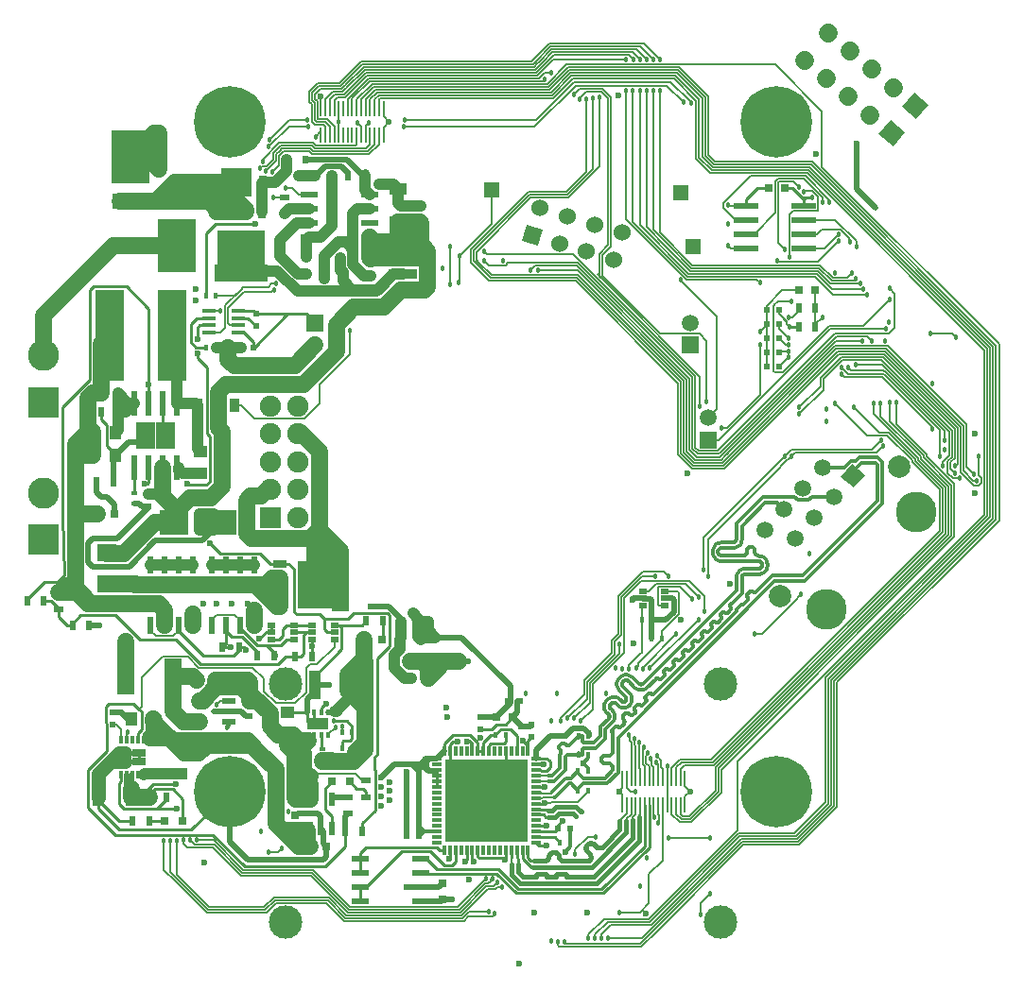
<source format=gbl>
G04 #@! TF.FileFunction,Copper,L4,Bot,Signal*
%FSLAX46Y46*%
G04 Gerber Fmt 4.6, Leading zero omitted, Abs format (unit mm)*
G04 Created by KiCad (PCBNEW 4.0.4-stable) date 02/28/17 14:35:13*
%MOMM*%
%LPD*%
G01*
G04 APERTURE LIST*
%ADD10C,0.100000*%
%ADD11C,1.700000*%
%ADD12R,0.900000X0.500000*%
%ADD13R,2.800000X2.800000*%
%ADD14C,2.800000*%
%ADD15R,0.200000X1.440000*%
%ADD16R,0.300000X0.850000*%
%ADD17R,0.850000X0.300000*%
%ADD18R,1.837500X1.837500*%
%ADD19R,0.400000X0.600000*%
%ADD20R,0.800000X0.750000*%
%ADD21R,3.360000X4.860000*%
%ADD22R,1.390000X1.400000*%
%ADD23R,1.600000X0.600000*%
%ADD24R,0.600000X0.800000*%
%ADD25R,1.549400X0.599440*%
%ADD26R,0.500000X0.900000*%
%ADD27R,1.500000X4.700000*%
%ADD28R,3.100000X4.200000*%
%ADD29R,1.150000X0.700000*%
%ADD30R,1.500000X1.500000*%
%ADD31C,1.500000*%
%ADD32R,2.790000X1.020000*%
%ADD33R,1.000000X1.600000*%
%ADD34R,0.500000X0.600000*%
%ADD35R,0.300000X0.650000*%
%ADD36R,1.240000X0.775000*%
%ADD37R,1.000000X1.250000*%
%ADD38R,1.900000X1.900000*%
%ADD39C,1.900000*%
%ADD40R,2.500000X2.300000*%
%ADD41R,0.750000X0.800000*%
%ADD42R,1.600000X1.000000*%
%ADD43R,0.900000X1.200000*%
%ADD44R,0.550000X0.600000*%
%ADD45R,0.800000X0.800000*%
%ADD46R,2.670000X2.540000*%
%ADD47R,0.762000X1.270000*%
%ADD48R,1.800860X1.597660*%
%ADD49R,1.500000X3.200000*%
%ADD50R,0.548640X1.198880*%
%ADD51C,6.400000*%
%ADD52R,4.700000X1.500000*%
%ADD53R,4.200000X3.100000*%
%ADD54R,0.700000X1.150000*%
%ADD55R,0.600000X0.400000*%
%ADD56R,1.800000X1.200000*%
%ADD57R,0.600000X2.200000*%
%ADD58R,0.800100X0.500380*%
%ADD59R,1.198880X0.548640*%
%ADD60R,0.599440X1.549400*%
%ADD61R,2.199640X0.599440*%
%ADD62R,1.250000X1.000000*%
%ADD63R,2.600000X8.200000*%
%ADD64R,1.000000X2.500000*%
%ADD65R,0.800000X0.900000*%
%ADD66R,0.600000X0.500000*%
%ADD67R,1.220000X0.400000*%
%ADD68R,2.500000X0.900000*%
%ADD69C,3.000000*%
%ADD70C,3.650000*%
%ADD71C,2.000000*%
%ADD72R,1.350000X1.350000*%
%ADD73R,1.900000X1.100000*%
%ADD74R,0.400000X0.500000*%
%ADD75C,1.524000*%
%ADD76C,0.600000*%
%ADD77C,0.457200*%
%ADD78C,0.500000*%
%ADD79C,0.250000*%
%ADD80C,0.200000*%
%ADD81C,0.127000*%
%ADD82C,0.400000*%
%ADD83C,0.300000*%
%ADD84C,1.000000*%
%ADD85C,1.250000*%
%ADD86C,0.700000*%
%ADD87C,1.500000*%
%ADD88C,0.750000*%
%ADD89C,0.253000*%
%ADD90C,0.175000*%
%ADD91C,0.450000*%
%ADD92C,0.350000*%
%ADD93C,0.150000*%
G04 APERTURE END LIST*
D10*
G36*
X183437227Y-77215549D02*
X182134952Y-76122810D01*
X183227691Y-74820535D01*
X184529966Y-75913274D01*
X183437227Y-77215549D01*
X183437227Y-77215549D01*
G37*
D11*
X181386706Y-74385361D02*
X181386706Y-74385361D01*
X179440953Y-72752681D02*
X179440953Y-72752681D01*
X177495200Y-71120000D02*
X177495200Y-71120000D01*
X175549447Y-69487320D02*
X175549447Y-69487320D01*
D10*
G36*
X185524768Y-74755907D02*
X184222493Y-73663168D01*
X185315232Y-72360893D01*
X186617507Y-73453632D01*
X185524768Y-74755907D01*
X185524768Y-74755907D01*
G37*
D11*
X183474247Y-71925719D02*
X183474247Y-71925719D01*
X181528494Y-70293039D02*
X181528494Y-70293039D01*
X179582741Y-68660358D02*
X179582741Y-68660358D01*
X177636988Y-67027678D02*
X177636988Y-67027678D01*
D12*
X128925000Y-81750000D03*
X128925000Y-83250000D03*
D13*
X107340400Y-100110400D03*
D14*
X107340400Y-95910400D03*
D15*
X159200000Y-136173600D03*
X159200000Y-133833600D03*
X159600000Y-136173600D03*
X159600000Y-133833600D03*
X160000000Y-136173600D03*
X160000000Y-133833600D03*
X160400000Y-136173600D03*
X160400000Y-133833600D03*
X160800000Y-136173600D03*
X160800000Y-133833600D03*
X161200000Y-136173600D03*
X161200000Y-133833600D03*
X161600000Y-136173600D03*
X161600000Y-133833600D03*
X162000000Y-136173600D03*
X162000000Y-133833600D03*
X162400000Y-136173600D03*
X162400000Y-133833600D03*
X162800000Y-136173600D03*
X162800000Y-133833600D03*
X163200000Y-136173600D03*
X163200000Y-133833600D03*
X163600000Y-136173600D03*
X163600000Y-133833600D03*
X164000000Y-136173600D03*
X164000000Y-133833600D03*
X164400000Y-136173600D03*
X164400000Y-133833600D03*
X164800000Y-136173600D03*
X164800000Y-133833600D03*
D16*
X150750000Y-140300000D03*
X150250000Y-140300000D03*
X149750000Y-140300000D03*
X149250000Y-140300000D03*
X148750000Y-140300000D03*
X148250000Y-140300000D03*
X147750000Y-140300000D03*
X147250000Y-140300000D03*
X146750000Y-140300000D03*
X146250000Y-140300000D03*
X145750000Y-140300000D03*
X145250000Y-140300000D03*
X144750000Y-140300000D03*
X144250000Y-140300000D03*
X143750000Y-140300000D03*
X143250000Y-140300000D03*
D17*
X142550000Y-139600000D03*
X142550000Y-139100000D03*
X142550000Y-138600000D03*
X142550000Y-138100000D03*
X142550000Y-137600000D03*
X142550000Y-137100000D03*
X142550000Y-136600000D03*
X142550000Y-136100000D03*
X142550000Y-135600000D03*
X142550000Y-135100000D03*
X142550000Y-134600000D03*
X142550000Y-134100000D03*
X142550000Y-133600000D03*
X142550000Y-133100000D03*
X142550000Y-132600000D03*
X142550000Y-132100000D03*
D16*
X143250000Y-131400000D03*
X143750000Y-131400000D03*
X144250000Y-131400000D03*
X144750000Y-131400000D03*
X145250000Y-131400000D03*
X145750000Y-131400000D03*
X146250000Y-131400000D03*
X146750000Y-131400000D03*
X147250000Y-131400000D03*
X147750000Y-131400000D03*
X148250000Y-131400000D03*
X148750000Y-131400000D03*
X149250000Y-131400000D03*
X149750000Y-131400000D03*
X150250000Y-131400000D03*
X150750000Y-131400000D03*
D17*
X151450000Y-132100000D03*
X151450000Y-132600000D03*
X151450000Y-133100000D03*
X151450000Y-133600000D03*
X151450000Y-134100000D03*
X151450000Y-134600000D03*
X151450000Y-135100000D03*
X151450000Y-135600000D03*
X151450000Y-136100000D03*
X151450000Y-136600000D03*
X151450000Y-137100000D03*
X151450000Y-137600000D03*
X151450000Y-138100000D03*
X151450000Y-138600000D03*
X151450000Y-139100000D03*
X151450000Y-139600000D03*
D18*
X144243750Y-133093750D03*
X146081250Y-133093750D03*
X147918750Y-133093750D03*
X149756250Y-133093750D03*
X144243750Y-134931250D03*
X146081250Y-134931250D03*
X147918750Y-134931250D03*
X149756250Y-134931250D03*
X144243750Y-136768750D03*
X146081250Y-136768750D03*
X147918750Y-136768750D03*
X149756250Y-136768750D03*
X144243750Y-138606250D03*
X146081250Y-138606250D03*
X147918750Y-138606250D03*
X149756250Y-138606250D03*
D19*
X153625000Y-139600000D03*
X154525000Y-139600000D03*
D20*
X147875000Y-128350000D03*
X149375000Y-128350000D03*
D19*
X148750000Y-129975000D03*
X147850000Y-129975000D03*
X156125000Y-133200000D03*
X155225000Y-133200000D03*
X156150000Y-130025000D03*
X155250000Y-130025000D03*
X156100000Y-134900000D03*
X155200000Y-134900000D03*
X156150000Y-131725000D03*
X155250000Y-131725000D03*
D21*
X119300000Y-86125000D03*
D22*
X120220000Y-82143000D03*
X118380000Y-82143000D03*
D23*
X141150000Y-144825000D03*
X135750000Y-144825000D03*
X141150000Y-143575000D03*
X141150000Y-142325000D03*
X141150000Y-141075000D03*
X135750000Y-143575000D03*
X135750000Y-142325000D03*
X135750000Y-141075000D03*
D24*
X129150000Y-78350000D03*
X130850000Y-78350000D03*
D25*
X131135140Y-85305000D03*
X131135140Y-84035000D03*
X131135140Y-82765000D03*
X131135140Y-81495000D03*
X136532640Y-81495000D03*
X136532640Y-82765000D03*
X136532640Y-84035000D03*
X136532640Y-85305000D03*
D26*
X129900000Y-122900000D03*
X131400000Y-122900000D03*
D27*
X133975000Y-116500000D03*
D28*
X131675000Y-116500000D03*
D29*
X128500000Y-118400000D03*
X128500000Y-117130000D03*
X128500000Y-115860000D03*
X128500000Y-114590000D03*
D30*
X166900000Y-103500000D03*
D31*
X166900000Y-101500000D03*
D32*
X118872000Y-133415000D03*
X118872000Y-130429000D03*
D33*
X115268000Y-135509000D03*
X112268000Y-135509000D03*
D34*
X113538000Y-129032000D03*
X113538000Y-127932000D03*
D35*
X116301000Y-133496500D03*
X115801000Y-133496500D03*
X115301000Y-133496500D03*
X114801000Y-133496500D03*
X114301000Y-133496500D03*
X114301000Y-130396500D03*
X114801000Y-130396500D03*
X115301000Y-130396500D03*
X115801000Y-130396500D03*
X116301000Y-130396500D03*
D36*
X114681000Y-131559000D03*
X115921000Y-131559000D03*
X114681000Y-132334000D03*
X115921000Y-132334000D03*
D26*
X116852000Y-135509000D03*
X118352000Y-135509000D03*
D37*
X111776000Y-104907000D03*
X113776000Y-104907000D03*
D38*
X127675000Y-110457000D03*
D39*
X127675000Y-107957000D03*
X127675000Y-105457000D03*
X127675000Y-102957000D03*
X127675000Y-100457000D03*
X130175000Y-110457000D03*
X130175000Y-107957000D03*
X130175000Y-105457000D03*
X130175000Y-102957000D03*
X130175000Y-100457000D03*
D40*
X119024000Y-110887000D03*
X123324000Y-110887000D03*
D41*
X129921000Y-135648000D03*
X129921000Y-137148000D03*
D20*
X131215000Y-139954000D03*
X132715000Y-139954000D03*
X173762800Y-80924400D03*
X172262800Y-80924400D03*
D42*
X139075000Y-84000000D03*
X139075000Y-81000000D03*
D41*
X141125000Y-84050000D03*
X141125000Y-82550000D03*
X136625000Y-88800000D03*
X136625000Y-87300000D03*
D20*
X131700000Y-79850000D03*
X133200000Y-79850000D03*
D41*
X130875000Y-88600000D03*
X130875000Y-87100000D03*
D43*
X121159000Y-100387000D03*
X124459000Y-100387000D03*
D44*
X125857000Y-128270000D03*
X125857000Y-126870000D03*
D45*
X134785000Y-134112000D03*
X133185000Y-134112000D03*
X112149000Y-110162000D03*
X113749000Y-110162000D03*
X119837000Y-137668000D03*
X118237000Y-137668000D03*
D24*
X132475000Y-89050000D03*
X134175000Y-89050000D03*
D46*
X124625000Y-80425000D03*
D47*
X126976000Y-80425000D03*
D48*
X113000000Y-116439720D03*
X113000000Y-113600000D03*
D49*
X114750000Y-124725000D03*
X118950000Y-124725000D03*
D50*
X133156960Y-138330940D03*
X132207000Y-138330940D03*
X131257040Y-138330940D03*
X131257040Y-135735060D03*
X133156960Y-135735060D03*
D51*
X173001100Y-135003600D03*
X124001100Y-135003600D03*
X124001100Y-75003600D03*
X173001100Y-75003600D03*
D52*
X125025000Y-88525000D03*
D53*
X125025000Y-86225000D03*
D54*
X123125000Y-83050000D03*
X124395000Y-83050000D03*
X125665000Y-83050000D03*
X126935000Y-83050000D03*
D12*
X108675000Y-117200000D03*
X108675000Y-118700000D03*
D26*
X109950000Y-120125000D03*
X111450000Y-120125000D03*
D55*
X115474000Y-108287000D03*
X115474000Y-109187000D03*
D26*
X105900000Y-117950000D03*
X107400000Y-117950000D03*
X122550000Y-125050000D03*
X121050000Y-125050000D03*
D12*
X136271000Y-135509000D03*
X136271000Y-134009000D03*
D26*
X113624000Y-107237000D03*
X112124000Y-107237000D03*
D12*
X134620000Y-135509000D03*
X134620000Y-137009000D03*
D26*
X128016000Y-122809000D03*
X126516000Y-122809000D03*
X115340000Y-137668000D03*
X116840000Y-137668000D03*
X136250000Y-119725000D03*
X137750000Y-119725000D03*
X123350000Y-122100000D03*
X124850000Y-122100000D03*
X132525000Y-87200000D03*
X134025000Y-87200000D03*
X134625000Y-79800000D03*
X136125000Y-79800000D03*
X128700000Y-79850000D03*
X130200000Y-79850000D03*
D56*
X116524000Y-102487000D03*
X116524000Y-103687000D03*
X118324000Y-102487000D03*
D57*
X119329000Y-105962000D03*
X118059000Y-105962000D03*
X116789000Y-105962000D03*
X115519000Y-105962000D03*
X115519000Y-100212000D03*
X116789000Y-100212000D03*
X118059000Y-100212000D03*
X119329000Y-100212000D03*
D56*
X118324000Y-103687000D03*
D58*
X133401520Y-120099520D03*
X131400000Y-120749760D03*
X133401520Y-121400000D03*
X133401520Y-120749760D03*
X131400000Y-121400000D03*
X131400000Y-120099520D03*
D59*
X123922940Y-126875040D03*
X123922940Y-127825000D03*
X123922940Y-128774960D03*
X121327060Y-128774960D03*
X121327060Y-126875040D03*
D60*
X120744000Y-120118860D03*
X119474000Y-120118860D03*
X118204000Y-120118860D03*
X116934000Y-120118860D03*
X116934000Y-114721360D03*
X118204000Y-114721360D03*
X119474000Y-114721360D03*
X120744000Y-114721360D03*
D58*
X129801520Y-120099520D03*
X127800000Y-120749760D03*
X129801520Y-121400000D03*
X129801520Y-120749760D03*
X127800000Y-121400000D03*
X127800000Y-120099520D03*
D60*
X126205000Y-120118860D03*
X124935000Y-120118860D03*
X123665000Y-120118860D03*
X122395000Y-120118860D03*
X122395000Y-114721360D03*
X123665000Y-114721360D03*
X124935000Y-114721360D03*
X126205000Y-114721360D03*
D61*
X175427640Y-82499200D03*
X175427640Y-83769200D03*
X175427640Y-85039200D03*
X175427640Y-86309200D03*
X170230800Y-86309200D03*
X170230800Y-85039200D03*
X170230800Y-83769200D03*
X170230800Y-82499200D03*
D37*
X117221000Y-128524000D03*
X115221000Y-128524000D03*
D34*
X116774000Y-108387000D03*
X116774000Y-109487000D03*
D62*
X121412000Y-104521000D03*
X121412000Y-106521000D03*
D37*
X111776000Y-102870000D03*
X113776000Y-102870000D03*
D63*
X113300000Y-94100000D03*
X118900000Y-94100000D03*
D26*
X112534000Y-99314000D03*
X114034000Y-99314000D03*
X114034000Y-100965000D03*
X112534000Y-100965000D03*
D20*
X176470448Y-90076400D03*
X174970448Y-90076400D03*
D26*
X174970448Y-93378400D03*
X176470448Y-93378400D03*
X174970448Y-91702000D03*
X176470448Y-91702000D03*
D62*
X129225000Y-129950000D03*
X129225000Y-127950000D03*
D64*
X134620000Y-125425000D03*
X131620000Y-125425000D03*
D41*
X143125000Y-143200000D03*
X143125000Y-144700000D03*
D19*
X134990000Y-129718000D03*
X134090000Y-129718000D03*
X134979000Y-131115000D03*
X134079000Y-131115000D03*
D55*
X132325000Y-132075000D03*
X132325000Y-131175000D03*
D20*
X141800000Y-124900000D03*
X140300000Y-124900000D03*
X140900000Y-119775000D03*
X139400000Y-119775000D03*
D45*
X136100000Y-121375000D03*
X137700000Y-121375000D03*
D19*
X161824200Y-119630930D03*
X160924200Y-119630930D03*
X161824200Y-121330930D03*
X162724200Y-121330930D03*
D65*
X139250000Y-121375000D03*
X141150000Y-121375000D03*
X140200000Y-123375000D03*
D58*
X161015680Y-118353840D03*
X163017200Y-117703600D03*
X161015680Y-117053360D03*
X161015680Y-117703600D03*
X163017200Y-117053360D03*
X163017200Y-118353840D03*
D30*
X131700000Y-93000000D03*
D31*
X131700000Y-95000000D03*
D21*
X115150000Y-78150000D03*
D22*
X114230000Y-82132000D03*
X116070000Y-82132000D03*
D26*
X135890000Y-138557000D03*
X134390000Y-138557000D03*
D34*
X126400000Y-92200000D03*
X126400000Y-93300000D03*
D66*
X125050000Y-95200000D03*
X126150000Y-95200000D03*
D19*
X122850000Y-95200000D03*
X121950000Y-95200000D03*
X121900000Y-90600000D03*
X122800000Y-90600000D03*
D30*
X165300000Y-95000000D03*
D31*
X165300000Y-93000000D03*
D67*
X124810000Y-91925000D03*
X124810000Y-92575000D03*
X124810000Y-93225000D03*
X124810000Y-93875000D03*
X122190000Y-93875000D03*
X122190000Y-93225000D03*
X122190000Y-92575000D03*
X122190000Y-91925000D03*
D68*
X139525000Y-85750000D03*
X139525000Y-88650000D03*
D69*
X168021000Y-125343000D03*
X168021000Y-146703000D03*
X129001000Y-146703000D03*
X129001000Y-125343000D03*
D66*
X173228000Y-91846400D03*
X172128000Y-91846400D03*
X173228000Y-96926400D03*
X172128000Y-96926400D03*
X173228000Y-95656400D03*
X172128000Y-95656400D03*
X173228000Y-94386400D03*
X172128000Y-94386400D03*
X173228000Y-93116400D03*
X172128000Y-93116400D03*
D13*
X107340400Y-112454800D03*
D14*
X107340400Y-108254800D03*
D15*
X137802200Y-73833600D03*
X137802200Y-76173600D03*
X137402200Y-73833600D03*
X137402200Y-76173600D03*
X137002200Y-73833600D03*
X137002200Y-76173600D03*
X136602200Y-73833600D03*
X136602200Y-76173600D03*
X136202200Y-73833600D03*
X136202200Y-76173600D03*
X135802200Y-73833600D03*
X135802200Y-76173600D03*
X135402200Y-73833600D03*
X135402200Y-76173600D03*
X135002200Y-73833600D03*
X135002200Y-76173600D03*
X134602200Y-73833600D03*
X134602200Y-76173600D03*
X134202200Y-73833600D03*
X134202200Y-76173600D03*
X133802200Y-73833600D03*
X133802200Y-76173600D03*
X133402200Y-73833600D03*
X133402200Y-76173600D03*
X133002200Y-73833600D03*
X133002200Y-76173600D03*
X132602200Y-73833600D03*
X132602200Y-76173600D03*
X132202200Y-73833600D03*
X132202200Y-76173600D03*
D34*
X146500000Y-128375000D03*
X146500000Y-129475000D03*
D66*
X140950000Y-133875000D03*
X139850000Y-133875000D03*
X148900000Y-126875000D03*
X150000000Y-126875000D03*
X140950000Y-135150000D03*
X139850000Y-135150000D03*
X153425000Y-138300000D03*
X154525000Y-138300000D03*
X140950000Y-136425000D03*
X139850000Y-136425000D03*
X140950000Y-137700000D03*
X139850000Y-137700000D03*
X140950000Y-138975000D03*
X139850000Y-138975000D03*
D34*
X151050000Y-130125000D03*
X151050000Y-129025000D03*
D70*
X177504083Y-118687568D03*
X185523338Y-109936086D03*
D10*
G36*
X179788733Y-105684980D02*
X180894649Y-106698366D01*
X179881263Y-107804282D01*
X178775347Y-106790896D01*
X179788733Y-105684980D01*
X179788733Y-105684980D01*
G37*
D31*
X177104314Y-105964974D03*
X178118999Y-108617315D03*
X175388315Y-107837659D03*
X176403000Y-110490000D03*
X173672316Y-109710343D03*
X174687001Y-112362684D03*
X171956317Y-111583027D03*
D71*
X173322051Y-117493526D03*
X183962597Y-105881408D03*
D72*
X164425000Y-81325000D03*
X165525000Y-86175000D03*
X147500000Y-81125000D03*
D73*
X131905000Y-128924244D03*
D74*
X132855000Y-129974244D03*
X132230000Y-129974244D03*
X131580000Y-129974244D03*
X130955000Y-129974244D03*
X130955000Y-127874244D03*
X131580000Y-127874244D03*
X132230000Y-127874244D03*
X132855000Y-127874244D03*
D10*
G36*
X151637000Y-86125443D02*
X150175759Y-85692604D01*
X150608598Y-84231363D01*
X152069839Y-84664202D01*
X151637000Y-86125443D01*
X151637000Y-86125443D01*
G37*
D75*
X151844198Y-82743001D03*
X153558201Y-85899802D03*
X154279600Y-83464400D03*
X155993603Y-86621201D03*
X156715002Y-84185799D03*
X158429005Y-87342600D03*
X159150404Y-84907198D03*
D76*
X180136800Y-76962000D03*
D77*
X188041054Y-104357864D03*
D76*
X138277600Y-75006200D03*
D77*
X134154998Y-129178913D03*
D76*
X158900000Y-135000000D03*
D77*
X131905000Y-128924244D03*
D76*
X160175000Y-121725000D03*
X165050000Y-106525000D03*
X132925000Y-125425000D03*
X136625000Y-118397999D03*
D77*
X129329701Y-136825000D03*
D76*
X120975000Y-90985390D03*
X120975000Y-89975000D03*
D77*
X134803600Y-93750000D03*
D76*
X112350000Y-120125000D03*
X114299992Y-127932000D03*
D77*
X118324000Y-102487000D03*
X118324000Y-103687000D03*
X116524000Y-103687000D03*
X116524000Y-102487000D03*
X181850000Y-82700000D03*
D76*
X176575000Y-77875000D03*
D77*
X168669398Y-82475000D03*
X182725000Y-94656094D03*
D76*
X143950000Y-144650000D03*
X190750000Y-108275000D03*
D77*
X157700000Y-126200000D03*
X153300000Y-126200000D03*
X150525000Y-126200000D03*
X160775000Y-143525000D03*
X177475000Y-101825000D03*
X178250000Y-88550000D03*
D76*
X190725000Y-102925000D03*
X139850000Y-133221639D03*
D77*
X171500800Y-93827600D03*
D76*
X154076400Y-140411200D03*
X151333200Y-145846800D03*
X156057600Y-145846800D03*
X161329604Y-145964068D03*
X150150000Y-129150000D03*
X144425074Y-130548735D03*
X121775000Y-141375000D03*
D77*
X122575000Y-127825000D03*
D76*
X131400000Y-122000000D03*
D77*
X174091600Y-95529403D03*
X174091600Y-94360997D03*
D76*
X120142000Y-131572000D03*
X121285000Y-131572000D03*
D77*
X183100000Y-90925000D03*
X174332900Y-91064603D03*
X168650000Y-86050000D03*
X178555320Y-85075000D03*
X177725000Y-82175000D03*
X177137061Y-82200000D03*
X133500000Y-129245558D03*
D76*
X126700000Y-121350191D03*
X125513615Y-122294261D03*
D77*
X174091600Y-96113606D03*
X122832871Y-127197508D03*
X168050000Y-102450000D03*
X128723102Y-140101898D03*
X127541151Y-140483849D03*
X171502514Y-94949740D03*
X174091600Y-94945200D03*
X180150000Y-86150000D03*
X179596058Y-85728942D03*
D76*
X119225000Y-134352002D03*
X124100000Y-122100000D03*
D77*
X114828001Y-134235001D03*
X114935000Y-129667000D03*
D76*
X126205000Y-118735838D03*
X114750000Y-121575000D03*
X120744000Y-119116838D03*
X125682311Y-118213149D03*
X124200000Y-118213149D03*
X122875000Y-118213149D03*
X121647689Y-118213149D03*
X116789000Y-98550000D03*
X119285000Y-136575000D03*
D77*
X179436455Y-96995847D03*
X177100000Y-92525000D03*
X188041044Y-103519663D03*
X178602622Y-85657284D03*
X173045109Y-87406429D03*
X174085084Y-92487786D03*
X165392100Y-73296282D03*
X139708391Y-74834555D03*
X164667552Y-73232181D03*
X139623800Y-75412600D03*
D76*
X154133611Y-130003611D03*
X155675000Y-132475000D03*
D77*
X175948401Y-113718401D03*
X152806400Y-128676400D03*
D76*
X152200000Y-134625000D03*
X152275699Y-136081072D03*
X152403027Y-139878461D03*
X148700000Y-141125000D03*
X153825000Y-137617000D03*
X150302000Y-130475000D03*
D77*
X152260300Y-71145400D03*
X155324784Y-72960545D03*
X166144100Y-100495100D03*
X182400000Y-103500000D03*
X165455600Y-117754400D03*
X162080600Y-137309117D03*
X166448390Y-115163600D03*
X173700000Y-104975000D03*
X154851100Y-72541435D03*
X152819100Y-70561200D03*
X166751000Y-100076000D03*
X174328670Y-104939027D03*
X182514571Y-104072858D03*
X162380900Y-137810227D03*
X166867490Y-115685550D03*
X166053586Y-117562814D03*
D76*
X152425000Y-138050000D03*
X145877003Y-141250000D03*
X145150000Y-141250000D03*
X152175000Y-132575000D03*
D77*
X133324020Y-128688492D03*
D76*
X132715000Y-127124242D03*
D77*
X159798974Y-123998725D03*
X160425000Y-123964398D03*
X189038071Y-94300000D03*
X186750000Y-93976520D03*
X146812000Y-86575900D03*
X183100000Y-89925000D03*
X127900000Y-81775000D03*
X133800000Y-75006451D03*
D76*
X168808400Y-116382800D03*
X160070800Y-117805200D03*
D77*
X163200000Y-132700000D03*
D76*
X145325000Y-130547998D03*
X143697990Y-141045979D03*
X142450000Y-121225000D03*
X141850000Y-120650000D03*
X140425000Y-119050000D03*
X136140001Y-127508000D03*
X136140001Y-126390001D03*
X136100000Y-125125000D03*
X136100000Y-123952000D03*
X136100000Y-123063000D03*
X143475000Y-128300000D03*
X143425000Y-127500000D03*
X145375000Y-123375000D03*
X144550000Y-123375000D03*
X117675000Y-79200000D03*
X117650000Y-76050000D03*
X117650000Y-77100000D03*
X117675000Y-78150000D03*
D77*
X182775000Y-93525000D03*
X144564100Y-89373000D03*
X144576800Y-87041649D03*
X129019300Y-80899000D03*
X164395415Y-89154585D03*
D76*
X120200000Y-107448000D03*
X121151429Y-95752000D03*
X121127000Y-94450000D03*
X122298889Y-112800000D03*
X116400013Y-107400000D03*
D77*
X187611839Y-105000000D03*
X175209265Y-117348603D03*
X178852696Y-97018572D03*
X170992800Y-120904000D03*
X186929675Y-102530349D03*
X178829972Y-97602331D03*
X143052800Y-88133859D03*
D76*
X139875000Y-143575000D03*
X130194999Y-130424245D03*
X130624990Y-131572000D03*
X129921000Y-131574804D03*
X130624990Y-133029168D03*
X129921000Y-133604000D03*
X131257040Y-133661218D03*
X131257040Y-134366000D03*
X130008060Y-134405940D03*
X132199562Y-85305000D03*
X137454033Y-80572262D03*
X121325000Y-111575000D03*
X121325000Y-110875000D03*
X121325000Y-110175000D03*
X158800800Y-72593200D03*
X132180067Y-72736812D03*
D77*
X131724400Y-76314300D03*
X176168194Y-81764892D03*
X126875000Y-138575000D03*
X123750000Y-129296370D03*
X148525000Y-87475000D03*
X168700000Y-84175000D03*
D76*
X145475000Y-142904000D03*
D77*
X186916757Y-98458243D03*
D76*
X126300000Y-84175000D03*
D77*
X174175000Y-93350000D03*
X177475000Y-100725000D03*
X183025000Y-92925000D03*
X161341822Y-140971022D03*
D76*
X146507200Y-130200400D03*
X164451180Y-119610696D03*
X165250000Y-135000000D03*
X149925000Y-150475000D03*
X138348720Y-135803640D03*
X138343640Y-134965440D03*
X138333480Y-134147560D03*
X137598001Y-136255760D03*
X137598001Y-135453120D03*
X137598001Y-134599680D03*
X137601960Y-133715760D03*
D77*
X156798319Y-139050000D03*
X154975000Y-140575000D03*
X163300000Y-139175000D03*
X167050000Y-139175000D03*
X174991666Y-80833833D03*
X173718219Y-86395668D03*
X175419912Y-81231195D03*
X174137319Y-87100000D03*
X158891508Y-121818400D03*
X154894810Y-128455602D03*
X166573200Y-118821200D03*
X155490920Y-128709601D03*
X162102800Y-115685549D03*
X154256584Y-128452814D03*
X153691824Y-128705376D03*
X163293300Y-115685549D03*
X164033200Y-120904000D03*
X161009570Y-124027738D03*
X166027100Y-119585836D03*
X161625000Y-123964398D03*
X157909203Y-148175000D03*
X178225000Y-100238800D03*
X157325000Y-148175000D03*
X179951801Y-100550000D03*
X156740797Y-148175000D03*
X181141485Y-90453963D03*
X160155513Y-69435223D03*
X160150000Y-72199283D03*
X156156594Y-148175000D03*
X180771614Y-90001761D03*
X160750000Y-69437012D03*
X160750000Y-72199283D03*
X158554468Y-123964398D03*
X161375000Y-72199283D03*
X161375000Y-69437012D03*
X180485344Y-89492506D03*
X159215237Y-124028101D03*
X161975000Y-69437012D03*
X161975000Y-72199283D03*
X180093479Y-89059223D03*
X161444196Y-131527818D03*
X179755800Y-88582500D03*
X162575000Y-69437012D03*
X162575000Y-72199283D03*
X161750052Y-132025558D03*
X160274127Y-130244770D03*
X159550000Y-72199283D03*
X159550000Y-69437012D03*
X171513500Y-89420700D03*
X160325000Y-135000000D03*
X159761001Y-129965497D03*
X183147404Y-100175000D03*
X161140325Y-131028865D03*
X181725000Y-100200000D03*
X160704549Y-130639775D03*
X182309203Y-100200000D03*
X183750000Y-100175000D03*
X128207499Y-89492501D03*
X146796895Y-87460749D03*
X181550000Y-94656093D03*
X143802100Y-86156800D03*
X143800000Y-89600000D03*
X123205900Y-91950000D03*
X150952200Y-88322880D03*
X128032445Y-90049858D03*
X180705449Y-94656094D03*
X153390828Y-148455900D03*
X153975000Y-148450000D03*
X126722283Y-79164566D03*
X119886595Y-139373611D03*
X148030692Y-143168537D03*
X152784912Y-148390088D03*
X126961900Y-78524100D03*
X119303590Y-139410989D03*
X148425000Y-143599598D03*
X127857149Y-79482849D03*
X146965797Y-142832600D03*
X121075000Y-139373611D03*
X127273998Y-79418576D03*
X120470798Y-139373611D03*
X147550000Y-142832600D03*
X162301637Y-131833085D03*
X162250001Y-132425000D03*
X155500284Y-136799716D03*
X155049716Y-137250284D03*
X190664199Y-106617007D03*
X151675000Y-88322880D03*
X158925000Y-145850000D03*
X155989728Y-72975001D03*
X167014394Y-144155900D03*
X166188654Y-146013655D03*
X188993588Y-105840556D03*
X157149800Y-72821800D03*
X190960364Y-107146938D03*
X156568776Y-72897575D03*
X191093234Y-104937891D03*
X175045692Y-100586550D03*
X188994448Y-106525141D03*
X175049939Y-101175000D03*
X189425000Y-106950000D03*
X187901376Y-105850000D03*
X180075000Y-96764344D03*
X130962400Y-74790300D03*
X136460634Y-75100435D03*
X127555035Y-76605883D03*
X118135371Y-139400771D03*
X147775000Y-145975000D03*
X131038600Y-75399900D03*
X135483600Y-75097998D03*
X127528059Y-77225556D03*
X118719560Y-139396840D03*
X147225000Y-145750802D03*
D78*
X180136800Y-76962000D02*
X180136800Y-80986800D01*
X180136800Y-80986800D02*
X181850000Y-82700000D01*
D79*
X143750000Y-131400000D02*
X143750000Y-137443750D01*
X143750000Y-137443750D02*
X144912500Y-138606250D01*
X144912500Y-138606250D02*
X146081250Y-138606250D01*
X144425074Y-130548735D02*
X144000810Y-130548735D01*
X144000810Y-130548735D02*
X143750000Y-130799545D01*
X143750000Y-130799545D02*
X143750000Y-131400000D01*
D80*
X137802200Y-73833600D02*
X137802200Y-74530800D01*
X137802200Y-74530800D02*
X138277600Y-75006200D01*
X137802200Y-76173600D02*
X137802200Y-75481600D01*
X137802200Y-75481600D02*
X138277600Y-75006200D01*
D81*
X134090000Y-129718000D02*
X134090000Y-129243911D01*
X134090000Y-129243911D02*
X134154998Y-129178913D01*
D80*
X159200000Y-133833600D02*
X159200000Y-134700000D01*
X159200000Y-134700000D02*
X158900000Y-135000000D01*
X159200000Y-136173600D02*
X159200000Y-135300000D01*
X159200000Y-135300000D02*
X158900000Y-135000000D01*
D81*
X146081250Y-138606250D02*
X144243750Y-136768750D01*
X146081250Y-138606250D02*
X148964500Y-138606250D01*
X148964500Y-138606250D02*
X149756250Y-137814500D01*
X149756250Y-137814500D02*
X149756250Y-136768750D01*
X147918750Y-138606250D02*
X146081250Y-138606250D01*
X147918750Y-138606250D02*
X147918750Y-134931250D01*
X147918750Y-138606250D02*
X146081250Y-136768750D01*
X146081250Y-138606250D02*
X147918750Y-136768750D01*
D82*
X146081250Y-138606250D02*
X146081250Y-136768750D01*
D79*
X115921000Y-132334000D02*
X114681000Y-132334000D01*
X115921000Y-131559000D02*
X115921000Y-132334000D01*
D81*
X134090000Y-129718000D02*
X134090000Y-129509999D01*
D78*
X139400000Y-119775000D02*
X139400000Y-119511449D01*
X139400000Y-119511449D02*
X138286550Y-118397999D01*
X138286550Y-118397999D02*
X137049264Y-118397999D01*
X137049264Y-118397999D02*
X136625000Y-118397999D01*
X131620000Y-125425000D02*
X132925000Y-125425000D01*
D79*
X133401520Y-120099520D02*
X133855122Y-120099520D01*
X133855122Y-120099520D02*
X134053571Y-120297969D01*
X134053571Y-120297969D02*
X134053571Y-122241429D01*
X134053571Y-122241429D02*
X131620000Y-124675000D01*
X131620000Y-124675000D02*
X131620000Y-125425000D01*
D81*
X132100000Y-98549320D02*
X134803600Y-95845720D01*
X134803600Y-95845720D02*
X134803600Y-93750000D01*
X132100000Y-100219942D02*
X132100000Y-98549320D01*
X124459000Y-100387000D02*
X125036000Y-100387000D01*
X125036000Y-100387000D02*
X126246501Y-101597501D01*
X126246501Y-101597501D02*
X130722441Y-101597501D01*
X130722441Y-101597501D02*
X132100000Y-100219942D01*
D79*
X126400000Y-92200000D02*
X129400000Y-92200000D01*
X129400000Y-92200000D02*
X130900000Y-92200000D01*
X126150000Y-95200000D02*
X126200000Y-95200000D01*
X126200000Y-95200000D02*
X129200000Y-92200000D01*
X129200000Y-92200000D02*
X129400000Y-92200000D01*
D78*
X111450000Y-120125000D02*
X112350000Y-120125000D01*
X113538000Y-127932000D02*
X114299992Y-127932000D01*
X115221000Y-128524000D02*
X114891992Y-128524000D01*
X114891992Y-128524000D02*
X114299992Y-127932000D01*
D79*
X115921000Y-131559000D02*
X114681000Y-131559000D01*
X118059000Y-100212000D02*
X118059000Y-102222000D01*
X118059000Y-102222000D02*
X118324000Y-102487000D01*
X112534000Y-100965000D02*
X112534000Y-101665000D01*
X112534000Y-101665000D02*
X113023999Y-102154999D01*
X113023999Y-102154999D02*
X113023999Y-104029999D01*
X113023999Y-104029999D02*
X113776000Y-104782000D01*
X113776000Y-104782000D02*
X113776000Y-104907000D01*
D78*
X113776000Y-104907000D02*
X114996000Y-103687000D01*
X114996000Y-103687000D02*
X116524000Y-103687000D01*
X113624000Y-107237000D02*
X113624000Y-105059000D01*
X113624000Y-105059000D02*
X113776000Y-104907000D01*
D81*
X170230800Y-82499200D02*
X168693598Y-82499200D01*
X168693598Y-82499200D02*
X168669398Y-82475000D01*
X169625657Y-82499200D02*
X170230800Y-82499200D01*
D78*
X143125000Y-144700000D02*
X143900000Y-144700000D01*
X143900000Y-144700000D02*
X143950000Y-144650000D01*
X141150000Y-144825000D02*
X143000000Y-144825000D01*
X143000000Y-144825000D02*
X143125000Y-144700000D01*
D79*
X130900000Y-92200000D02*
X131700000Y-93000000D01*
D81*
X174970448Y-90076400D02*
X173521000Y-90076400D01*
X173521000Y-90076400D02*
X172128000Y-91469400D01*
X172128000Y-91469400D02*
X172128000Y-91846400D01*
D79*
X170230800Y-82499200D02*
X171030900Y-82499200D01*
X149375000Y-128350000D02*
X149350000Y-128350000D01*
X149350000Y-128350000D02*
X148722999Y-128977001D01*
X148722999Y-128977001D02*
X147957947Y-128977001D01*
X147957947Y-128977001D02*
X147459948Y-129475000D01*
X147459948Y-129475000D02*
X146500000Y-129475000D01*
D78*
X150150000Y-129150000D02*
X150925000Y-129150000D01*
X150925000Y-129150000D02*
X151050000Y-129025000D01*
D83*
X154525000Y-139600000D02*
X154525000Y-138300000D01*
D78*
X139850000Y-133875000D02*
X139850000Y-133221639D01*
X139850000Y-137700000D02*
X139850000Y-138975000D01*
X139850000Y-136425000D02*
X139850000Y-137700000D01*
X139850000Y-135150000D02*
X139850000Y-136425000D01*
X139850000Y-133875000D02*
X139850000Y-135150000D01*
D79*
X170230800Y-82499200D02*
X170230800Y-81949480D01*
X170230800Y-81949480D02*
X171255880Y-80924400D01*
X171255880Y-80924400D02*
X171612800Y-80924400D01*
X171612800Y-80924400D02*
X172262800Y-80924400D01*
D81*
X172128000Y-91846400D02*
X172128000Y-93200400D01*
X172128000Y-93200400D02*
X171500800Y-93827600D01*
X172128000Y-95656400D02*
X172128000Y-96033400D01*
X172128000Y-96033400D02*
X172128000Y-96926400D01*
X172128000Y-94386400D02*
X172128000Y-94763400D01*
X172128000Y-94763400D02*
X172128000Y-95656400D01*
X172128000Y-93116400D02*
X172128000Y-93493400D01*
X172128000Y-93493400D02*
X172128000Y-94386400D01*
D83*
X154525000Y-139600000D02*
X154525000Y-139962600D01*
X154525000Y-139962600D02*
X154076400Y-140411200D01*
X147127001Y-136925000D02*
X148981250Y-136925000D01*
X148981250Y-136925000D02*
X149756250Y-136150000D01*
X149756250Y-136150000D02*
X149756250Y-134312500D01*
X149756250Y-134312500D02*
X149756250Y-133093750D01*
X149756250Y-134312500D02*
X147300000Y-136768750D01*
X147300000Y-136768750D02*
X146081250Y-136768750D01*
X147918750Y-134931250D02*
X147918750Y-133093750D01*
X146081250Y-133093750D02*
X147918750Y-133093750D01*
X144243750Y-133093750D02*
X144243750Y-134931250D01*
X146081250Y-133093750D02*
X146081250Y-135879249D01*
X146081250Y-135879249D02*
X147127001Y-136925000D01*
X147918750Y-134931250D02*
X147918750Y-136133251D01*
X147918750Y-136133251D02*
X147127001Y-136925000D01*
X146081250Y-134931250D02*
X146081250Y-135879249D01*
X147918750Y-138606250D02*
X147918750Y-137716749D01*
X147918750Y-137716749D02*
X147127001Y-136925000D01*
X149756250Y-138606250D02*
X149756250Y-137387500D01*
X149756250Y-137387500D02*
X149293750Y-136925000D01*
X149293750Y-136925000D02*
X147551265Y-136925000D01*
X147551265Y-136925000D02*
X147127001Y-136925000D01*
X146081250Y-138606250D02*
X146081250Y-137970751D01*
X146081250Y-137970751D02*
X147127001Y-136925000D01*
X144243750Y-138606250D02*
X144243750Y-137387500D01*
X144243750Y-137387500D02*
X144706250Y-136925000D01*
X144706250Y-136925000D02*
X146702737Y-136925000D01*
X146702737Y-136925000D02*
X147127001Y-136925000D01*
X144243750Y-136768750D02*
X146970751Y-136768750D01*
X146970751Y-136768750D02*
X147127001Y-136925000D01*
D78*
X150150000Y-129150000D02*
X150150000Y-129125000D01*
X150150000Y-129125000D02*
X149375000Y-128350000D01*
D79*
X147127001Y-136925000D02*
X146237500Y-136925000D01*
X146237500Y-136925000D02*
X146081250Y-136768750D01*
X143750000Y-131400000D02*
X143750000Y-132600000D01*
X143750000Y-132600000D02*
X144243750Y-133093750D01*
X148750000Y-132262500D02*
X147918750Y-133093750D01*
X148750000Y-131400000D02*
X148750000Y-132262500D01*
D78*
X149375000Y-128350000D02*
X149802010Y-127922990D01*
X149802010Y-127922990D02*
X149802010Y-127134716D01*
X149802010Y-127134716D02*
X149802010Y-126875000D01*
X123922940Y-127825000D02*
X122575000Y-127825000D01*
D84*
X140300000Y-124900000D02*
X139674377Y-124900000D01*
X138749990Y-122745352D02*
X139250000Y-122245342D01*
X139674377Y-124900000D02*
X138749990Y-123975613D01*
X138749990Y-123975613D02*
X138749990Y-122745352D01*
X139250000Y-122245342D02*
X139250000Y-121375000D01*
X139400000Y-119775000D02*
X139400000Y-121225000D01*
X139400000Y-121225000D02*
X139250000Y-121375000D01*
D78*
X123922940Y-127825000D02*
X125090030Y-127857045D01*
X125857000Y-128270000D02*
X125502985Y-128270000D01*
X125502985Y-128270000D02*
X125090030Y-127857045D01*
X131620000Y-125425000D02*
X131620000Y-126060194D01*
X131620000Y-126060194D02*
X130955000Y-126725194D01*
X130955000Y-126725194D02*
X130955000Y-127874244D01*
X132715000Y-139954000D02*
X132715000Y-140829000D01*
X124001100Y-139529083D02*
X124001100Y-135003600D01*
X125626026Y-141154009D02*
X124001100Y-139529083D01*
X132389991Y-141154009D02*
X125626026Y-141154009D01*
X132715000Y-140829000D02*
X132389991Y-141154009D01*
D85*
X114681000Y-131559000D02*
X114168000Y-131559000D01*
X114168000Y-131559000D02*
X112268000Y-133459000D01*
X112268000Y-133459000D02*
X112268000Y-135509000D01*
X114681000Y-132334000D02*
X113393000Y-132334000D01*
X113393000Y-132334000D02*
X112268000Y-133459000D01*
D78*
X132207000Y-138330940D02*
X132207000Y-137231500D01*
X132207000Y-137231500D02*
X131910570Y-136935070D01*
X131910570Y-136935070D02*
X130133930Y-136935070D01*
X130133930Y-136935070D02*
X129921000Y-137148000D01*
X132715000Y-139954000D02*
X132432639Y-139671639D01*
X132432639Y-139671639D02*
X132432639Y-138556579D01*
X132432639Y-138556579D02*
X132207000Y-138330940D01*
D79*
X112268000Y-135509000D02*
X112268000Y-136559000D01*
X112268000Y-136559000D02*
X114152001Y-138443001D01*
X114152001Y-138443001D02*
X120561699Y-138443001D01*
X120561699Y-138443001D02*
X124001100Y-135003600D01*
X115340000Y-137668000D02*
X114127000Y-137668000D01*
X114127000Y-137668000D02*
X112268000Y-135809000D01*
X112268000Y-135809000D02*
X112268000Y-135509000D01*
X133401520Y-120099520D02*
X135875480Y-120099520D01*
X135875480Y-120099520D02*
X136250000Y-119725000D01*
X131400000Y-121400000D02*
X131400000Y-122000000D01*
X130955000Y-127874244D02*
X129300756Y-127874244D01*
X129300756Y-127874244D02*
X129225000Y-127950000D01*
X130955000Y-127874244D02*
X130955000Y-128724244D01*
X130955000Y-128724244D02*
X131155000Y-128924244D01*
X131580000Y-127874244D02*
X131580000Y-128599244D01*
X131580000Y-128599244D02*
X131905000Y-128924244D01*
D86*
X126050000Y-132954700D02*
X124001100Y-135003600D01*
D79*
X126150000Y-94700000D02*
X126150000Y-95200000D01*
X126400000Y-92250000D02*
X126400000Y-92200000D01*
X131400000Y-122900000D02*
X131400000Y-122000000D01*
X124810000Y-91925000D02*
X126125000Y-91925000D01*
X126125000Y-91925000D02*
X126400000Y-92200000D01*
X124810000Y-93875000D02*
X125325000Y-93875000D01*
X125325000Y-93875000D02*
X126150000Y-94700000D01*
D81*
X174091600Y-95529403D02*
X173354997Y-95529403D01*
X173354997Y-95529403D02*
X173228000Y-95656400D01*
X173278800Y-95605600D02*
X173228000Y-95656400D01*
X174091600Y-94360997D02*
X173228000Y-93497397D01*
X173228000Y-93497397D02*
X173228000Y-93116400D01*
D84*
X118370000Y-93726000D02*
X119329000Y-94685000D01*
X119329000Y-94685000D02*
X119329000Y-100212000D01*
X119329000Y-100212000D02*
X120984000Y-100212000D01*
X120984000Y-100212000D02*
X121159000Y-100387000D01*
X121159000Y-100387000D02*
X121159000Y-104268000D01*
X121159000Y-104268000D02*
X121412000Y-104521000D01*
X121412000Y-106521000D02*
X119787000Y-106521000D01*
X119787000Y-106521000D02*
X119509010Y-106243010D01*
X119509010Y-106243010D02*
X119509010Y-105962000D01*
X114034000Y-100965000D02*
X114034000Y-102612000D01*
X114034000Y-102612000D02*
X113776000Y-102870000D01*
X114034000Y-100965000D02*
X114766000Y-100965000D01*
X114766000Y-100965000D02*
X115519000Y-100212000D01*
X114034000Y-100965000D02*
X114034000Y-99314000D01*
X115519000Y-100212000D02*
X114932000Y-100212000D01*
X114932000Y-100212000D02*
X114034000Y-99314000D01*
D78*
X131257040Y-138330940D02*
X131149740Y-138330940D01*
X131149740Y-138330940D02*
X130982679Y-138498001D01*
D79*
X116301000Y-130396500D02*
X118839500Y-130396500D01*
X118839500Y-130396500D02*
X118872000Y-130429000D01*
D87*
X118872000Y-130429000D02*
X118664499Y-130221499D01*
X118664499Y-130221499D02*
X117301001Y-130221499D01*
X117301001Y-130221499D02*
X116901001Y-130221499D01*
X126584502Y-131445000D02*
X125614472Y-130474970D01*
X130982679Y-139690381D02*
X130982679Y-138498001D01*
X128151101Y-137863103D02*
X128785999Y-138498001D01*
X128785999Y-138498001D02*
X130982679Y-138498001D01*
X128151101Y-133011599D02*
X126584502Y-131445000D01*
X128151101Y-137863103D02*
X128151101Y-133011599D01*
X130241998Y-139954000D02*
X128151101Y-137863103D01*
X131215000Y-139954000D02*
X130241998Y-139954000D01*
X125614472Y-130474970D02*
X119195793Y-130474970D01*
X125993101Y-130853599D02*
X126584502Y-131445000D01*
X122003401Y-130853599D02*
X125993101Y-130853599D01*
X121285000Y-131572000D02*
X122003401Y-130853599D01*
X131215000Y-139954000D02*
X130982679Y-139721679D01*
X130982679Y-139721679D02*
X130982679Y-139690381D01*
X119195793Y-130474970D02*
X119149823Y-130429000D01*
X119149823Y-130429000D02*
X118872000Y-130429000D01*
X118872000Y-130429000D02*
X120015000Y-131572000D01*
X120015000Y-131572000D02*
X121285000Y-131572000D01*
X117221000Y-128524000D02*
X117221000Y-128778000D01*
X117221000Y-128778000D02*
X118872000Y-130429000D01*
X117301001Y-130221499D02*
X117301001Y-128604001D01*
X117301001Y-128604001D02*
X117221000Y-128524000D01*
D84*
X125050000Y-95200000D02*
X123900000Y-95200000D01*
D87*
X124456989Y-96856989D02*
X123900000Y-96300000D01*
D84*
X123900000Y-95200000D02*
X122850000Y-95200000D01*
D87*
X123900000Y-96300000D02*
X123900000Y-95200000D01*
X131700000Y-95000000D02*
X129843011Y-96856989D01*
X129843011Y-96856989D02*
X124456989Y-96856989D01*
D84*
X135057939Y-86164721D02*
X134643218Y-85750000D01*
X134643218Y-85750000D02*
X133775000Y-85750000D01*
X133775000Y-85750000D02*
X132525000Y-87000000D01*
X132525000Y-87000000D02*
X132525000Y-87200000D01*
X136532640Y-82765000D02*
X135468218Y-82765000D01*
X135057939Y-86164721D02*
X135082630Y-86189412D01*
X135468218Y-82765000D02*
X135057939Y-83175279D01*
X135057939Y-83175279D02*
X135057939Y-86164721D01*
X135082630Y-87808253D02*
X136074377Y-88800000D01*
X136074377Y-88800000D02*
X136625000Y-88800000D01*
X134603602Y-85950000D02*
X134843218Y-85950000D01*
X134843218Y-85950000D02*
X135082630Y-86189412D01*
X135082630Y-86189412D02*
X135082630Y-87808253D01*
X132525000Y-87200000D02*
X132525000Y-89000000D01*
X132525000Y-89000000D02*
X132475000Y-89050000D01*
X135082630Y-87808253D02*
X135082630Y-86429028D01*
X135082630Y-86429028D02*
X134603602Y-85950000D01*
D78*
X134625000Y-79800000D02*
X134625000Y-79600000D01*
X131746398Y-79850000D02*
X131700000Y-79850000D01*
X134625000Y-79600000D02*
X133997990Y-78972990D01*
X133997990Y-78972990D02*
X132623408Y-78972990D01*
X132623408Y-78972990D02*
X131746398Y-79850000D01*
D84*
X130200000Y-79850000D02*
X131700000Y-79850000D01*
X128525000Y-87006168D02*
X128525000Y-85580718D01*
X128525000Y-85580718D02*
X130070718Y-84035000D01*
X130070718Y-84035000D02*
X131135140Y-84035000D01*
X130875000Y-88600000D02*
X130118832Y-88600000D01*
X130118832Y-88600000D02*
X128525000Y-87006168D01*
D87*
X123125000Y-83050000D02*
X122218000Y-82143000D01*
X122218000Y-82143000D02*
X118380000Y-82143000D01*
X118380000Y-82143000D02*
X117400000Y-82143000D01*
X117400000Y-82143000D02*
X116081000Y-82143000D01*
X124625000Y-80425000D02*
X119118000Y-80425000D01*
X119118000Y-80425000D02*
X117400000Y-82143000D01*
X124625000Y-80425000D02*
X120098000Y-80425000D01*
X120098000Y-80425000D02*
X118380000Y-82143000D01*
X124625000Y-80425000D02*
X121938000Y-80425000D01*
X121938000Y-80425000D02*
X120220000Y-82143000D01*
X123488000Y-82143000D02*
X121975000Y-82143000D01*
X121975000Y-82143000D02*
X120220000Y-82143000D01*
X124625000Y-80425000D02*
X123693000Y-80425000D01*
X123693000Y-80425000D02*
X121975000Y-82143000D01*
X116070000Y-82132000D02*
X114230000Y-82132000D01*
X116081000Y-82143000D02*
X116070000Y-82132000D01*
X120220000Y-82143000D02*
X118380000Y-82143000D01*
X124395000Y-83050000D02*
X123488000Y-82143000D01*
X124625000Y-80049998D02*
X124625000Y-80425000D01*
X123125000Y-83050000D02*
X122839998Y-83050000D01*
X124560000Y-80425000D02*
X124625000Y-80425000D01*
X123125000Y-83050000D02*
X123585000Y-83050000D01*
X123585000Y-83050000D02*
X124625000Y-82010000D01*
X124395000Y-83050000D02*
X125484990Y-83050000D01*
X124625000Y-80425000D02*
X124625000Y-82010000D01*
X124625000Y-82010000D02*
X125484990Y-82869990D01*
X125484990Y-82869990D02*
X125484990Y-83050000D01*
X123125000Y-83050000D02*
X123125000Y-81925000D01*
X123125000Y-81925000D02*
X124625000Y-80425000D01*
X123125000Y-83050000D02*
X124395000Y-83050000D01*
D79*
X136017000Y-134747000D02*
X136271000Y-135001000D01*
X136271000Y-135001000D02*
X136271000Y-135509000D01*
X135420000Y-134747000D02*
X136017000Y-134747000D01*
X134785000Y-134112000D02*
X135420000Y-134747000D01*
D81*
X125025000Y-88525000D02*
X125025000Y-86225000D01*
D84*
X128275000Y-88350000D02*
X125200000Y-88350000D01*
X125200000Y-88350000D02*
X125025000Y-88525000D01*
X131525000Y-90177009D02*
X130102009Y-90177009D01*
X130102009Y-90177009D02*
X128275000Y-88350000D01*
X135597991Y-90177009D02*
X131525000Y-90177009D01*
X131525000Y-90177009D02*
X137197991Y-90177009D01*
X137197991Y-90177009D02*
X138725000Y-88650000D01*
X138725000Y-88650000D02*
X139525000Y-88650000D01*
X135725000Y-90050000D02*
X134975000Y-90050000D01*
X137325000Y-90050000D02*
X135725000Y-90050000D01*
X135725000Y-90050000D02*
X135597991Y-90177009D01*
X134175000Y-89050000D02*
X134175000Y-88494455D01*
X134175000Y-88494455D02*
X133955620Y-88275075D01*
X133955620Y-88275075D02*
X133955620Y-87200000D01*
X138725000Y-88650000D02*
X137325000Y-90050000D01*
X134975000Y-90050000D02*
X134175000Y-89250000D01*
X134175000Y-89250000D02*
X134175000Y-89050000D01*
X126976000Y-80425000D02*
X128125000Y-80425000D01*
X128125000Y-80425000D02*
X128700000Y-79850000D01*
X126935000Y-83050000D02*
X126935000Y-80466000D01*
X126935000Y-80466000D02*
X126976000Y-80425000D01*
X129150000Y-78350000D02*
X129150000Y-79400000D01*
X129150000Y-79400000D02*
X128700000Y-79850000D01*
D78*
X130850000Y-78350000D02*
X131276200Y-78350000D01*
X131276200Y-78350000D02*
X131280219Y-78345981D01*
X134549583Y-78345981D02*
X131280219Y-78345981D01*
X136003602Y-79800000D02*
X134549583Y-78345981D01*
X136125000Y-79800000D02*
X136003602Y-79800000D01*
D88*
X136125000Y-79600000D02*
X136125000Y-79800000D01*
D84*
X136125000Y-79800000D02*
X136125000Y-81087360D01*
X136125000Y-81087360D02*
X136532640Y-81495000D01*
D87*
X121327060Y-128774960D02*
X119899960Y-128774960D01*
X118950000Y-127825000D02*
X119899960Y-128774960D01*
X118950000Y-124725000D02*
X118950000Y-127825000D01*
X118950000Y-124725000D02*
X120725000Y-124725000D01*
X120725000Y-124725000D02*
X121050000Y-125050000D01*
D78*
X134620000Y-135509000D02*
X133383020Y-135509000D01*
X133383020Y-135509000D02*
X133156960Y-135735060D01*
D81*
X172737499Y-91443999D02*
X172737499Y-97328801D01*
X172737499Y-97328801D02*
X172858698Y-97450000D01*
X172858698Y-97450000D02*
X173541901Y-97450000D01*
X173541901Y-97450000D02*
X177741901Y-93250000D01*
X177741901Y-93250000D02*
X180775000Y-93250000D01*
X180775000Y-93250000D02*
X183100000Y-90925000D01*
X173119999Y-91061499D02*
X174329796Y-91061499D01*
X174329796Y-91061499D02*
X174332900Y-91064603D01*
X172737499Y-91443999D02*
X173119999Y-91061499D01*
X172775599Y-91405899D02*
X172737499Y-91443999D01*
X168650000Y-86050000D02*
X168909200Y-86309200D01*
X168909200Y-86309200D02*
X170230800Y-86309200D01*
X175427640Y-86309200D02*
X177321120Y-86309200D01*
X177321120Y-86309200D02*
X178555320Y-85075000D01*
X175427640Y-86309200D02*
X176227740Y-86309200D01*
X174975000Y-79850879D02*
X175565328Y-79850880D01*
X175565328Y-79850880D02*
X177725000Y-82010552D01*
X177725000Y-82010552D02*
X177725000Y-82175000D01*
X170230800Y-83769200D02*
X169343328Y-83769200D01*
X169343328Y-83769200D02*
X168250297Y-82676169D01*
X168250297Y-82676169D02*
X168250297Y-82273831D01*
X168250297Y-82273831D02*
X170673249Y-79850879D01*
X170673249Y-79850879D02*
X174975000Y-79850879D01*
D79*
X170230800Y-83769200D02*
X169430700Y-83769200D01*
D81*
X170230800Y-85039200D02*
X171030900Y-85039200D01*
X171030900Y-85039200D02*
X172918290Y-83151810D01*
X172918290Y-83151810D02*
X172918290Y-80291784D01*
X172918290Y-80291784D02*
X173105185Y-80104889D01*
X173105185Y-80104889D02*
X175460113Y-80104889D01*
X175460113Y-80104889D02*
X177137061Y-81781837D01*
X177137061Y-81781837D02*
X177137061Y-82200000D01*
D84*
X128925000Y-83250000D02*
X129410000Y-82765000D01*
X129410000Y-82765000D02*
X131135140Y-82765000D01*
D79*
X115519000Y-105962000D02*
X115519000Y-108242000D01*
X115519000Y-108242000D02*
X115474000Y-108287000D01*
D89*
X108675000Y-118700000D02*
X108675000Y-118619176D01*
X108675000Y-118619176D02*
X108005824Y-117950000D01*
X108005824Y-117950000D02*
X107400000Y-117950000D01*
X109950000Y-120125000D02*
X109447000Y-120125000D01*
X109447000Y-120125000D02*
X108675000Y-119353000D01*
X108675000Y-119353000D02*
X108675000Y-118700000D01*
X113800000Y-119203510D02*
X110671490Y-119203510D01*
X110671490Y-119203510D02*
X109950000Y-119925000D01*
X109950000Y-119925000D02*
X109950000Y-120125000D01*
X129540000Y-122900000D02*
X129900000Y-122900000D01*
D79*
X121401359Y-123603501D02*
X128358500Y-123603501D01*
X128358500Y-123603501D02*
X129062001Y-122900000D01*
X129062001Y-122900000D02*
X129540000Y-122900000D01*
D89*
X119198929Y-121401071D02*
X121401359Y-123603501D01*
X113800000Y-119203510D02*
X115997561Y-121401071D01*
X115997561Y-121401071D02*
X119198929Y-121401071D01*
D79*
X130400000Y-122900000D02*
X130674949Y-122625051D01*
X129900000Y-122900000D02*
X130400000Y-122900000D01*
X130674949Y-122625051D02*
X130674949Y-120974811D01*
X130674949Y-120974811D02*
X130900000Y-120749760D01*
X130900000Y-120749760D02*
X129801520Y-120749760D01*
X131400000Y-120749760D02*
X130900000Y-120749760D01*
D81*
X132855000Y-129890558D02*
X133500000Y-129245558D01*
X132855000Y-129974244D02*
X132855000Y-129890558D01*
D79*
X115951000Y-127654698D02*
X115443000Y-127146698D01*
X122551842Y-138893011D02*
X125387850Y-141729019D01*
X115443000Y-127146698D02*
X113188300Y-127146698D01*
X113188300Y-127146698D02*
X112962999Y-127371999D01*
X112962999Y-128832000D02*
X113035999Y-128905000D01*
X112962999Y-127371999D02*
X112962999Y-128832000D01*
X113035999Y-128905000D02*
X113035999Y-131347485D01*
X113035999Y-131347485D02*
X111317990Y-133065494D01*
X111317990Y-133065494D02*
X111317990Y-136443992D01*
X111317990Y-136443992D02*
X113767009Y-138893011D01*
X113767009Y-138893011D02*
X122551842Y-138893011D01*
X134390000Y-139967186D02*
X134390000Y-138557000D01*
X125387850Y-141729019D02*
X132628167Y-141729019D01*
X132628167Y-141729019D02*
X134390000Y-139967186D01*
D81*
X126111000Y-123920511D02*
X127063510Y-124873021D01*
X115951000Y-127654698D02*
X116207490Y-127398208D01*
X116207490Y-127398208D02*
X116207490Y-124774608D01*
X116207490Y-124774608D02*
X118047599Y-122934499D01*
X118047599Y-122934499D02*
X120284039Y-122934499D01*
X127063510Y-124873021D02*
X127063510Y-126015492D01*
X127063510Y-126015492D02*
X128154519Y-127106501D01*
X128154519Y-127106501D02*
X129847481Y-127106501D01*
X130856499Y-126097483D02*
X130856499Y-123964199D01*
X129847481Y-127106501D02*
X130856499Y-126097483D01*
X131207197Y-123613501D02*
X131860801Y-123613501D01*
X131860801Y-123613501D02*
X133401520Y-122072782D01*
X133401520Y-122072782D02*
X133401520Y-121400000D01*
X130856499Y-123964199D02*
X131207197Y-123613501D01*
X120284039Y-122934499D02*
X121270050Y-123920511D01*
X121270050Y-123920511D02*
X126111000Y-123920511D01*
D79*
X115951000Y-127654698D02*
X116145990Y-127849688D01*
X116145990Y-127849688D02*
X116145990Y-129456217D01*
D78*
X134390000Y-138557000D02*
X134390000Y-137239000D01*
X134390000Y-137239000D02*
X134620000Y-137009000D01*
D79*
X115801000Y-130396500D02*
X115801000Y-129801207D01*
X115801000Y-129801207D02*
X116145990Y-129456217D01*
X128016000Y-122809000D02*
X128016000Y-122609000D01*
X128016000Y-122609000D02*
X127309191Y-121902191D01*
X127309191Y-121902191D02*
X126600000Y-121902191D01*
X126460309Y-121902191D02*
X124935000Y-120376882D01*
X128649279Y-121902191D02*
X126600000Y-121902191D01*
X129151470Y-121400000D02*
X128649279Y-121902191D01*
X129801520Y-121400000D02*
X129151470Y-121400000D01*
X126600000Y-121902191D02*
X126460309Y-121902191D01*
X128200000Y-122900000D02*
X128200000Y-122700000D01*
X124935000Y-120376882D02*
X124935000Y-120118860D01*
D81*
X122395000Y-120118860D02*
X122395000Y-119643880D01*
X122395000Y-119643880D02*
X122885221Y-119153659D01*
X122885221Y-119153659D02*
X124444779Y-119153659D01*
X124444779Y-119153659D02*
X124935000Y-119643880D01*
X124935000Y-119643880D02*
X124935000Y-120118860D01*
D79*
X127300431Y-120749760D02*
X126700000Y-121350191D01*
X127800000Y-120749760D02*
X127300431Y-120749760D01*
X121682161Y-122802001D02*
X119474000Y-120593840D01*
X124347999Y-122802001D02*
X121682161Y-122802001D01*
X124850000Y-122100000D02*
X124850000Y-122300000D01*
X124850000Y-122300000D02*
X124347999Y-122802001D01*
D81*
X116934000Y-120118860D02*
X116934000Y-120593840D01*
D79*
X125319354Y-122100000D02*
X125513615Y-122294261D01*
X124850000Y-122100000D02*
X125319354Y-122100000D01*
X119474000Y-120593840D02*
X119474000Y-120118860D01*
X127800000Y-120099520D02*
X127800000Y-120749760D01*
D81*
X116934000Y-120593840D02*
X117424221Y-121084061D01*
X117424221Y-121084061D02*
X118983779Y-121084061D01*
X118983779Y-121084061D02*
X119474000Y-120593840D01*
D79*
X131400000Y-120099520D02*
X129801520Y-120099520D01*
X128800000Y-120450990D02*
X128800000Y-121050050D01*
X128800000Y-121050050D02*
X128450050Y-121400000D01*
X128450050Y-121400000D02*
X127800000Y-121400000D01*
X129801520Y-120099520D02*
X129151470Y-120099520D01*
X129151470Y-120099520D02*
X128800000Y-120450990D01*
D81*
X123922940Y-126875040D02*
X123155339Y-126875040D01*
X123155339Y-126875040D02*
X122832871Y-127197508D01*
X174091600Y-96113606D02*
X174040794Y-96113606D01*
X174040794Y-96113606D02*
X173228000Y-96926400D01*
X123922940Y-126875040D02*
X123162560Y-126875040D01*
X123162560Y-126875040D02*
X122783600Y-127254000D01*
X173278800Y-96977200D02*
X173228000Y-96926400D01*
X123922940Y-126875040D02*
X123597820Y-126875040D01*
X123922940Y-126875040D02*
X124149960Y-126875040D01*
X168537780Y-102454121D02*
X168054121Y-102454121D01*
X168054121Y-102454121D02*
X168050000Y-102450000D01*
X168537780Y-102454121D02*
X171502514Y-99489387D01*
X171502514Y-99489387D02*
X171502514Y-94949740D01*
X127541151Y-140483849D02*
X128341151Y-140483849D01*
X128341151Y-140483849D02*
X128723102Y-140101898D01*
X174091600Y-94945200D02*
X173786800Y-94945200D01*
X173786800Y-94945200D02*
X173228000Y-94386400D01*
D84*
X118204000Y-114721360D02*
X116934000Y-114721360D01*
X119474000Y-114721360D02*
X118204000Y-114721360D01*
X120744000Y-114721360D02*
X119474000Y-114721360D01*
X123665000Y-114721360D02*
X122395000Y-114721360D01*
X124935000Y-114721360D02*
X123665000Y-114721360D01*
X126205000Y-114721360D02*
X124935000Y-114721360D01*
D81*
X180150000Y-86150000D02*
X180150000Y-85690186D01*
X180150000Y-85690186D02*
X178229014Y-83769200D01*
X178229014Y-83769200D02*
X176654460Y-83769200D01*
X176654460Y-83769200D02*
X175427640Y-83769200D01*
X179596058Y-85728942D02*
X179520480Y-85653364D01*
X179520480Y-85653364D02*
X179520480Y-85419890D01*
X179520480Y-85419890D02*
X178756489Y-84655899D01*
X178756489Y-84655899D02*
X177037761Y-84655899D01*
X177037761Y-84655899D02*
X176654460Y-85039200D01*
X176654460Y-85039200D02*
X175427640Y-85039200D01*
X113538000Y-129032000D02*
X113915000Y-129032000D01*
X113915000Y-129032000D02*
X114301000Y-129418000D01*
X114301000Y-129418000D02*
X114301000Y-130396500D01*
D79*
X115268000Y-135509000D02*
X116018000Y-135509000D01*
X116018000Y-135509000D02*
X117174998Y-134352002D01*
X117174998Y-134352002D02*
X119225000Y-134352002D01*
X123350000Y-122100000D02*
X124100000Y-122100000D01*
X125170507Y-121145561D02*
X124216721Y-121145561D01*
X126516000Y-122809000D02*
X126516000Y-122491054D01*
X126516000Y-122491054D02*
X125170507Y-121145561D01*
X123665000Y-120593840D02*
X123665000Y-120118860D01*
X124216721Y-121145561D02*
X123665000Y-120593840D01*
X119837000Y-137668000D02*
X119837000Y-135712000D01*
X119837000Y-135712000D02*
X118931999Y-134806999D01*
X118931999Y-134806999D02*
X117354001Y-134806999D01*
X117354001Y-134806999D02*
X116852000Y-135309000D01*
X116852000Y-135309000D02*
X116852000Y-135509000D01*
D81*
X114801000Y-130396500D02*
X114801000Y-129801000D01*
X114801000Y-129801000D02*
X114935000Y-129667000D01*
D87*
X116852000Y-135509000D02*
X115268000Y-135509000D01*
D78*
X116852000Y-135509000D02*
X116102000Y-135509000D01*
X116102000Y-135509000D02*
X114828001Y-134235001D01*
X114828001Y-134235001D02*
X114828001Y-133496500D01*
X114828001Y-134235001D02*
X114828001Y-133769001D01*
X114828001Y-133769001D02*
X115268000Y-134209000D01*
X115268000Y-134209000D02*
X115268000Y-135509000D01*
X115268000Y-135509000D02*
X115268000Y-133502499D01*
X115268000Y-133502499D02*
X115273999Y-133496500D01*
D87*
X115268000Y-135509000D02*
X115268000Y-134813900D01*
D79*
X123665000Y-120118860D02*
X123665000Y-121785000D01*
X123665000Y-121785000D02*
X123350000Y-122100000D01*
D87*
X110200000Y-116067056D02*
X110200000Y-115575000D01*
X110200000Y-109725000D02*
X110200000Y-115575000D01*
X110200000Y-105100000D02*
X110200000Y-109725000D01*
X110200000Y-109725000D02*
X110200000Y-110113000D01*
X110200000Y-110113000D02*
X110249000Y-110162000D01*
X110249000Y-110162000D02*
X112149000Y-110162000D01*
X111351018Y-117926018D02*
X110625000Y-117200000D01*
X108675000Y-117200000D02*
X109067057Y-117199999D01*
X109067057Y-117199999D02*
X110200000Y-116067056D01*
X111351018Y-118200000D02*
X111351018Y-117926018D01*
X110625000Y-117200000D02*
X108675000Y-117200000D01*
X110200000Y-115575000D02*
X110200000Y-117048982D01*
X110200000Y-115575000D02*
X110200000Y-115675000D01*
X110200000Y-117048982D02*
X111351018Y-118200000D01*
X111351018Y-118200000D02*
X117668162Y-118200000D01*
X117668162Y-118200000D02*
X118204000Y-118735838D01*
X118204000Y-118735838D02*
X118204000Y-120118860D01*
X111776000Y-104907000D02*
X111207000Y-104907000D01*
X111207000Y-104907000D02*
X110200000Y-103900000D01*
X111776000Y-102870000D02*
X111776000Y-104907000D01*
X110200000Y-103900000D02*
X110200000Y-105100000D01*
X111776000Y-102870000D02*
X111230000Y-102870000D01*
X111230000Y-102870000D02*
X110200000Y-103900000D01*
X112534000Y-99314000D02*
X112534000Y-94866000D01*
X112534000Y-94866000D02*
X113300000Y-94100000D01*
X111776000Y-102870000D02*
X111776000Y-102745000D01*
X111776000Y-102745000D02*
X111333999Y-102302999D01*
X111333999Y-102302999D02*
X111333999Y-99754999D01*
X111333999Y-99754999D02*
X111774998Y-99314000D01*
X111774998Y-99314000D02*
X112534000Y-99314000D01*
D84*
X110200000Y-105100000D02*
X110200000Y-104983000D01*
X110200000Y-104983000D02*
X110276000Y-104907000D01*
X110276000Y-104907000D02*
X111776000Y-104907000D01*
D87*
X112770000Y-96526000D02*
X112770000Y-93726000D01*
X126205000Y-120118860D02*
X126205000Y-118735838D01*
X114750000Y-124725000D02*
X114750000Y-121575000D01*
X120744000Y-120118860D02*
X120744000Y-119116838D01*
D84*
X118872000Y-133415000D02*
X116382500Y-133415000D01*
X116382500Y-133415000D02*
X116301000Y-133496500D01*
D78*
X116301000Y-133496500D02*
X115901008Y-133496500D01*
D79*
X116789000Y-91735398D02*
X116789000Y-98550000D01*
X116789000Y-100212000D02*
X116789000Y-98550000D01*
X111531990Y-98139952D02*
X111531990Y-90082208D01*
X109094400Y-100577542D02*
X111531990Y-98139952D01*
X111531990Y-90082208D02*
X111866199Y-89747999D01*
X114801601Y-89747999D02*
X116789000Y-91735398D01*
X111866199Y-89747999D02*
X114801601Y-89747999D01*
X109094400Y-110236000D02*
X109094400Y-100577542D01*
X109094400Y-110236000D02*
X109197990Y-115652010D01*
X109197990Y-115652010D02*
X108652010Y-116197990D01*
X108652010Y-116197990D02*
X107452010Y-116197990D01*
X107452010Y-116197990D02*
X105900000Y-117750000D01*
X105900000Y-117750000D02*
X105900000Y-117950000D01*
X117499999Y-136561001D02*
X119271001Y-136561001D01*
X119271001Y-136561001D02*
X119285000Y-136575000D01*
D81*
X117500400Y-136560560D02*
X118352000Y-135708960D01*
X118352000Y-135708960D02*
X118352000Y-135509000D01*
D79*
X118352000Y-135509000D02*
X118352000Y-135709000D01*
X118352000Y-135709000D02*
X117499999Y-136561001D01*
X117499999Y-136561001D02*
X114566399Y-136561001D01*
X114566399Y-136561001D02*
X114150592Y-136145194D01*
X114150592Y-136145194D02*
X114150592Y-134221908D01*
X114150592Y-134221908D02*
X114301000Y-134071500D01*
X114301000Y-134071500D02*
X114301000Y-133496500D01*
D81*
X182668228Y-97316980D02*
X182726248Y-97375000D01*
X182726248Y-97375000D02*
X188041044Y-102689796D01*
X179436455Y-96995847D02*
X179665054Y-97224446D01*
X179665054Y-97224446D02*
X182575694Y-97224446D01*
X182575694Y-97224446D02*
X182726248Y-97375000D01*
X188041044Y-102689796D02*
X188041044Y-103519663D01*
X176470448Y-93378400D02*
X176470448Y-93154552D01*
X176470448Y-93154552D02*
X177100000Y-92525000D01*
X176470448Y-91702000D02*
X176470448Y-93378400D01*
X176470448Y-90076400D02*
X176470448Y-90578400D01*
X176470448Y-90578400D02*
X176470448Y-91702000D01*
X175960181Y-87519101D02*
X176740805Y-87519101D01*
X176740805Y-87519101D02*
X178602622Y-85657284D01*
X175960181Y-87519101D02*
X173157781Y-87519101D01*
X173157781Y-87519101D02*
X173045109Y-87406429D01*
X174970448Y-91702000D02*
X174970448Y-91902000D01*
X174970448Y-91902000D02*
X174384662Y-92487786D01*
X174384662Y-92487786D02*
X174085084Y-92487786D01*
D80*
X163512492Y-71416674D02*
X165163501Y-73067683D01*
X151447590Y-74834555D02*
X154865471Y-71416674D01*
X165163501Y-73067683D02*
X165392100Y-73296282D01*
X154865471Y-71416674D02*
X163512492Y-71416674D01*
X139708391Y-74834555D02*
X151447590Y-74834555D01*
X163179054Y-71743683D02*
X155000925Y-71743683D01*
X139947089Y-75412600D02*
X139623800Y-75412600D01*
X155000925Y-71743683D02*
X151332008Y-75412600D01*
X164667552Y-73232181D02*
X163179054Y-71743683D01*
X151332008Y-75412600D02*
X139947089Y-75412600D01*
D78*
X154133611Y-130003611D02*
X152717787Y-130003611D01*
X152717787Y-130003611D02*
X151450000Y-131271398D01*
X154133611Y-130003611D02*
X154814223Y-129322999D01*
X154814223Y-129322999D02*
X155726658Y-129322999D01*
D80*
X152275699Y-136081072D02*
X152699963Y-136081072D01*
X152699963Y-136081072D02*
X152848037Y-135932998D01*
X152848037Y-135932998D02*
X155167002Y-135932998D01*
X155167002Y-135932998D02*
X156100000Y-135000000D01*
X156100000Y-135000000D02*
X156100000Y-134900000D01*
D83*
X156125000Y-133200000D02*
X156125000Y-132925000D01*
X156125000Y-132925000D02*
X155675000Y-132475000D01*
X156150000Y-131725000D02*
X156150000Y-132000000D01*
X156150000Y-132000000D02*
X155675000Y-132475000D01*
X156150000Y-133175000D02*
X156125000Y-133200000D01*
D78*
X151450000Y-132072999D02*
X151450000Y-131271398D01*
X156200009Y-129796350D02*
X156200009Y-130025000D01*
X155726658Y-129322999D02*
X156200009Y-129796350D01*
D79*
X151450000Y-136100000D02*
X152256771Y-136100000D01*
X152256771Y-136100000D02*
X152275699Y-136081072D01*
X151450000Y-134600000D02*
X152175000Y-134600000D01*
X152175000Y-134600000D02*
X152200000Y-134625000D01*
X148500000Y-140977001D02*
X148601601Y-140977001D01*
X148750000Y-140828602D02*
X148750000Y-140800000D01*
X148750000Y-140300000D02*
X148750000Y-141075000D01*
X148647999Y-141125000D02*
X148500000Y-140977001D01*
X148601601Y-140977001D02*
X148750000Y-140828602D01*
X148700000Y-141125000D02*
X148647999Y-141125000D01*
X148750000Y-140300000D02*
X148750000Y-140800000D01*
X148750000Y-141075000D02*
X148700000Y-141125000D01*
X146250000Y-140300000D02*
X146250000Y-140828602D01*
X146398399Y-140977001D02*
X147950000Y-140977001D01*
X147950000Y-140977001D02*
X148475000Y-140977001D01*
X147950000Y-140977001D02*
X148500000Y-140977001D01*
X146250000Y-140828602D02*
X146398399Y-140977001D01*
X151728461Y-139878461D02*
X152403027Y-139878461D01*
X151450000Y-139600000D02*
X151728461Y-139878461D01*
X152439961Y-132022999D02*
X151527001Y-132022999D01*
X151527001Y-132022999D02*
X151450000Y-132100000D01*
X151450000Y-133100000D02*
X151883038Y-133100000D01*
X151910039Y-133127001D02*
X152439961Y-133127001D01*
X152727001Y-132839961D02*
X152727001Y-132310039D01*
X152525000Y-132108038D02*
X152625000Y-132208038D01*
X152625000Y-132208038D02*
X152727001Y-132310039D01*
X151883038Y-133100000D02*
X151910039Y-133127001D01*
X152727001Y-132310039D02*
X152439961Y-132022999D01*
X152439961Y-133127001D02*
X152727001Y-132839961D01*
X153425000Y-138300000D02*
X153425000Y-138017000D01*
X153425000Y-138017000D02*
X153825000Y-137617000D01*
X152125000Y-138600000D02*
X152158038Y-138600000D01*
X152158038Y-138600000D02*
X152160039Y-138602001D01*
X152160039Y-138602001D02*
X153122999Y-138602001D01*
X153122999Y-138602001D02*
X153425000Y-138300000D01*
X152127001Y-138602001D02*
X152125000Y-138600000D01*
X152125000Y-138600000D02*
X151450000Y-138600000D01*
X150750000Y-131400000D02*
X150750000Y-130425000D01*
X150750000Y-130425000D02*
X151050000Y-130125000D01*
X150750000Y-131400000D02*
X150750000Y-130925000D01*
X150302000Y-130475000D02*
X150601999Y-130774999D01*
X150601999Y-130776999D02*
X150750000Y-130925000D01*
X150601999Y-130774999D02*
X150601999Y-130776999D01*
D81*
X152260300Y-71145400D02*
X152260300Y-71196200D01*
X152260300Y-71196200D02*
X152120660Y-71335840D01*
X152120660Y-71335840D02*
X151866600Y-71335840D01*
X142532103Y-71335840D02*
X151866600Y-71335840D01*
X157332039Y-72288205D02*
X155997124Y-72288205D01*
X157943893Y-72900059D02*
X157332039Y-72288205D01*
X157943893Y-86044883D02*
X157943893Y-72900059D01*
X157175190Y-88885624D02*
X157175191Y-86813585D01*
X157456266Y-89166700D02*
X157175190Y-88885624D01*
X157175191Y-86813585D02*
X157943893Y-86044883D01*
X155553383Y-72731946D02*
X155324784Y-72960545D01*
X155997124Y-72288205D02*
X155553383Y-72731946D01*
X157456266Y-89166700D02*
X156946104Y-88656538D01*
X166144100Y-97854534D02*
X157456266Y-89166700D01*
X142532103Y-71335840D02*
X136558836Y-71335840D01*
X136558836Y-71335840D02*
X135002200Y-72892476D01*
X135002200Y-72892476D02*
X135002200Y-73833600D01*
X166144100Y-100495100D02*
X166144100Y-97854534D01*
X175400000Y-104343190D02*
X181350000Y-104343190D01*
X182400000Y-103500000D02*
X181556810Y-104343190D01*
X181556810Y-104343190D02*
X181350000Y-104343190D01*
X175164258Y-104343190D02*
X175400000Y-104343190D01*
X174331810Y-104343190D02*
X175400000Y-104343190D01*
X164313869Y-116612669D02*
X165455600Y-117754400D01*
X163626800Y-116612669D02*
X164313869Y-116612669D01*
X163626800Y-116612669D02*
X163907469Y-116612669D01*
X162464749Y-116612669D02*
X163626800Y-116612669D01*
X163017200Y-118353840D02*
X162490150Y-118353840D01*
X162490150Y-118353840D02*
X162426649Y-118290339D01*
X162426649Y-118290339D02*
X162426649Y-116650769D01*
X162426649Y-116650769D02*
X162464749Y-116612669D01*
X162000000Y-136173600D02*
X162000000Y-137228517D01*
X162000000Y-137228517D02*
X162080600Y-137309117D01*
X173550000Y-105125000D02*
X174331810Y-104343190D01*
X166600000Y-112075000D02*
X173550000Y-105125000D01*
X173550000Y-105125000D02*
X173700000Y-104975000D01*
X166448390Y-113300000D02*
X166448390Y-113059058D01*
X166448390Y-115163600D02*
X166448390Y-113300000D01*
X166448390Y-113300000D02*
X166448390Y-112226610D01*
X166448390Y-112226610D02*
X166600000Y-112075000D01*
X134602200Y-73833600D02*
X134602200Y-72933252D01*
X134602200Y-72933252D02*
X136453622Y-71081830D01*
X152222200Y-70561200D02*
X152819100Y-70561200D01*
X136453622Y-71081830D02*
X151701570Y-71081830D01*
X151701570Y-71081830D02*
X152222200Y-70561200D01*
X155079699Y-72312836D02*
X154851100Y-72541435D01*
X157437253Y-72034194D02*
X155358341Y-72034194D01*
X157429200Y-86918800D02*
X158197903Y-86150097D01*
X158197903Y-86150097D02*
X158197903Y-72794845D01*
X162589291Y-93940501D02*
X157429200Y-88780410D01*
X166083403Y-93940501D02*
X162589291Y-93940501D01*
X166751000Y-94608098D02*
X166083403Y-93940501D01*
X155358341Y-72034194D02*
X155079699Y-72312836D01*
X157429200Y-88780410D02*
X157429200Y-86918800D01*
X158197903Y-72794845D02*
X157437253Y-72034194D01*
X166751000Y-100076000D02*
X166751000Y-94608098D01*
X174314898Y-104952800D02*
X174670498Y-104597200D01*
X173667698Y-105600000D02*
X174314898Y-104952800D01*
X174314898Y-104952800D02*
X174314898Y-104952799D01*
X174314898Y-104952799D02*
X174328670Y-104939027D01*
X166867490Y-112400208D02*
X172879798Y-106387900D01*
X172961300Y-106306398D02*
X173037500Y-106230198D01*
X172879798Y-106387900D02*
X172961300Y-106306398D01*
X173037500Y-106230198D02*
X173667698Y-105600000D01*
X173037500Y-106230198D02*
X173298898Y-105968800D01*
X166867490Y-113125000D02*
X166867490Y-112400208D01*
X181990229Y-104597200D02*
X182514571Y-104072858D01*
X162237431Y-116358659D02*
X164388800Y-116358659D01*
X161015680Y-117053360D02*
X161542730Y-117053360D01*
X161542730Y-117053360D02*
X162237431Y-116358659D01*
X162400000Y-136173600D02*
X162400000Y-137020600D01*
X162400000Y-137020600D02*
X162499701Y-137120301D01*
X162499701Y-137120301D02*
X162499701Y-137691426D01*
X162499701Y-137691426D02*
X162380900Y-137810227D01*
X175600000Y-104597200D02*
X181425000Y-104597200D01*
X181425000Y-104597200D02*
X181990229Y-104597200D01*
X175269472Y-104597200D02*
X175600000Y-104597200D01*
X174670498Y-104597200D02*
X175600000Y-104597200D01*
X166053586Y-117562814D02*
X164849431Y-116358659D01*
X164849431Y-116358659D02*
X164821859Y-116358659D01*
X164388800Y-116358659D02*
X164821859Y-116358659D01*
X164388800Y-116358659D02*
X164477212Y-116358659D01*
X166867490Y-113125000D02*
X166867490Y-112999182D01*
X166867490Y-115685550D02*
X166867490Y-113125000D01*
D79*
X151450000Y-138100000D02*
X152375000Y-138100000D01*
X152375000Y-138100000D02*
X152425000Y-138050000D01*
X151502000Y-138048000D02*
X151450000Y-138100000D01*
X145750000Y-141225000D02*
X145750000Y-140300000D01*
X147250000Y-130871398D02*
X147398399Y-130722999D01*
X147250000Y-131400000D02*
X147250000Y-130871398D01*
X147398399Y-130722999D02*
X148552001Y-130722999D01*
X148750000Y-130525000D02*
X148750000Y-129975000D01*
X148552001Y-130722999D02*
X148750000Y-130525000D01*
X145150000Y-141250000D02*
X145250000Y-141150000D01*
X145250000Y-141150000D02*
X145250000Y-140300000D01*
X151450000Y-132600000D02*
X152150000Y-132600000D01*
X152150000Y-132600000D02*
X152175000Y-132575000D01*
X151450000Y-139100000D02*
X153125000Y-139100000D01*
X153125000Y-139100000D02*
X153625000Y-139600000D01*
X134990000Y-129718000D02*
X134990000Y-129168000D01*
X134990000Y-129168000D02*
X134510492Y-128688492D01*
X134510492Y-128688492D02*
X133647309Y-128688492D01*
X133647309Y-128688492D02*
X133324020Y-128688492D01*
X134990000Y-129718000D02*
X134990000Y-129618000D01*
X132715000Y-127124242D02*
X132570000Y-127124242D01*
X132230000Y-127874244D02*
X132230000Y-127464242D01*
X132570000Y-127124242D02*
X132230000Y-127464242D01*
X134079000Y-131115000D02*
X134079000Y-130565000D01*
X134079000Y-130565000D02*
X134219000Y-130425000D01*
X134219000Y-130425000D02*
X134833000Y-130425000D01*
X134833000Y-130425000D02*
X134990000Y-130268000D01*
X134990000Y-130268000D02*
X134990000Y-129718000D01*
X132230000Y-129974244D02*
X132230000Y-131080000D01*
X132230000Y-131080000D02*
X132325000Y-131175000D01*
D78*
X113749000Y-109262000D02*
X113075000Y-108588000D01*
X112124000Y-107237000D02*
X112124000Y-108187000D01*
X112124000Y-108187000D02*
X112525000Y-108588000D01*
X112525000Y-108588000D02*
X113075000Y-108588000D01*
X113749000Y-110162000D02*
X113749000Y-109262000D01*
D79*
X118237000Y-137668000D02*
X116840000Y-137668000D01*
X137750000Y-119725000D02*
X137750000Y-121325000D01*
X137750000Y-121325000D02*
X137700000Y-121375000D01*
D81*
X160924200Y-119630930D02*
X160924200Y-118445320D01*
X160924200Y-118445320D02*
X161015680Y-118353840D01*
X160924200Y-119630930D02*
X160924200Y-122580400D01*
X159798974Y-123998725D02*
X159798974Y-123675436D01*
X159798974Y-123675436D02*
X160894010Y-122580400D01*
X160894010Y-122580400D02*
X160924200Y-122580400D01*
X163017200Y-117053360D02*
X164114894Y-117053360D01*
X164114894Y-117053360D02*
X164250000Y-117188466D01*
X164250000Y-117188466D02*
X164250000Y-119085934D01*
X164250000Y-119085934D02*
X162724200Y-120611734D01*
X162724200Y-120611734D02*
X162724200Y-120903930D01*
X162724200Y-120903930D02*
X162724200Y-121330930D01*
X160425000Y-123964398D02*
X160653599Y-123735799D01*
X160653599Y-123735799D02*
X160653599Y-123501531D01*
X160653599Y-123501531D02*
X162724200Y-121430930D01*
X162724200Y-121430930D02*
X162724200Y-121330930D01*
X186750000Y-93976520D02*
X188714591Y-93976520D01*
X188714591Y-93976520D02*
X189038071Y-94300000D01*
X183220270Y-93800000D02*
X183575725Y-93444545D01*
X183120270Y-93900000D02*
X183220270Y-93800000D01*
X183220270Y-93800000D02*
X183037287Y-93982983D01*
X183037287Y-93982983D02*
X181236114Y-93982983D01*
X165725000Y-104190776D02*
X165725000Y-97794658D01*
X181236114Y-93982983D02*
X180399065Y-93982984D01*
X180399065Y-93982984D02*
X178257792Y-93982984D01*
X178257792Y-93982984D02*
X167744787Y-104495989D01*
X167744787Y-104495989D02*
X166030213Y-104495989D01*
X166030213Y-104495989D02*
X165725000Y-104190776D01*
X146812000Y-86575900D02*
X147088403Y-86852303D01*
X147088403Y-86852303D02*
X154782645Y-86852303D01*
X154782645Y-86852303D02*
X154843455Y-86913113D01*
X183575725Y-93444545D02*
X183575725Y-90400725D01*
X183575725Y-90400725D02*
X183100000Y-89925000D01*
X165725000Y-97794658D02*
X154843455Y-86913113D01*
X165725000Y-97794658D02*
X165724054Y-97793710D01*
X127900000Y-81775000D02*
X128900000Y-81775000D01*
X128900000Y-81775000D02*
X128925000Y-81750000D01*
D87*
X119024000Y-110887000D02*
X117318268Y-110887000D01*
X117318268Y-110887000D02*
X114556447Y-113648821D01*
X114556447Y-113648821D02*
X113048821Y-113648821D01*
X113048821Y-113648821D02*
X113000000Y-113600000D01*
X141125000Y-84050000D02*
X141125000Y-85950000D01*
X141125000Y-85950000D02*
X141774990Y-86599990D01*
X141774990Y-86599990D02*
X141774990Y-87199990D01*
X123743001Y-98556999D02*
X130659003Y-98556999D01*
X133625000Y-93175000D02*
X135172981Y-91627019D01*
X137798604Y-91627019D02*
X139325612Y-90100010D01*
X136700010Y-87199990D02*
X136625000Y-87275000D01*
X130659003Y-98556999D02*
X133625000Y-95591002D01*
X133625000Y-95591002D02*
X133625000Y-93175000D01*
X135172981Y-91627019D02*
X137798604Y-91627019D01*
X139325612Y-90100010D02*
X141484992Y-90100010D01*
X141484992Y-90100010D02*
X141774990Y-89810012D01*
X141774990Y-89810012D02*
X141774990Y-87199990D01*
X141774990Y-87199990D02*
X136700010Y-87199990D01*
X136625000Y-87275000D02*
X136625000Y-87300000D01*
X113000000Y-113600000D02*
X113025000Y-113600000D01*
X119024000Y-110887000D02*
X119024000Y-110176000D01*
X119024000Y-110176000D02*
X120501999Y-108698001D01*
X120501999Y-108698001D02*
X122333894Y-108698001D01*
X122333894Y-108698001D02*
X123364011Y-107667884D01*
X123364011Y-107667884D02*
X123364011Y-102764011D01*
X123364011Y-102764011D02*
X123058999Y-102458999D01*
X123058999Y-102458999D02*
X123058999Y-99241001D01*
X123058999Y-99241001D02*
X123743001Y-98556999D01*
X140325000Y-85750000D02*
X139525000Y-85750000D01*
X136625000Y-87300000D02*
X138175000Y-85750000D01*
X138175000Y-85750000D02*
X139525000Y-85750000D01*
X136532640Y-85305000D02*
X136532640Y-87207640D01*
X136532640Y-87207640D02*
X136625000Y-87300000D01*
X139525000Y-85750000D02*
X136977640Y-85750000D01*
X136977640Y-85750000D02*
X136532640Y-85305000D01*
X139075000Y-84000000D02*
X141075000Y-84000000D01*
X141075000Y-84000000D02*
X141125000Y-84050000D01*
X139525000Y-85750000D02*
X139525000Y-85650000D01*
X139525000Y-85650000D02*
X141125000Y-84050000D01*
X139075000Y-84000000D02*
X139075000Y-85300000D01*
X139075000Y-85300000D02*
X139525000Y-85750000D01*
X139725001Y-85750000D02*
X139525000Y-85750000D01*
D84*
X116774000Y-108387000D02*
X118024000Y-108387000D01*
X118024000Y-108387000D02*
X118059000Y-108422000D01*
X118059000Y-108422000D02*
X118059000Y-108562000D01*
D87*
X118059000Y-105962000D02*
X118059000Y-108562000D01*
X118059000Y-108562000D02*
X118973998Y-109476998D01*
X118973998Y-109476998D02*
X119024000Y-109476998D01*
X119024000Y-110887000D02*
X119024000Y-109476998D01*
D84*
X141875000Y-120650000D02*
X142450000Y-121225000D01*
X141850000Y-120650000D02*
X141875000Y-120650000D01*
D81*
X133802200Y-76173600D02*
X133802200Y-75008651D01*
X133802200Y-75008651D02*
X133800000Y-75006451D01*
X133802200Y-73833600D02*
X133802200Y-75004251D01*
X133802200Y-75004251D02*
X133800000Y-75006451D01*
D78*
X161824200Y-119630930D02*
X163068952Y-119630930D01*
X163068952Y-119630930D02*
X163794251Y-118905631D01*
X163794251Y-118905631D02*
X163794251Y-117802049D01*
X163794251Y-117802049D02*
X163695802Y-117703600D01*
X163695802Y-117703600D02*
X163017200Y-117703600D01*
X161824200Y-119630930D02*
X161824200Y-117833518D01*
X161824200Y-117833518D02*
X161717331Y-117726649D01*
X161038729Y-117726649D02*
X161015680Y-117703600D01*
X161717331Y-117726649D02*
X161038729Y-117726649D01*
X147875000Y-128350000D02*
X146525000Y-128350000D01*
X146525000Y-128350000D02*
X146500000Y-128375000D01*
X161015680Y-117703600D02*
X160172400Y-117703600D01*
X160172400Y-117703600D02*
X160070800Y-117805200D01*
D80*
X163200000Y-132700000D02*
X163200000Y-133833600D01*
D84*
X140975000Y-119775000D02*
X141850000Y-120650000D01*
D80*
X163200000Y-133833600D02*
X163200000Y-136173600D01*
D78*
X149175000Y-126875000D02*
X149175000Y-127050000D01*
X149175000Y-127050000D02*
X147875000Y-128350000D01*
X142450000Y-121225000D02*
X144818832Y-121225000D01*
X144818832Y-121225000D02*
X149175000Y-125581168D01*
X149175000Y-125581168D02*
X149175000Y-126200000D01*
X149175000Y-126200000D02*
X149175000Y-126875000D01*
D84*
X142450000Y-121225000D02*
X141300000Y-121225000D01*
X141300000Y-121225000D02*
X141150000Y-121375000D01*
D83*
X145750000Y-131400000D02*
X145750000Y-130726564D01*
X145750000Y-130726564D02*
X145571434Y-130547998D01*
X145571434Y-130547998D02*
X145325000Y-130547998D01*
D79*
X143750000Y-140300000D02*
X143750000Y-140993969D01*
X143750000Y-140993969D02*
X143697990Y-141045979D01*
D78*
X161824200Y-120480930D02*
X161824200Y-121330930D01*
X161824200Y-120480930D02*
X161824200Y-119630930D01*
D84*
X141850000Y-120650000D02*
X141850000Y-119775000D01*
X140900000Y-119775000D02*
X140975000Y-119775000D01*
X141150000Y-121375000D02*
X141150000Y-121350000D01*
X141150000Y-121350000D02*
X141850000Y-120650000D01*
X140900000Y-119775000D02*
X141850000Y-119775000D01*
X140900000Y-119775000D02*
X140900000Y-119525000D01*
X140900000Y-119525000D02*
X140425000Y-119050000D01*
X140900000Y-119775000D02*
X140900000Y-121125000D01*
X140900000Y-121125000D02*
X141150000Y-121375000D01*
D78*
X132855000Y-127874244D02*
X133555000Y-127874244D01*
X133555000Y-127874244D02*
X133675000Y-127754244D01*
X133675000Y-127754244D02*
X133675000Y-127700000D01*
D84*
X133567109Y-127832891D02*
X133442249Y-127832891D01*
X133442249Y-127832891D02*
X133410281Y-127800923D01*
X134620000Y-126755000D02*
X133675000Y-127700000D01*
X133675000Y-127700000D02*
X133675000Y-127725000D01*
X133675000Y-127725000D02*
X133567109Y-127832891D01*
X134620000Y-125425000D02*
X134620000Y-126755000D01*
D87*
X134325000Y-132292001D02*
X135112001Y-132292001D01*
X134325000Y-132292001D02*
X132365000Y-132292001D01*
X133177399Y-132292001D02*
X134325000Y-132292001D01*
X132365000Y-132292001D02*
X132325000Y-132252001D01*
X132325000Y-132252001D02*
X133137399Y-132252001D01*
X133137399Y-132252001D02*
X133177399Y-132292001D01*
X135112001Y-132292001D02*
X135278283Y-132125719D01*
X136140001Y-127508000D02*
X136140001Y-131234999D01*
D84*
X135278283Y-131500010D02*
X135278283Y-131544319D01*
X135278283Y-131544319D02*
X134747602Y-132075000D01*
D87*
X144550000Y-123375000D02*
X143250000Y-123375000D01*
X143250000Y-123375000D02*
X141800000Y-124825000D01*
X143250000Y-123375000D02*
X140200000Y-123375000D01*
X141800000Y-124900000D02*
X141800000Y-124825000D01*
X140200000Y-123375000D02*
X141260002Y-123375000D01*
X141260002Y-123375000D02*
X141800000Y-123914998D01*
X141800000Y-123914998D02*
X141800000Y-124900000D01*
X134620000Y-125425000D02*
X134620000Y-125987999D01*
X134620000Y-125987999D02*
X136140001Y-127508000D01*
X134620000Y-125425000D02*
X134620000Y-124543000D01*
X134620000Y-124543000D02*
X136100000Y-123063000D01*
X134620000Y-125425000D02*
X135800000Y-125425000D01*
X135800000Y-125425000D02*
X136100000Y-125125000D01*
X136100000Y-125125000D02*
X136100000Y-123952000D01*
X136100000Y-125125000D02*
X136100000Y-126350000D01*
X136100000Y-126350000D02*
X136140001Y-126390001D01*
X136100000Y-123063000D02*
X136100000Y-123275000D01*
X136100000Y-123275000D02*
X136100000Y-121375000D01*
X136100000Y-123063000D02*
X136100000Y-121375000D01*
X136140001Y-127508000D02*
X136140001Y-130638292D01*
X136100000Y-123952000D02*
X136093000Y-123952000D01*
X136093000Y-123952000D02*
X134620000Y-125425000D01*
X136100000Y-126350000D02*
X135545000Y-126350000D01*
X135545000Y-126350000D02*
X134620000Y-125425000D01*
X135278283Y-132125719D02*
X136140001Y-131264001D01*
X136140001Y-131264001D02*
X136140001Y-123315001D01*
X136140001Y-123315001D02*
X136100000Y-123275000D01*
D78*
X134979000Y-131115000D02*
X135679000Y-131115000D01*
X135679000Y-131115000D02*
X136140001Y-130653999D01*
X136140001Y-130653999D02*
X136140001Y-130638292D01*
D87*
X135278283Y-131500010D02*
X135278283Y-132125719D01*
X136140001Y-130638292D02*
X135278283Y-131500010D01*
X117650000Y-76050000D02*
X117250000Y-76050000D01*
X117250000Y-76050000D02*
X115150000Y-78150000D01*
X117675000Y-79200000D02*
X117675000Y-76075000D01*
X117675000Y-76075000D02*
X117650000Y-76050000D01*
X115150000Y-78150000D02*
X116625000Y-78150000D01*
X116625000Y-78150000D02*
X117675000Y-79200000D01*
X115150000Y-78150000D02*
X116600000Y-78150000D01*
X116600000Y-78150000D02*
X117650000Y-77100000D01*
X115150000Y-78150000D02*
X117675000Y-78150000D01*
X107340400Y-92394279D02*
X113609679Y-86125000D01*
X116120000Y-86125000D02*
X119300000Y-86125000D01*
X113609679Y-86125000D02*
X116120000Y-86125000D01*
X107340400Y-95910400D02*
X107340400Y-92394279D01*
D81*
X144576800Y-87041649D02*
X146568449Y-85050000D01*
X147500000Y-84118449D02*
X147500000Y-81125000D01*
X146568449Y-85050000D02*
X147500000Y-84118449D01*
X182775000Y-93525000D02*
X177826125Y-93525000D01*
X177826125Y-93525000D02*
X173876125Y-97475000D01*
X144576800Y-87041649D02*
X144576800Y-89360300D01*
X144576800Y-89360300D02*
X144564100Y-89373000D01*
X131135140Y-81495000D02*
X130233440Y-81495000D01*
X130233440Y-81495000D02*
X129637440Y-80899000D01*
X129637440Y-80899000D02*
X129019300Y-80899000D01*
X173972511Y-97378614D02*
X173876125Y-97475000D01*
X173876125Y-97475000D02*
X167851125Y-103500000D01*
X167851125Y-103500000D02*
X166900000Y-103500000D01*
X167649999Y-92455000D02*
X164395415Y-89200416D01*
X164395415Y-89200416D02*
X164395415Y-89154585D01*
X167649999Y-100750001D02*
X167649999Y-92455000D01*
X166900000Y-101500000D02*
X167649999Y-100750001D01*
D79*
X135890000Y-138557000D02*
X135890000Y-137857000D01*
X137215011Y-123113591D02*
X138352001Y-121976601D01*
X135890000Y-137857000D02*
X137046001Y-136700999D01*
X137046001Y-136700999D02*
X137046001Y-133109001D01*
X138188604Y-119010002D02*
X135150000Y-119010002D01*
X137046001Y-133109001D02*
X137033000Y-133096000D01*
X137033000Y-133096000D02*
X137033000Y-131891295D01*
X137033000Y-131891295D02*
X137215011Y-131709284D01*
X138352001Y-121976601D02*
X138352001Y-119173399D01*
X137215011Y-131709284D02*
X137215011Y-123113591D01*
X138352001Y-119173399D02*
X138188604Y-119010002D01*
X135150000Y-119010002D02*
X134635673Y-119524329D01*
X134635673Y-119524329D02*
X132542299Y-119524329D01*
X132542299Y-119524329D02*
X132502061Y-119564567D01*
X121961602Y-107550000D02*
X120302000Y-107550000D01*
X120302000Y-107550000D02*
X120200000Y-107448000D01*
X121151429Y-95752000D02*
X121151429Y-96176264D01*
X121151429Y-96176264D02*
X121983989Y-97008824D01*
X121983989Y-97008824D02*
X121983989Y-102908989D01*
X122289001Y-107222601D02*
X121961602Y-107550000D01*
X121983989Y-102908989D02*
X122289001Y-103214001D01*
X122289001Y-103214001D02*
X122289001Y-107222601D01*
X122190000Y-93225000D02*
X121330000Y-93225000D01*
X121330000Y-93225000D02*
X121127000Y-93428000D01*
X121127000Y-93428000D02*
X121127000Y-94450000D01*
X128500000Y-114590000D02*
X127675000Y-114590000D01*
X127675000Y-114590000D02*
X126779659Y-113694659D01*
X126779659Y-113694659D02*
X123193548Y-113694659D01*
X123193548Y-113694659D02*
X122298889Y-112800000D01*
X116789000Y-105962000D02*
X116789000Y-107312000D01*
X116789000Y-107312000D02*
X116701000Y-107400000D01*
X116701000Y-107400000D02*
X116400013Y-107400000D01*
X128500000Y-114590000D02*
X129325000Y-114590000D01*
X129325000Y-114590000D02*
X129799999Y-115064999D01*
X132751470Y-120749760D02*
X133401520Y-120749760D01*
X129799999Y-115064999D02*
X129799999Y-118899999D01*
X129799999Y-118899999D02*
X130022990Y-119122990D01*
X130022990Y-119122990D02*
X132060485Y-119122991D01*
X132060485Y-119122991D02*
X132502061Y-119564567D01*
X132502061Y-119564567D02*
X132502061Y-120500351D01*
X132502061Y-120500351D02*
X132751470Y-120749760D01*
D81*
X187611839Y-102619815D02*
X187611839Y-104525000D01*
X187611839Y-105000000D02*
X187611839Y-104525000D01*
X174602519Y-117975000D02*
X171673519Y-120904000D01*
X174602519Y-117975000D02*
X175209265Y-117368254D01*
X175209265Y-117368254D02*
X175209265Y-117348603D01*
X179430760Y-97570991D02*
X179550000Y-97570991D01*
X179550000Y-97570991D02*
X182563015Y-97570991D01*
X178852696Y-97018572D02*
X179405115Y-97570991D01*
X179405115Y-97570991D02*
X179550000Y-97570991D01*
X182563014Y-97570990D02*
X182717024Y-97725000D01*
X182717024Y-97725000D02*
X187611839Y-102619815D01*
X179424831Y-97576920D02*
X179430760Y-97570991D01*
X182563015Y-97570991D02*
X182717024Y-97725000D01*
X171673519Y-120904000D02*
X170992800Y-120904000D01*
X186929675Y-102530349D02*
X186900000Y-102500674D01*
X186900000Y-102500674D02*
X186900000Y-102267200D01*
X179058571Y-97830930D02*
X178829972Y-97602331D01*
X186900000Y-102267200D02*
X182457800Y-97825000D01*
X182457800Y-97825000D02*
X182451870Y-97830930D01*
X182451870Y-97830930D02*
X179058571Y-97830930D01*
D87*
X125964999Y-112357001D02*
X131268000Y-112357001D01*
X131268000Y-112357001D02*
X131675000Y-111950001D01*
X125524001Y-111916003D02*
X125964999Y-112357001D01*
X125524001Y-108976999D02*
X125524001Y-111916003D01*
X127675000Y-107957000D02*
X127453002Y-107957000D01*
X127453002Y-107957000D02*
X126853003Y-108556999D01*
X126853003Y-108556999D02*
X125944001Y-108556999D01*
X125944001Y-108556999D02*
X125524001Y-108976999D01*
X133925000Y-113750000D02*
X133925000Y-113399999D01*
X133925000Y-113399999D02*
X132075001Y-111550000D01*
X132075001Y-104544999D02*
X132075001Y-109925000D01*
X133925000Y-113750000D02*
X133925000Y-116450000D01*
X133925000Y-116450000D02*
X133975000Y-116500000D01*
X132075001Y-111900001D02*
X133925000Y-113750000D01*
X132075001Y-109925000D02*
X132075001Y-111550000D01*
X132075001Y-109925000D02*
X132075001Y-111900001D01*
X132075001Y-111550000D02*
X132075001Y-112499999D01*
X132075001Y-111550000D02*
X131675000Y-111950001D01*
X131675000Y-111950001D02*
X131675000Y-116500000D01*
X131675000Y-116500000D02*
X131675000Y-113575002D01*
X131675000Y-113575002D02*
X132075001Y-113175001D01*
X133975000Y-115075000D02*
X132075001Y-113175001D01*
X132075001Y-113175001D02*
X132075001Y-112499999D01*
X133975000Y-116500000D02*
X133975000Y-115075000D01*
X130175000Y-102957000D02*
X130487002Y-102957000D01*
X131675000Y-112900000D02*
X131675000Y-116500000D01*
X130487002Y-102957000D02*
X132075001Y-104544999D01*
X132075001Y-112499999D02*
X131675000Y-112900000D01*
X127675000Y-107957000D02*
X127675000Y-108037000D01*
D79*
X130955000Y-129974244D02*
X130645000Y-129974244D01*
X130645000Y-129974244D02*
X130194999Y-130424245D01*
X131580000Y-129974244D02*
X130955000Y-129974244D01*
D78*
X141150000Y-143575000D02*
X142750000Y-143575000D01*
X142750000Y-143575000D02*
X143125000Y-143200000D01*
X141150000Y-143575000D02*
X139875000Y-143575000D01*
D87*
X125857000Y-126870000D02*
X125857000Y-125222000D01*
X125857000Y-125222000D02*
X125685000Y-125050000D01*
X125685000Y-125050000D02*
X122750009Y-125050000D01*
X129225000Y-129950000D02*
X128389998Y-129950000D01*
X128389998Y-129950000D02*
X127649999Y-129210001D01*
X127649999Y-129210001D02*
X127649999Y-128035300D01*
X127649999Y-128035300D02*
X125979699Y-126365000D01*
X125979699Y-126365000D02*
X125857000Y-126365000D01*
X122750009Y-125021399D02*
X122750009Y-125650719D01*
X122750009Y-125650719D02*
X121629136Y-126875040D01*
X125857000Y-126870000D02*
X125857000Y-126225338D01*
X125857000Y-126225338D02*
X125282381Y-125650719D01*
X125282381Y-125650719D02*
X122750009Y-125650719D01*
X125857000Y-126870000D02*
X125857000Y-126365000D01*
X125857000Y-126365000D02*
X124513399Y-125021399D01*
X124513399Y-125021399D02*
X122750009Y-125021399D01*
X127649999Y-128035300D02*
X126484699Y-126870000D01*
X126484699Y-126870000D02*
X125857000Y-126870000D01*
X129225000Y-129950000D02*
X129720754Y-129950000D01*
X129720754Y-129950000D02*
X130194999Y-130424245D01*
X130624990Y-132207000D02*
X130624990Y-131572000D01*
X129225000Y-129950000D02*
X129225000Y-130172010D01*
X129225000Y-130172010D02*
X130624990Y-131572000D01*
X129225000Y-129950000D02*
X129225000Y-130878804D01*
X129225000Y-130878804D02*
X129921000Y-131574804D01*
X130624990Y-133029168D02*
X130624990Y-132207000D01*
X131257040Y-135735060D02*
X130624990Y-135103010D01*
X130624990Y-135103010D02*
X130624990Y-132207000D01*
X129921000Y-133604000D02*
X129921000Y-132461000D01*
X129921000Y-132461000D02*
X129921000Y-131574804D01*
X129921000Y-135648000D02*
X129921000Y-132461000D01*
X129921000Y-135648000D02*
X129921000Y-133733158D01*
X129921000Y-133733158D02*
X130624990Y-133029168D01*
X129921000Y-135648000D02*
X129921000Y-133604000D01*
X131257040Y-135735060D02*
X131257040Y-134940040D01*
X131257040Y-134940040D02*
X129921000Y-133604000D01*
X129921000Y-135648000D02*
X129921000Y-134997258D01*
X129921000Y-134997258D02*
X131257040Y-133661218D01*
X131257040Y-135735060D02*
X131257040Y-134366000D01*
X129921000Y-135648000D02*
X129921000Y-134493000D01*
X129921000Y-134493000D02*
X130008060Y-134405940D01*
D90*
X136271000Y-134009000D02*
X135914000Y-134009000D01*
X135914000Y-134009000D02*
X135307511Y-133402511D01*
X135307511Y-133402511D02*
X131515747Y-133402511D01*
X131515747Y-133402511D02*
X131257040Y-133661218D01*
D87*
X130194999Y-130424245D02*
X131079999Y-130424245D01*
X131079999Y-130424245D02*
X130194999Y-131309245D01*
X130194999Y-131309245D02*
X130194999Y-134219001D01*
X130194999Y-134219001D02*
X130008060Y-134405940D01*
X130008060Y-134405940D02*
X130008060Y-135735060D01*
X131257040Y-135735060D02*
X130008060Y-135735060D01*
X130008060Y-135735060D02*
X129921000Y-135648000D01*
X131257040Y-135409940D02*
X131257040Y-135735060D01*
X122750009Y-125021399D02*
X122750009Y-125050000D01*
X121629136Y-126875040D02*
X121327060Y-126875040D01*
X121652180Y-126875040D02*
X121327060Y-126875040D01*
D84*
X133200000Y-79850000D02*
X133200000Y-84304562D01*
X133200000Y-84304562D02*
X132199562Y-85305000D01*
X139075000Y-81000000D02*
X138647262Y-80572262D01*
X138647262Y-80572262D02*
X137454033Y-80572262D01*
X139350000Y-82550000D02*
X139100000Y-82300000D01*
X139075000Y-82275000D02*
X139100000Y-82300000D01*
X140125000Y-82550000D02*
X139350000Y-82550000D01*
X131135140Y-85305000D02*
X132199562Y-85305000D01*
X141125000Y-82550000D02*
X140125000Y-82550000D01*
X139075000Y-81000000D02*
X139075000Y-82275000D01*
X121325000Y-110875000D02*
X123312000Y-110875000D01*
X123312000Y-110875000D02*
X123324000Y-110887000D01*
X121325000Y-110175000D02*
X122612000Y-110175000D01*
X122612000Y-110175000D02*
X123324000Y-110887000D01*
X121325000Y-111575000D02*
X122636000Y-111575000D01*
X122636000Y-111575000D02*
X123324000Y-110887000D01*
X121325000Y-110875000D02*
X121325000Y-111575000D01*
X121325000Y-110175000D02*
X121325000Y-110875000D01*
D78*
X116175000Y-109487000D02*
X116774000Y-109487000D01*
X115875000Y-109187000D02*
X116175000Y-109487000D01*
X115474000Y-109187000D02*
X115875000Y-109187000D01*
X111739569Y-112351169D02*
X111371999Y-112718739D01*
X111371999Y-113550000D02*
X111371999Y-114481261D01*
X116774000Y-109487000D02*
X116774000Y-109537000D01*
X116774000Y-109537000D02*
X113959831Y-112351169D01*
X113959831Y-112351169D02*
X111739569Y-112351169D01*
X111371999Y-112718739D02*
X111371999Y-113550000D01*
X111371999Y-114481261D02*
X111739569Y-114848831D01*
X111739569Y-114848831D02*
X115053507Y-114848831D01*
X115053507Y-114848831D02*
X117365338Y-112537000D01*
X117365338Y-112537000D02*
X121574000Y-112537000D01*
X121574000Y-112537000D02*
X123224000Y-110887000D01*
X123224000Y-110887000D02*
X123324000Y-110887000D01*
D84*
X123754000Y-110457000D02*
X123324000Y-110887000D01*
X130875000Y-87100000D02*
X130875000Y-85565140D01*
X130875000Y-85565140D02*
X131135140Y-85305000D01*
D81*
X152148045Y-82354148D02*
X152148045Y-83140031D01*
D80*
X132202200Y-73833600D02*
X132202200Y-72758945D01*
X132202200Y-72758945D02*
X132180067Y-72736812D01*
X132202200Y-75836500D02*
X131724400Y-76314300D01*
D79*
X175427640Y-82499200D02*
X175427640Y-81949480D01*
X175427640Y-81949480D02*
X175243052Y-81764892D01*
X175243052Y-81764892D02*
X175242319Y-81764892D01*
X176168194Y-81764892D02*
X175800000Y-81764892D01*
X174401827Y-80924400D02*
X175242319Y-81764892D01*
X175242319Y-81764892D02*
X175800000Y-81764892D01*
X175800000Y-81764892D02*
X175612228Y-81764892D01*
X175612228Y-81764892D02*
X175427640Y-81949480D01*
X175427640Y-82499200D02*
X175433886Y-82499200D01*
X121900000Y-90600000D02*
X121900000Y-85025000D01*
X121900000Y-85025000D02*
X122750000Y-84175000D01*
X122750000Y-84175000D02*
X126300000Y-84175000D01*
X123922940Y-128774960D02*
X123922940Y-129123430D01*
X123922940Y-129123430D02*
X123750000Y-129296370D01*
D81*
X173228000Y-91846400D02*
X173228000Y-92223400D01*
X173228000Y-92223400D02*
X173946401Y-92941801D01*
X173946401Y-92941801D02*
X173946401Y-93121401D01*
X173946401Y-93121401D02*
X174175000Y-93350000D01*
D79*
X174175000Y-93350000D02*
X174942048Y-93350000D01*
X174942048Y-93350000D02*
X174970448Y-93378400D01*
X142550000Y-134375000D02*
X142550000Y-134600000D01*
X142550000Y-134100000D02*
X142550000Y-134375000D01*
X142550000Y-133600000D02*
X142550000Y-134100000D01*
X142550000Y-133100000D02*
X142550000Y-133600000D01*
D78*
X138773081Y-132544639D02*
X140150000Y-132544639D01*
X140150000Y-132544639D02*
X141125000Y-132544639D01*
X140950000Y-133875000D02*
X140950000Y-133125000D01*
X140369639Y-132544639D02*
X140150000Y-132544639D01*
X140950000Y-133125000D02*
X140369639Y-132544639D01*
X141325000Y-138600000D02*
X140950000Y-138975000D01*
X140950000Y-136425000D02*
X140950000Y-138225000D01*
X140950000Y-138225000D02*
X141325000Y-138600000D01*
X140950000Y-137700000D02*
X140950000Y-138450000D01*
X140950000Y-138450000D02*
X141100000Y-138600000D01*
X141100000Y-138600000D02*
X141325000Y-138600000D01*
D83*
X142550000Y-138600000D02*
X141325000Y-138600000D01*
D78*
X140950000Y-137700000D02*
X140950000Y-138975000D01*
X140950000Y-136425000D02*
X140950000Y-137700000D01*
X140950000Y-135150000D02*
X140950000Y-136425000D01*
X140950000Y-133875000D02*
X140950000Y-135150000D01*
X141430361Y-132544639D02*
X140950000Y-133025000D01*
X140950000Y-133025000D02*
X140950000Y-133875000D01*
D79*
X174402560Y-80924400D02*
X173762800Y-80924400D01*
D81*
X173867248Y-92862648D02*
X173228000Y-92223400D01*
D79*
X146250000Y-131400000D02*
X146750000Y-131400000D01*
X147400000Y-129975000D02*
X146750000Y-130625000D01*
X147850000Y-129975000D02*
X147400000Y-129975000D01*
D80*
X164800000Y-133833600D02*
X164800000Y-134550000D01*
X164800000Y-134550000D02*
X165250000Y-135000000D01*
X164800000Y-136173600D02*
X164800000Y-135450000D01*
X164800000Y-135450000D02*
X165250000Y-135000000D01*
D79*
X143250000Y-130725000D02*
X143250000Y-131400000D01*
X144002001Y-129972999D02*
X143250000Y-130725000D01*
X145564961Y-129972999D02*
X144002001Y-129972999D01*
X146250000Y-130658038D02*
X145564961Y-129972999D01*
X146250000Y-131400000D02*
X146250000Y-130658038D01*
D78*
X142577001Y-132072999D02*
X143222999Y-131427001D01*
X141823399Y-132072999D02*
X142577001Y-132072999D01*
X143222999Y-131427001D02*
X143222999Y-131400000D01*
X141823399Y-132072999D02*
X142550000Y-132072999D01*
X141125000Y-132544639D02*
X141596640Y-132072999D01*
X141596640Y-132072999D02*
X141823399Y-132072999D01*
D83*
X142550000Y-138600000D02*
X141951840Y-138600000D01*
D78*
X141430361Y-132544639D02*
X141430361Y-132701999D01*
X141125000Y-132544639D02*
X141430361Y-132544639D01*
X141823399Y-133127001D02*
X141793038Y-133096640D01*
X141430361Y-132544639D02*
X141430361Y-132733963D01*
X141430361Y-132733963D02*
X141823399Y-133127001D01*
X141823399Y-133127001D02*
X142550000Y-133127001D01*
X141430361Y-132544639D02*
X141430361Y-132466037D01*
X141430361Y-132466037D02*
X141823399Y-132072999D01*
X138648081Y-132669639D02*
X138773081Y-132544639D01*
X141430361Y-132544639D02*
X141875000Y-132100000D01*
D79*
X139000000Y-132669639D02*
X141305361Y-132669639D01*
D78*
X137601960Y-133715760D02*
X138648081Y-132669639D01*
D79*
X141305361Y-132669639D02*
X141725000Y-132250000D01*
X149151601Y-129422999D02*
X148302001Y-129422999D01*
X149750000Y-130021398D02*
X149151601Y-129422999D01*
X146750000Y-130625000D02*
X146750000Y-130725000D01*
X146750000Y-130725000D02*
X146750000Y-131400000D01*
X149750000Y-131400000D02*
X149750000Y-130021398D01*
X148302001Y-129422999D02*
X147850000Y-129875000D01*
X147850000Y-129875000D02*
X147850000Y-129975000D01*
X141775000Y-133096640D02*
X142546640Y-133096640D01*
X142550000Y-133100000D02*
X142021398Y-133100000D01*
X142546640Y-133096640D02*
X142550000Y-133100000D01*
X141725000Y-132807360D02*
X141725000Y-132250000D01*
X142021398Y-133100000D02*
X141725000Y-132803602D01*
X141725000Y-132803602D02*
X141725000Y-132250000D01*
X141725000Y-132250000D02*
X141875000Y-132100000D01*
X133156960Y-138330940D02*
X133156960Y-137193822D01*
X133156960Y-137193822D02*
X132557639Y-136594501D01*
X132557639Y-136594501D02*
X132557639Y-134739361D01*
X132557639Y-134739361D02*
X133185000Y-134112000D01*
D81*
X154975000Y-140575000D02*
X154975000Y-140194460D01*
X154975000Y-140194460D02*
X156119460Y-139050000D01*
X156119460Y-139050000D02*
X156798319Y-139050000D01*
X167050000Y-139175000D02*
X163300000Y-139175000D01*
X174904400Y-80746567D02*
X174516732Y-80358899D01*
X174991666Y-80833833D02*
X174904400Y-80746567D01*
X173172299Y-80396999D02*
X173172299Y-85849748D01*
X174516732Y-80358899D02*
X173210399Y-80358899D01*
X173210399Y-80358899D02*
X173172299Y-80396999D01*
X173172299Y-85849748D02*
X173718219Y-86395668D01*
X176717961Y-81721961D02*
X176596000Y-81600000D01*
X176596000Y-81600000D02*
X176205499Y-81209499D01*
X175441608Y-81209499D02*
X175419912Y-81231195D01*
X176205499Y-81209499D02*
X175441608Y-81209499D01*
X174137319Y-87100000D02*
X174137319Y-83317079D01*
X174137319Y-83317079D02*
X174464977Y-82989421D01*
X174464977Y-82989421D02*
X176679861Y-82989421D01*
X176679861Y-82989421D02*
X176717961Y-82951321D01*
X176717961Y-82951321D02*
X176717961Y-81721961D01*
X158891508Y-121818400D02*
X158891508Y-122647864D01*
X158891508Y-122647864D02*
X156266572Y-125272800D01*
X154894810Y-128455602D02*
X156266571Y-127083841D01*
X156266571Y-127083841D02*
X156266572Y-125272800D01*
X165188119Y-116104649D02*
X166573200Y-117489730D01*
X164947600Y-116104649D02*
X165188119Y-116104649D01*
X166573200Y-117489730D02*
X166573200Y-118821200D01*
X164947600Y-116104649D02*
X165188121Y-116104649D01*
X160907751Y-116104649D02*
X164947600Y-116104649D01*
X159715200Y-117297200D02*
X160907751Y-116104649D01*
X159511394Y-117501006D02*
X159715200Y-117297200D01*
X159310608Y-122587988D02*
X159310608Y-117701792D01*
X159310608Y-117701792D02*
X159715200Y-117297200D01*
X156520581Y-125378015D02*
X159310608Y-122587988D01*
X155490920Y-128709601D02*
X156520581Y-127679940D01*
X156520581Y-127679940D02*
X156520581Y-125378015D01*
X154256584Y-128452814D02*
X156012562Y-126696836D01*
X156012562Y-126696836D02*
X156012562Y-125167586D01*
X156012562Y-125167586D02*
X158472407Y-122707741D01*
X158472407Y-122707741D02*
X158472407Y-121591617D01*
X158472407Y-121591617D02*
X159056598Y-121007426D01*
X159056598Y-121007426D02*
X159056599Y-117596577D01*
X159056599Y-117596577D02*
X160967627Y-115685549D01*
X160967627Y-115685549D02*
X162102800Y-115685549D01*
X153691824Y-128705376D02*
X153691824Y-128382087D01*
X153691824Y-128382087D02*
X155758552Y-126315359D01*
X155758552Y-126315359D02*
X155758552Y-126046158D01*
X158802588Y-117491364D02*
X161027504Y-115266448D01*
X158802588Y-120902212D02*
X158802588Y-117491364D01*
X158218397Y-121486403D02*
X158802588Y-120902212D01*
X158218397Y-122602527D02*
X158218397Y-121486403D01*
X161027504Y-115266448D02*
X162874199Y-115266448D01*
X155758552Y-126046158D02*
X155758553Y-125062371D01*
X162874199Y-115266448D02*
X163293300Y-115685549D01*
X155758553Y-125062371D02*
X158218397Y-122602527D01*
X164033200Y-120904000D02*
X161009570Y-123927630D01*
X161009570Y-123927630D02*
X161009570Y-124027738D01*
X166027100Y-119585836D02*
X161648538Y-123964398D01*
X161648538Y-123964398D02*
X161625000Y-123964398D01*
X157909203Y-148175000D02*
X160922287Y-148175000D01*
X160922287Y-148175000D02*
X169818274Y-139279013D01*
X167401013Y-78834837D02*
X166585911Y-78019735D01*
X169818274Y-139279013D02*
X174821298Y-139279013D01*
X174821298Y-139279013D02*
X177448311Y-136652000D01*
X177448311Y-136652000D02*
X177448317Y-136652000D01*
X177898286Y-136202029D02*
X177898286Y-125029386D01*
X177448317Y-136652000D02*
X177898286Y-136202029D01*
X177898286Y-125029386D02*
X192395508Y-110532164D01*
X192395508Y-110532164D02*
X192395508Y-95147563D01*
X137090930Y-72097870D02*
X136202200Y-72986600D01*
X192395508Y-95147563D02*
X176082781Y-78834838D01*
X176082781Y-78834838D02*
X167401013Y-78834837D01*
X154429493Y-70364133D02*
X152695756Y-72097870D01*
X166585911Y-72792149D02*
X164157895Y-70364133D01*
X166585911Y-78019735D02*
X166585911Y-72792149D01*
X164157895Y-70364133D02*
X154429493Y-70364133D01*
X152695756Y-72097870D02*
X137090930Y-72097870D01*
X136202200Y-72986600D02*
X136202200Y-73833600D01*
X136245014Y-73790786D02*
X136202200Y-73833600D01*
X163600000Y-133833600D02*
X163600000Y-132892476D01*
X187611839Y-107967183D02*
X185153098Y-105508442D01*
X163600000Y-132892476D02*
X164375495Y-132116981D01*
X164375495Y-132116981D02*
X167165653Y-132116980D01*
X167165653Y-132116980D02*
X187611839Y-111670794D01*
X187611839Y-111670794D02*
X187611839Y-107967183D01*
X185153098Y-105309967D02*
X182924030Y-103080899D01*
X185153098Y-105508442D02*
X185153098Y-105309967D01*
X182924030Y-103080899D02*
X181067099Y-103080899D01*
X181067099Y-103080899D02*
X178225000Y-100238800D01*
X177644276Y-136096815D02*
X174716090Y-139025000D01*
X136602200Y-73833600D02*
X136602200Y-72986600D01*
X136602200Y-72986600D02*
X137236920Y-72351880D01*
X154534709Y-70618142D02*
X164052680Y-70618142D01*
X166331900Y-78124948D02*
X167295799Y-79088847D01*
X166331900Y-72897364D02*
X166331900Y-78124948D01*
X137236920Y-72351880D02*
X152800971Y-72351880D01*
X152800971Y-72351880D02*
X154534709Y-70618142D01*
X169713063Y-139025000D02*
X161763062Y-146975000D01*
X164052680Y-70618142D02*
X166331900Y-72897364D01*
X192141497Y-95252780D02*
X192141497Y-109931200D01*
X167295799Y-79088847D02*
X175977566Y-79088849D01*
X157325000Y-147851711D02*
X157325000Y-148175000D01*
X192141497Y-109931200D02*
X192141495Y-110426953D01*
X175977566Y-79088849D02*
X192141497Y-95252780D01*
X192141495Y-110426953D02*
X177644276Y-124924172D01*
X177644276Y-124924172D02*
X177644276Y-136096815D01*
X174716090Y-139025000D02*
X169713063Y-139025000D01*
X161763062Y-146975000D02*
X158201711Y-146975000D01*
X158201711Y-146975000D02*
X157325000Y-147851711D01*
X164000000Y-133833600D02*
X164000000Y-132851700D01*
X183029245Y-102826890D02*
X182228690Y-102826889D01*
X164000000Y-132851700D02*
X164480710Y-132370990D01*
X187865848Y-111776009D02*
X187865848Y-107861968D01*
X164480710Y-132370990D02*
X167270867Y-132370990D01*
X167270867Y-132370990D02*
X187865848Y-111776009D01*
X187865848Y-107861968D02*
X185407108Y-105403228D01*
X185407108Y-105403228D02*
X185407108Y-105204753D01*
X185407108Y-105204753D02*
X183029245Y-102826890D01*
X182228690Y-102826889D02*
X179951801Y-100550000D01*
X156740797Y-148175000D02*
X156740797Y-147851711D01*
X175872353Y-79342859D02*
X167190586Y-79342858D01*
X156740797Y-147851711D02*
X157883928Y-146708580D01*
X137382910Y-72605890D02*
X137002200Y-72986600D01*
X191887486Y-95357991D02*
X175872353Y-79342859D01*
X157883928Y-146708580D02*
X161670259Y-146708580D01*
X161670259Y-146708580D02*
X169624830Y-138754009D01*
X169624830Y-138754009D02*
X174627857Y-138754009D01*
X163947466Y-70872153D02*
X154639923Y-70872153D01*
X166065212Y-72989899D02*
X163947466Y-70872153D01*
X174627857Y-138754009D02*
X177390266Y-135991600D01*
X154639923Y-70872153D02*
X152906186Y-72605890D01*
X177390266Y-135991600D02*
X177390266Y-124818958D01*
X152906186Y-72605890D02*
X137382910Y-72605890D01*
X177390266Y-124818958D02*
X191887486Y-110321738D01*
X191887486Y-110321738D02*
X191887486Y-95357991D01*
X167190586Y-79342858D02*
X166065212Y-78217484D01*
X166065212Y-78217484D02*
X166065212Y-72989899D01*
X137002200Y-72986600D02*
X137002200Y-73833600D01*
X181141485Y-90453963D02*
X178096797Y-90453963D01*
X178096797Y-90453963D02*
X176484402Y-88841568D01*
X176484402Y-88841568D02*
X165034319Y-88841567D01*
X165034319Y-88841567D02*
X160150000Y-83957248D01*
X160150000Y-83957248D02*
X160150000Y-72199283D01*
X134249214Y-72567790D02*
X136243194Y-70573810D01*
X136243194Y-70573810D02*
X151491142Y-70573810D01*
X151491142Y-70573810D02*
X152434476Y-69630476D01*
X153047041Y-69017911D02*
X158976569Y-69017911D01*
X152434476Y-69630476D02*
X153047041Y-69017911D01*
X159738201Y-69017911D02*
X160155513Y-69435223D01*
X158976569Y-69017911D02*
X159738201Y-69017911D01*
X133421010Y-72567790D02*
X133545884Y-72567790D01*
X133002200Y-72986600D02*
X133421010Y-72567790D01*
X133002200Y-73833600D02*
X133002200Y-72986600D01*
X133545884Y-72567790D02*
X134249214Y-72567790D01*
X137402200Y-72986600D02*
X137402200Y-73833600D01*
X156156594Y-148175000D02*
X156156594Y-147851711D01*
X169519614Y-132330386D02*
X191633475Y-110216525D01*
X137528900Y-72859900D02*
X137402200Y-72986600D01*
X165811201Y-73095113D02*
X163842252Y-71126164D01*
X153011401Y-72859900D02*
X137528900Y-72859900D01*
X154745137Y-71126164D02*
X153011401Y-72859900D01*
X163842252Y-71126164D02*
X154745137Y-71126164D01*
X165811201Y-78322697D02*
X165811201Y-73095113D01*
X167085372Y-79596868D02*
X165811201Y-78322697D01*
X191633475Y-110216525D02*
X191633475Y-95463205D01*
X156156594Y-147851711D02*
X157553736Y-146454569D01*
X191633475Y-95463205D02*
X175767139Y-79596869D01*
X161565045Y-146454569D02*
X169519614Y-138500000D01*
X175767139Y-79596869D02*
X167085372Y-79596868D01*
X169519614Y-138500000D02*
X169519614Y-132330386D01*
X157553736Y-146454569D02*
X161565045Y-146454569D01*
X180771614Y-90001761D02*
X178003819Y-90001761D01*
X178003819Y-90001761D02*
X176589617Y-88587559D01*
X176589617Y-88587559D02*
X165139534Y-88587558D01*
X165139534Y-88587558D02*
X160750000Y-84198024D01*
X160750000Y-84198024D02*
X160750000Y-72199283D01*
X152941827Y-68763901D02*
X159306762Y-68763901D01*
X152032614Y-69673114D02*
X152941827Y-68763901D01*
X160076889Y-68763901D02*
X160750000Y-69437012D01*
X159306762Y-68763901D02*
X160076889Y-68763901D01*
X132602200Y-72986600D02*
X132602200Y-73833600D01*
X133275020Y-72313780D02*
X132602200Y-72986600D01*
X134137420Y-72313780D02*
X133275020Y-72313780D01*
X134461020Y-71990180D02*
X134137420Y-72313780D01*
X134467600Y-71990180D02*
X134461020Y-71990180D01*
X136137980Y-70319800D02*
X134467600Y-71990180D01*
X136137980Y-70319800D02*
X151079200Y-70319800D01*
X151079200Y-70319800D02*
X151385928Y-70319800D01*
X151385928Y-70319800D02*
X152032614Y-69673114D01*
X134368956Y-71729600D02*
X136032766Y-70065790D01*
X161375000Y-84436350D02*
X161375000Y-72522572D01*
X161375000Y-72522572D02*
X161375000Y-72199283D01*
X160447879Y-68509891D02*
X161375000Y-69437012D01*
X159636955Y-68509891D02*
X160447879Y-68509891D01*
X152836613Y-68509891D02*
X159636955Y-68509891D01*
X151719652Y-69626852D02*
X152836613Y-68509891D01*
X136032766Y-70065790D02*
X151280714Y-70065790D01*
X151280714Y-70065790D02*
X151579952Y-69766552D01*
X151579952Y-69766552D02*
X151719652Y-69626852D01*
X131689566Y-72501371D02*
X132131167Y-72059770D01*
X131689566Y-72972253D02*
X131689566Y-72501371D01*
X131889519Y-73172206D02*
X131689566Y-72972253D01*
X131889519Y-74498200D02*
X131889519Y-73172206D01*
X134362376Y-71729600D02*
X134368956Y-71729600D01*
X134032206Y-72059770D02*
X134362376Y-71729600D01*
X132131167Y-72059770D02*
X134032206Y-72059770D01*
X132735603Y-74744101D02*
X131949799Y-74744101D01*
X131889519Y-74498200D02*
X131889519Y-74378701D01*
X131889519Y-74683821D02*
X131889519Y-74498200D01*
X133402200Y-76173600D02*
X133402200Y-75410698D01*
X133402200Y-75410698D02*
X132735603Y-74744101D01*
X131949799Y-74744101D02*
X131889519Y-74683821D01*
X177853790Y-89492506D02*
X177838401Y-89477119D01*
X180485344Y-89492506D02*
X177853790Y-89492506D01*
X177838401Y-89477119D02*
X176694831Y-88333549D01*
X176694831Y-88333549D02*
X165244749Y-88333549D01*
X165244749Y-88333549D02*
X163195000Y-86283800D01*
X163195000Y-86256350D02*
X161375000Y-84436350D01*
X163195000Y-86283800D02*
X163195000Y-86256350D01*
X180093479Y-89059223D02*
X180093479Y-89095721D01*
X180093479Y-89095721D02*
X179966089Y-89223111D01*
X179966089Y-89223111D02*
X177943616Y-89223110D01*
X177943616Y-89223110D02*
X176800046Y-88079540D01*
X176800046Y-88079540D02*
X165377413Y-88079539D01*
X165377413Y-88079539D02*
X163247874Y-85950000D01*
X131435556Y-73077467D02*
X131435557Y-72396156D01*
X160793869Y-68255881D02*
X161975000Y-69437012D01*
X159967148Y-68255881D02*
X160793869Y-68255881D01*
X135927552Y-69811780D02*
X151155400Y-69811780D01*
X151155400Y-69811780D02*
X151175500Y-69811780D01*
X151175500Y-69811780D02*
X151355890Y-69631390D01*
X152731399Y-68255881D02*
X159967148Y-68255881D01*
X151355890Y-69631390D02*
X152731399Y-68255881D01*
X133926992Y-71805760D02*
X134257161Y-71475591D01*
X134263741Y-71475591D02*
X135927552Y-69811780D01*
X134257161Y-71475591D02*
X134263741Y-71475591D01*
X131435557Y-72396156D02*
X132025953Y-71805760D01*
X132025953Y-71805760D02*
X133926992Y-71805760D01*
X133002200Y-75451474D02*
X132559815Y-75009089D01*
X133002200Y-76173600D02*
X133002200Y-75451474D01*
X131635511Y-74850187D02*
X131635510Y-74483916D01*
X131794413Y-75009089D02*
X131635511Y-74850187D01*
X132559815Y-75009089D02*
X131794413Y-75009089D01*
X131635510Y-73277421D02*
X131435556Y-73077467D01*
X131635510Y-74483916D02*
X131635510Y-73277421D01*
X161975000Y-84677126D02*
X163247874Y-85950000D01*
X161975000Y-72199283D02*
X161975000Y-84677126D01*
X163247874Y-85950000D02*
X163172437Y-85874563D01*
X161330951Y-132485445D02*
X161330951Y-131824389D01*
X161600000Y-132754494D02*
X161330951Y-132485445D01*
X161600000Y-133833600D02*
X161600000Y-132754494D01*
X161330951Y-131824389D02*
X161444196Y-131711144D01*
X161444196Y-131711144D02*
X161444196Y-131527818D01*
X179755800Y-88582500D02*
X179369199Y-88969101D01*
X179369199Y-88969101D02*
X178048831Y-88969101D01*
X178048831Y-88969101D02*
X176905260Y-87825530D01*
X176905260Y-87825530D02*
X165482628Y-87825530D01*
X165482628Y-87825530D02*
X162575000Y-84917902D01*
X162575000Y-84917902D02*
X162575000Y-72199283D01*
X131689199Y-75263099D02*
X131381501Y-74955401D01*
X131381501Y-74955401D02*
X131381501Y-74589131D01*
X131381501Y-73382636D02*
X131181547Y-73182680D01*
X131381501Y-74589131D02*
X131381501Y-73382636D01*
X131181547Y-73182680D02*
X131181548Y-72290941D01*
X131181548Y-72290941D02*
X131920739Y-71551750D01*
X134164628Y-71208900D02*
X134171208Y-71208900D01*
X133821778Y-71551750D02*
X134164628Y-71208900D01*
X131920739Y-71551750D02*
X133821778Y-71551750D01*
X134171208Y-71208900D02*
X135822338Y-69557770D01*
X135822338Y-69557770D02*
X150355300Y-69557770D01*
X150355300Y-69557770D02*
X151070286Y-69557770D01*
X151070286Y-69557770D02*
X151144528Y-69483528D01*
X152626185Y-68001871D02*
X160297341Y-68001871D01*
X151144528Y-69483528D02*
X152626185Y-68001871D01*
X161139859Y-68001871D02*
X162575000Y-69437012D01*
X160297341Y-68001871D02*
X161139859Y-68001871D01*
X132454601Y-75263099D02*
X131949799Y-75263099D01*
X132602200Y-75410698D02*
X132454601Y-75263099D01*
X132602200Y-76173600D02*
X132602200Y-75410698D01*
X131949799Y-75263099D02*
X131689199Y-75263099D01*
X161830899Y-132626169D02*
X161830899Y-132106405D01*
X162000000Y-132795270D02*
X161830899Y-132626169D01*
X161830899Y-132106405D02*
X161750052Y-132025558D01*
X162000000Y-133833600D02*
X162000000Y-132795270D01*
X160274127Y-130829623D02*
X160274127Y-130244770D01*
X160400000Y-130955496D02*
X160274127Y-130829623D01*
X160400000Y-133833600D02*
X160400000Y-130955496D01*
X152822074Y-69602102D02*
X152987164Y-69437012D01*
X159550000Y-72199283D02*
X159550000Y-83716472D01*
X152987164Y-69437012D02*
X158775400Y-69437012D01*
X158775400Y-69437012D02*
X159550000Y-69437012D01*
X133651098Y-72821800D02*
X134354428Y-72821800D01*
X133402200Y-73070698D02*
X133651098Y-72821800D01*
X133402200Y-73833600D02*
X133402200Y-73070698D01*
X134354428Y-72821800D02*
X136348408Y-70827820D01*
X136348408Y-70827820D02*
X151596356Y-70827820D01*
X151596356Y-70827820D02*
X152822074Y-69602102D01*
X171188377Y-89095577D02*
X171513500Y-89420700D01*
X164929104Y-89095576D02*
X171188377Y-89095577D01*
X159550000Y-83716472D02*
X164929104Y-89095576D01*
X159600000Y-133833600D02*
X159600000Y-134680600D01*
X159600000Y-134680600D02*
X159919400Y-135000000D01*
X159919400Y-135000000D02*
X160325000Y-135000000D01*
X160000000Y-133833600D02*
X160000000Y-130590913D01*
X160000000Y-130590913D02*
X159855026Y-130445939D01*
X159855026Y-130059522D02*
X159761001Y-129965497D01*
X159855026Y-130445939D02*
X159855026Y-130059522D01*
X164000000Y-136173600D02*
X164000000Y-137020600D01*
X165280215Y-137504009D02*
X167779009Y-135005215D01*
X164000000Y-137020600D02*
X164483409Y-137504009D01*
X188650000Y-107568448D02*
X186169137Y-105087585D01*
X164483409Y-137504009D02*
X165280215Y-137504009D01*
X167779009Y-135005215D02*
X167779010Y-132940519D01*
X167779010Y-132940519D02*
X188650000Y-112069529D01*
X188650000Y-112069529D02*
X188650000Y-107568448D01*
X186169137Y-105087585D02*
X186169137Y-104889111D01*
X186169137Y-104889111D02*
X183147404Y-101867377D01*
X183147404Y-101867377D02*
X183147404Y-100175000D01*
X161025095Y-132538813D02*
X161025095Y-131144095D01*
X161200000Y-133833600D02*
X161200000Y-132713718D01*
X161200000Y-132713718D02*
X161025095Y-132538813D01*
X161025095Y-131144095D02*
X161140325Y-131028865D01*
X164400000Y-133833600D02*
X164400000Y-132986600D01*
X164400000Y-132986600D02*
X164761600Y-132625000D01*
X164761600Y-132625000D02*
X167376081Y-132625000D01*
X167376081Y-132625000D02*
X188119858Y-111881223D01*
X188119858Y-111881223D02*
X188119857Y-107756753D01*
X188119857Y-107756753D02*
X185661118Y-105298014D01*
X185661118Y-105298014D02*
X185661118Y-105099541D01*
X181725000Y-101163421D02*
X181725000Y-100200000D01*
X185661118Y-105099541D02*
X181725000Y-101163421D01*
X160721224Y-130656450D02*
X160704549Y-130639775D01*
X160800000Y-133833600D02*
X160800000Y-132986600D01*
X160721224Y-132907824D02*
X160721224Y-130656450D01*
X160800000Y-132986600D02*
X160721224Y-132907824D01*
X187425000Y-112935305D02*
X188373868Y-111986437D01*
X188373868Y-111986437D02*
X188373868Y-107651540D01*
X182309203Y-101388400D02*
X182309203Y-100200000D01*
X188373868Y-107651540D02*
X185915127Y-105192799D01*
X185915127Y-105192799D02*
X185915127Y-104994326D01*
X185915127Y-104994326D02*
X182309203Y-101388400D01*
X164400000Y-136173600D02*
X164400000Y-137020600D01*
X164400000Y-137020600D02*
X164629400Y-137250000D01*
X167525000Y-134900000D02*
X167525000Y-132835305D01*
X164629400Y-137250000D02*
X165175000Y-137250000D01*
X165175000Y-137250000D02*
X167525000Y-134900000D01*
X167525000Y-132835305D02*
X187425000Y-112935305D01*
X187554009Y-112806296D02*
X187425000Y-112935305D01*
X188349948Y-112010357D02*
X187554009Y-112806296D01*
X163600000Y-136173600D02*
X163600000Y-137020600D01*
X163600000Y-137020600D02*
X164337418Y-137758018D01*
X168033018Y-135110430D02*
X168033019Y-133045734D01*
X188904009Y-112174744D02*
X188904010Y-107463234D01*
X164337418Y-137758018D02*
X165385430Y-137758018D01*
X165385430Y-137758018D02*
X168033018Y-135110430D01*
X168033019Y-133045734D02*
X188904009Y-112174744D01*
X188904010Y-107463234D02*
X186425000Y-104984224D01*
X186425000Y-104984224D02*
X186425000Y-104785750D01*
X186425000Y-104785750D02*
X183750000Y-102110749D01*
X183750000Y-102110749D02*
X183750000Y-100175000D01*
D79*
X124810000Y-92575000D02*
X125675000Y-92575000D01*
X125675000Y-92575000D02*
X126400000Y-93300000D01*
X126325000Y-93225000D02*
X126400000Y-93300000D01*
D87*
X128500000Y-118400000D02*
X128275000Y-118400000D01*
X128275000Y-118400000D02*
X127005000Y-117130000D01*
X125825000Y-116446061D02*
X127264721Y-116446061D01*
X126321061Y-116446061D02*
X127005000Y-117130000D01*
X115544491Y-116446061D02*
X125825000Y-116446061D01*
X125825000Y-116446061D02*
X126321061Y-116446061D01*
X127005000Y-117130000D02*
X128500000Y-117130000D01*
X113000000Y-116439720D02*
X115538150Y-116439720D01*
X115538150Y-116439720D02*
X115544491Y-116446061D01*
X128500000Y-118400000D02*
X128500000Y-115890001D01*
X127264721Y-116446061D02*
X127820781Y-115890001D01*
X127820781Y-115890001D02*
X128500000Y-115890001D01*
D79*
X121025000Y-95200000D02*
X121950000Y-95200000D01*
X122190000Y-92575000D02*
X121075000Y-92575000D01*
X120575000Y-94750000D02*
X121025000Y-95200000D01*
X121075000Y-92575000D02*
X120575000Y-93075000D01*
X120575000Y-93075000D02*
X120575000Y-94750000D01*
X121950000Y-95100000D02*
X121950000Y-95200000D01*
D81*
X181550000Y-94656093D02*
X181130900Y-94236993D01*
X181130900Y-94236993D02*
X178363007Y-94236993D01*
X178363007Y-94236993D02*
X178032826Y-94567174D01*
X178032826Y-94567174D02*
X168000000Y-104600000D01*
X125263885Y-89801891D02*
X125015776Y-90050000D01*
X125015776Y-90050000D02*
X123625000Y-91440776D01*
X122800000Y-90600000D02*
X124465776Y-90600000D01*
X124465776Y-90600000D02*
X125015776Y-90050000D01*
X123625000Y-93425000D02*
X123175000Y-93875000D01*
X123175000Y-93875000D02*
X122190000Y-93875000D01*
X123625000Y-91440776D02*
X123625000Y-93425000D01*
X127483740Y-89801890D02*
X125263885Y-89801891D01*
X128207499Y-89492501D02*
X127793129Y-89492501D01*
X127793129Y-89492501D02*
X127483740Y-89801890D01*
X155220889Y-87649769D02*
X148970501Y-87649769D01*
X148970501Y-87649769D02*
X148726169Y-87894101D01*
X148726169Y-87894101D02*
X147230247Y-87894101D01*
X147230247Y-87894101D02*
X146796895Y-87460749D01*
X164423060Y-96851940D02*
X155220889Y-87649769D01*
X165470046Y-104298926D02*
X165470045Y-97898925D01*
X165470045Y-97898925D02*
X164423060Y-96851940D01*
X168000000Y-104600000D02*
X167850001Y-104749999D01*
X167850001Y-104749999D02*
X165921119Y-104749999D01*
X165921119Y-104749999D02*
X165470046Y-104298926D01*
X168000000Y-104600000D02*
X168094511Y-104505489D01*
X143800000Y-89600000D02*
X143800000Y-86158900D01*
X143800000Y-86158900D02*
X143802100Y-86156800D01*
X122190000Y-91925000D02*
X123180900Y-91925000D01*
X123180900Y-91925000D02*
X123205900Y-91950000D01*
X150952200Y-88322880D02*
X151371301Y-87903779D01*
X151371301Y-87903779D02*
X155115675Y-87903779D01*
X165840908Y-105029012D02*
X167930212Y-105029012D01*
X155115675Y-87903779D02*
X165216035Y-98004139D01*
X165216035Y-98004139D02*
X165216035Y-103816035D01*
X165216035Y-103816035D02*
X165216037Y-103816037D01*
X165216037Y-103816037D02*
X165216037Y-104404141D01*
X165216037Y-104404141D02*
X165840908Y-105029012D01*
X167930212Y-105029012D02*
X178303130Y-94656094D01*
X178303130Y-94656094D02*
X180705449Y-94656094D01*
X128032445Y-90049858D02*
X127803846Y-90278457D01*
X125303641Y-90278457D02*
X123879010Y-91703088D01*
X127803846Y-90278457D02*
X125303641Y-90278457D01*
X123879010Y-91703088D02*
X123879010Y-93031010D01*
X123879010Y-93031010D02*
X124073000Y-93225000D01*
X124073000Y-93225000D02*
X124810000Y-93225000D01*
X153390828Y-148455900D02*
X153390828Y-148779189D01*
X153390828Y-148779189D02*
X153544248Y-148932609D01*
X160883126Y-148932610D02*
X162295666Y-147520070D01*
X178409600Y-136409157D02*
X178409600Y-125236520D01*
X153544248Y-148932609D02*
X154098385Y-148932610D01*
X192929011Y-110717109D02*
X192929011Y-94935811D01*
X154219064Y-69856112D02*
X152485326Y-71589850D01*
X135402200Y-72986600D02*
X135402200Y-73833600D01*
X177065501Y-74050059D02*
X172871554Y-69856112D01*
X192929011Y-94935811D02*
X177065501Y-79072301D01*
X154098385Y-148932610D02*
X160883126Y-148932610D01*
X162537476Y-147278299D02*
X170011764Y-139804011D01*
X162295666Y-147520070D02*
X162537476Y-147278299D01*
X170011764Y-139804011D02*
X175014746Y-139804011D01*
X175014746Y-139804011D02*
X178409600Y-136409157D01*
X177065501Y-79072301D02*
X177065501Y-74050059D01*
X136798950Y-71589850D02*
X135402200Y-72986600D01*
X172871554Y-69856112D02*
X154219064Y-69856112D01*
X178409600Y-125236520D02*
X192929011Y-110717109D01*
X152485326Y-71589850D02*
X136798950Y-71589850D01*
X135802200Y-73833600D02*
X135802200Y-72986600D01*
X176187995Y-78580827D02*
X192649519Y-95042349D01*
X135802200Y-72986600D02*
X136944940Y-71843860D01*
X166852600Y-72699618D02*
X166852600Y-77927200D01*
X167506227Y-78580827D02*
X176187995Y-78580827D01*
X152590541Y-71843860D02*
X154324279Y-70110122D01*
X136944940Y-71843860D02*
X152590541Y-71843860D01*
X169923486Y-139533026D02*
X160777912Y-148678599D01*
X175092289Y-139367252D02*
X174926506Y-139533026D01*
X154324279Y-70110122D02*
X164263104Y-70110122D01*
X160777912Y-148678599D02*
X154203599Y-148678599D01*
X166852600Y-77927200D02*
X167506227Y-78580827D01*
X164263104Y-70110122D02*
X166852600Y-72699618D01*
X192649519Y-95042349D02*
X192649519Y-110185200D01*
X192649519Y-110185200D02*
X192649517Y-110637379D01*
X192649517Y-110637379D02*
X178152296Y-125134600D01*
X178152296Y-125134600D02*
X178152296Y-136307245D01*
X178152296Y-136307245D02*
X175092289Y-139367252D01*
X174926506Y-139533026D02*
X169923486Y-139533026D01*
X154203599Y-148678599D02*
X153975000Y-148450000D01*
X135825914Y-73809886D02*
X135802200Y-73833600D01*
X126722283Y-79164566D02*
X126887374Y-78999475D01*
X127951470Y-78381880D02*
X127951470Y-77801538D01*
X127951470Y-77801538D02*
X128601538Y-77151471D01*
X126887374Y-78999475D02*
X127333875Y-78999475D01*
X128601538Y-77151471D02*
X131375020Y-77151472D01*
X136602200Y-77020600D02*
X136602200Y-76173600D01*
X127333875Y-78999475D02*
X127951470Y-78381880D01*
X131375020Y-77151472D02*
X131620999Y-77397451D01*
X131620999Y-77397451D02*
X136225349Y-77397451D01*
X136225349Y-77397451D02*
X136602200Y-77020600D01*
X148030692Y-143168537D02*
X147693518Y-143505711D01*
X131316198Y-142552548D02*
X125725000Y-142552548D01*
X147693518Y-143505711D02*
X147013679Y-143505711D01*
X147013679Y-143505711D02*
X144695871Y-145823519D01*
X144695871Y-145823519D02*
X134587170Y-145823520D01*
X119886595Y-139696900D02*
X119886595Y-139373611D01*
X134587170Y-145823520D02*
X131316198Y-142552548D01*
X125725000Y-142552548D02*
X125046731Y-142552546D01*
X125046731Y-142552546D02*
X122540907Y-140046722D01*
X122540907Y-140046722D02*
X120236417Y-140046722D01*
X120236417Y-140046722D02*
X119886595Y-139696900D01*
X135402200Y-76173600D02*
X135402200Y-77020600D01*
X135402200Y-77020600D02*
X135279359Y-77143441D01*
X126961900Y-78384412D02*
X126961900Y-78524100D01*
X135279359Y-77143441D02*
X131726213Y-77143441D01*
X131726213Y-77143441D02*
X131480235Y-76897463D01*
X131480235Y-76897463D02*
X128448850Y-76897462D01*
X128448850Y-76897462D02*
X126961900Y-78384412D01*
X122201987Y-145383539D02*
X119303590Y-142485142D01*
X119303590Y-142485142D02*
X119303590Y-139410989D01*
X122344786Y-145383539D02*
X122201987Y-145383539D01*
X127979129Y-144504481D02*
X127100071Y-145383539D01*
X127100071Y-145383539D02*
X122344786Y-145383539D01*
X132029480Y-144504480D02*
X127979129Y-144504481D01*
X134481955Y-146077529D02*
X132908904Y-144504480D01*
X132908904Y-144504480D02*
X132029480Y-144504480D01*
X147958855Y-143599598D02*
X148425000Y-143599598D01*
X147798732Y-143759721D02*
X147958855Y-143599598D01*
X147118893Y-143759721D02*
X147798732Y-143759721D01*
X144801082Y-146077530D02*
X147118893Y-143759721D01*
X134481955Y-146077529D02*
X144801082Y-146077530D01*
X127857149Y-79482849D02*
X128459490Y-78880508D01*
X128459490Y-78880508D02*
X128459490Y-78063982D01*
X128459490Y-78063982D02*
X128863982Y-77659490D01*
X128863982Y-77659490D02*
X131164590Y-77659490D01*
X131164590Y-77659490D02*
X131410571Y-77905471D01*
X131410571Y-77905471D02*
X136517329Y-77905471D01*
X136517329Y-77905471D02*
X137402200Y-77020600D01*
X137402200Y-77020600D02*
X137402200Y-76173600D01*
X121075000Y-139373611D02*
X122586244Y-139373611D01*
X122586244Y-139373611D02*
X125257161Y-142044528D01*
X125257161Y-142044528D02*
X131526627Y-142044529D01*
X131526627Y-142044529D02*
X134797599Y-145315501D01*
X134797599Y-145315501D02*
X144485441Y-145315501D01*
X144485441Y-145315501D02*
X146965797Y-142835145D01*
X146965797Y-142835145D02*
X146965797Y-142832600D01*
X128502531Y-77609700D02*
X128706751Y-77405480D01*
X131269805Y-77405481D02*
X131515785Y-77651461D01*
X128706751Y-77405480D02*
X131269805Y-77405481D01*
X131515785Y-77651461D02*
X136371340Y-77651460D01*
X137002200Y-77020600D02*
X137002200Y-76173600D01*
X136371340Y-77651460D02*
X137002200Y-77020600D01*
X128502531Y-77609700D02*
X128676400Y-77435831D01*
X128205480Y-77906751D02*
X128502531Y-77609700D01*
X127273998Y-79418576D02*
X128205480Y-78487094D01*
X128205480Y-78487094D02*
X128205480Y-77906751D01*
X120470798Y-139373611D02*
X120889899Y-139792712D01*
X134692384Y-145569510D02*
X144590656Y-145569510D01*
X120889899Y-139792712D02*
X122646121Y-139792712D01*
X147492400Y-142832600D02*
X147550000Y-142832600D01*
X122646121Y-139792712D02*
X125151946Y-142298537D01*
X144590656Y-145569510D02*
X146908465Y-143251701D01*
X125151946Y-142298537D02*
X131421413Y-142298539D01*
X131421413Y-142298539D02*
X134692384Y-145569510D01*
X146908465Y-143251701D02*
X147166966Y-143251701D01*
X147384898Y-143033769D02*
X147384898Y-142940102D01*
X147166966Y-143251701D02*
X147384898Y-143033769D01*
X147384898Y-142940102D02*
X147492400Y-142832600D01*
X162800000Y-132986600D02*
X162669101Y-132855701D01*
X162800000Y-133833600D02*
X162800000Y-132986600D01*
X162669101Y-132200549D02*
X162301637Y-131833085D01*
X162669101Y-132855701D02*
X162669101Y-132200549D01*
X162400000Y-132574999D02*
X162250001Y-132425000D01*
X162400000Y-133833600D02*
X162400000Y-132574999D01*
D79*
X141150000Y-142325000D02*
X141177000Y-142352000D01*
X141177000Y-142352000D02*
X147893827Y-142351999D01*
X147893827Y-142351999D02*
X149668837Y-144127009D01*
X149668837Y-144127009D02*
X157506163Y-144127009D01*
X157506163Y-144127009D02*
X161600000Y-140033172D01*
X161600000Y-140033172D02*
X161600000Y-136173600D01*
X141150000Y-141075000D02*
X141650000Y-141075000D01*
X141650000Y-141075000D02*
X142549990Y-141974990D01*
X142549990Y-141974990D02*
X148049990Y-141974990D01*
X157350000Y-143750000D02*
X161200000Y-139900000D01*
X148049990Y-141974990D02*
X149825000Y-143750000D01*
X149825000Y-143750000D02*
X157350000Y-143750000D01*
X161200000Y-139900000D02*
X161200000Y-136173600D01*
X135750000Y-143575000D02*
X135750000Y-144825000D01*
X142007613Y-140379011D02*
X139445989Y-140379011D01*
X139445989Y-140379011D02*
X136250000Y-143575000D01*
X136250000Y-143575000D02*
X135750000Y-143575000D01*
X144250000Y-140300000D02*
X144250000Y-141310931D01*
X144250000Y-141310931D02*
X143962951Y-141597980D01*
X143962951Y-141597980D02*
X143226582Y-141597980D01*
X143226582Y-141597980D02*
X142007613Y-140379011D01*
X142552001Y-140002001D02*
X138350000Y-140002001D01*
X136272999Y-140002001D02*
X138350000Y-140002001D01*
X138350000Y-140002001D02*
X137972999Y-140002001D01*
X135750000Y-140525000D02*
X136272999Y-140002001D01*
X135750000Y-141075000D02*
X135750000Y-140525000D01*
X135750000Y-142325000D02*
X135750000Y-141075000D01*
X143250000Y-140300000D02*
X142850000Y-140300000D01*
X142850000Y-140300000D02*
X142552001Y-140002001D01*
X151450000Y-136600000D02*
X151483073Y-136633073D01*
X151483073Y-136633073D02*
X152488660Y-136633073D01*
X152488660Y-136633073D02*
X152588660Y-136733073D01*
D91*
X153089210Y-136567597D02*
X153089210Y-136571813D01*
X153089210Y-136571813D02*
X152927950Y-136733073D01*
X152927950Y-136733073D02*
X152588660Y-136733073D01*
X155500284Y-136799716D02*
X155459837Y-136799716D01*
X155459837Y-136799716D02*
X155045129Y-136385008D01*
X155045129Y-136385008D02*
X153271799Y-136385008D01*
X153271799Y-136385008D02*
X153089210Y-136567597D01*
X153166955Y-137310083D02*
X152900000Y-137310083D01*
X153512039Y-136964999D02*
X153329441Y-137147597D01*
X154804878Y-136964999D02*
X153512039Y-136964999D01*
X155049716Y-137209837D02*
X154804878Y-136964999D01*
X155049716Y-137250284D02*
X155049716Y-137209837D01*
X153329441Y-137147597D02*
X153166955Y-137310083D01*
X152900000Y-137310083D02*
X152600000Y-137310083D01*
D79*
X151450000Y-137100000D02*
X152125000Y-137100000D01*
X152125000Y-137100000D02*
X152335083Y-137310083D01*
X152335083Y-137310083D02*
X152900000Y-137310083D01*
D92*
X155225000Y-133200000D02*
X155225000Y-133343602D01*
X169927616Y-118275512D02*
X169942747Y-118282800D01*
X170466780Y-117712318D02*
X170456813Y-117668656D01*
X158309233Y-132772117D02*
X158283348Y-132698140D01*
X170869417Y-117070394D02*
X170939448Y-117126240D01*
X159349841Y-128605894D02*
X159307956Y-128553370D01*
X158318008Y-132850000D02*
X158309233Y-132772117D01*
X158276573Y-129538553D02*
X158293574Y-129503247D01*
X161338007Y-126893590D02*
X161338007Y-126854402D01*
X155225000Y-133343602D02*
X155683399Y-133802001D01*
X158283348Y-132698140D02*
X158241650Y-132631778D01*
X170656605Y-117070393D02*
X170696955Y-117050962D01*
X158045891Y-132508775D02*
X157968008Y-132500000D01*
X158747037Y-129183686D02*
X158782344Y-129200689D01*
X159750409Y-128016511D02*
X159802930Y-128058397D01*
X160322338Y-127957048D02*
X160339340Y-127921742D01*
X155683399Y-133802001D02*
X157633589Y-133802001D01*
X170621590Y-117098317D02*
X170656605Y-117070393D01*
X157449787Y-131876358D02*
X157516149Y-131834660D01*
X157633589Y-133802001D02*
X158318008Y-133117582D01*
X158318008Y-133117582D02*
X158318008Y-132850000D01*
X157590126Y-131808775D02*
X157668008Y-131800000D01*
X160726933Y-127203790D02*
X160762240Y-127220793D01*
X158241650Y-132631778D02*
X158186230Y-132576358D01*
X158359444Y-129901638D02*
X158368163Y-129863434D01*
X159689883Y-127987363D02*
X159750409Y-128016511D01*
X158186230Y-132576358D02*
X158119868Y-132534660D01*
X161716881Y-126213842D02*
X161752188Y-126230845D01*
X157318008Y-132150000D02*
X157326784Y-132072117D01*
X158119868Y-132534660D02*
X158045891Y-132508775D01*
X161565978Y-126230844D02*
X161601285Y-126213841D01*
X157968008Y-132500000D02*
X157668008Y-132500000D01*
X170352136Y-117429477D02*
X170362103Y-117385813D01*
X160227196Y-128058396D02*
X160297904Y-127987686D01*
X157668008Y-132500000D02*
X157590126Y-132491224D01*
X169419510Y-118760014D02*
X169409038Y-118746885D01*
X160339340Y-127806144D02*
X160322337Y-127770838D01*
X158782344Y-129200689D02*
X158812983Y-129225121D01*
X160858823Y-127286662D02*
X160897029Y-127295381D01*
X160688729Y-127195069D02*
X160726933Y-127203790D01*
X157352669Y-132301859D02*
X157326784Y-132227882D01*
X170381534Y-117558277D02*
X170362103Y-117517925D01*
X159393937Y-128731914D02*
X159378989Y-128666419D01*
X157590126Y-132491224D02*
X157516149Y-132465339D01*
X160339340Y-127921742D02*
X160348059Y-127883538D01*
X157326784Y-132072117D02*
X157352669Y-131998140D01*
X160576030Y-127220792D02*
X160611337Y-127203789D01*
X158119868Y-131765339D02*
X158186230Y-131723641D01*
X157516149Y-132465339D02*
X157449787Y-132423641D01*
X158267852Y-129615947D02*
X158267852Y-129576759D01*
X159557210Y-127972414D02*
X159624388Y-127972415D01*
X158917133Y-129275277D02*
X158956321Y-129275277D01*
X158045891Y-131791224D02*
X158119868Y-131765339D01*
X159624388Y-127972415D02*
X159689883Y-127987363D01*
X157449787Y-132423641D02*
X157394367Y-132368221D01*
X161813465Y-126279712D02*
X161848771Y-126296714D01*
X169441005Y-118821446D02*
X169441006Y-118804650D01*
X170785405Y-117040995D02*
X170829067Y-117050962D01*
X161287852Y-126997738D02*
X161312286Y-126967100D01*
X169437268Y-118837819D02*
X169441005Y-118821446D01*
X157668008Y-131800000D02*
X157968008Y-131800000D01*
X157394367Y-132368221D02*
X157352669Y-132301859D01*
X169398014Y-118698585D02*
X169401751Y-118682212D01*
X157326784Y-132227882D02*
X157318008Y-132150000D01*
X159236923Y-128242156D02*
X159266071Y-128181629D01*
X158956321Y-129275277D02*
X158994525Y-129266558D01*
X157352669Y-131998140D02*
X157394367Y-131931778D01*
X160974421Y-127286662D02*
X161009729Y-127269659D01*
X157394367Y-131931778D02*
X157449787Y-131876358D01*
X160114147Y-128129429D02*
X160174672Y-128100283D01*
X157516149Y-131834660D02*
X157590126Y-131808775D01*
X161263419Y-126719613D02*
X161246417Y-126684307D01*
X158283348Y-131601859D02*
X158309233Y-131527882D01*
X157968008Y-131800000D02*
X158045891Y-131791224D01*
X170362103Y-117517925D02*
X170352136Y-117474263D01*
X158186230Y-131723641D02*
X158241650Y-131668221D01*
X160936217Y-127295381D02*
X160974421Y-127286662D01*
X158241650Y-131668221D02*
X158283348Y-131601859D01*
X158293575Y-129689457D02*
X158276573Y-129654151D01*
X158342441Y-129750734D02*
X158318007Y-129720096D01*
X159060471Y-129225121D02*
X159307956Y-128977634D01*
X161246417Y-126568709D02*
X161263418Y-126533403D01*
X160273470Y-127523351D02*
X160297904Y-127492712D01*
X158309233Y-131527882D02*
X158318008Y-131450000D01*
X158994525Y-129266558D02*
X159029833Y-129249555D01*
X161246417Y-126684307D02*
X161237696Y-126646103D01*
X158318008Y-131450000D02*
X158318008Y-129967582D01*
X158318008Y-129967582D02*
X158342442Y-129936944D01*
X158669645Y-129174966D02*
X158708833Y-129174965D01*
X160348059Y-127883538D02*
X160348059Y-127844350D01*
X158342442Y-129936944D02*
X158359444Y-129901638D01*
X158368163Y-129863434D02*
X158368163Y-129824246D01*
X171187276Y-117098316D02*
X172136715Y-116148875D01*
X158368163Y-129824246D02*
X158359444Y-129786040D01*
X159307956Y-128977634D02*
X159349842Y-128925112D01*
X158359444Y-129786040D02*
X158342441Y-129750734D01*
X158318007Y-129720096D02*
X158293575Y-129689457D01*
X158276573Y-129654151D02*
X158267852Y-129615947D01*
X158267852Y-129576759D02*
X158276573Y-129538553D01*
X161040367Y-127245225D02*
X161287852Y-126997738D01*
X159915979Y-128129430D02*
X159981474Y-128144378D01*
X158293574Y-129503247D02*
X158318008Y-129472608D01*
X170939448Y-117126240D02*
X170979798Y-117145673D01*
X158318008Y-129472608D02*
X158565495Y-129225122D01*
X159491715Y-127987363D02*
X159557210Y-127972414D01*
X159029833Y-129249555D02*
X159060471Y-129225121D01*
X160273471Y-127709561D02*
X160256469Y-127674255D01*
X158565495Y-129225122D02*
X158596134Y-129200688D01*
X158596134Y-129200688D02*
X158631441Y-129183685D01*
X158631441Y-129183685D02*
X158669645Y-129174966D01*
X158708833Y-129174965D02*
X158747037Y-129183686D01*
X170456813Y-117668656D02*
X170437381Y-117628306D01*
X158812983Y-129225121D02*
X158843621Y-129249556D01*
X158843621Y-129249556D02*
X158878927Y-129266558D01*
X158878927Y-129266558D02*
X158917133Y-129275277D01*
X159349842Y-128925112D02*
X159378988Y-128864587D01*
X170829067Y-117050962D02*
X170869417Y-117070394D01*
X159378988Y-128864587D02*
X159393938Y-128799092D01*
X160256469Y-127558657D02*
X160273470Y-127523351D01*
X159378666Y-128058397D02*
X159431189Y-128016512D01*
X172136715Y-116148875D02*
X172625590Y-115660000D01*
X159393938Y-128799092D02*
X159393937Y-128731914D01*
X161312285Y-126780890D02*
X161287851Y-126750252D01*
X159378989Y-128666419D02*
X159349841Y-128605894D01*
X159307956Y-128553370D02*
X159266070Y-128500849D01*
X159266070Y-128500849D02*
X159236924Y-128440322D01*
X170979798Y-117145673D02*
X171023462Y-117155638D01*
X159236924Y-128440322D02*
X159221974Y-128374829D01*
X160322337Y-127770838D02*
X160297903Y-127740200D01*
X161237696Y-126646103D02*
X161237696Y-126606915D01*
X160897029Y-127295381D02*
X160936217Y-127295381D01*
X159221974Y-128374829D02*
X159221975Y-128307649D01*
X159221975Y-128307649D02*
X159236923Y-128242156D01*
X161312286Y-126967100D02*
X161329288Y-126931794D01*
X159266071Y-128181629D02*
X159307956Y-128129106D01*
X160792879Y-127245225D02*
X160823517Y-127269660D01*
X159307956Y-128129106D02*
X159378666Y-128058397D01*
X159431189Y-128016512D02*
X159491715Y-127987363D01*
X159802930Y-128058397D02*
X159855454Y-128100282D01*
X160823517Y-127269660D02*
X160858823Y-127286662D01*
X160256469Y-127674255D02*
X160247748Y-127636051D01*
X159855454Y-128100282D02*
X159915979Y-128129430D01*
X159981474Y-128144378D02*
X160048652Y-128144379D01*
X171023462Y-117155638D02*
X171068248Y-117155638D01*
X160762240Y-127220793D02*
X160792879Y-127245225D01*
X160048652Y-128144379D02*
X160114147Y-128129429D01*
X160174672Y-128100283D02*
X160227196Y-128058396D01*
X160297904Y-127987686D02*
X160322338Y-127957048D01*
X160348059Y-127844350D02*
X160339340Y-127806144D01*
X160297903Y-127740200D02*
X160273471Y-127709561D01*
X161782827Y-126255277D02*
X161813465Y-126279712D01*
X160247748Y-127636051D02*
X160247748Y-127596863D01*
X170352136Y-117474263D02*
X170352136Y-117429477D01*
X160247748Y-127596863D02*
X160256469Y-127558657D01*
X160545391Y-127245226D02*
X160576030Y-127220792D01*
X160297904Y-127492712D02*
X160545391Y-127245226D01*
X161287852Y-126502764D02*
X161535339Y-126255278D01*
X160611337Y-127203789D02*
X160649541Y-127195070D01*
X160649541Y-127195070D02*
X160688729Y-127195069D01*
X161009729Y-127269659D02*
X161040367Y-127245225D01*
X161329288Y-126931794D02*
X161338007Y-126893590D01*
X161338007Y-126854402D02*
X161329288Y-126816196D01*
X169992289Y-118282799D02*
X170007420Y-118275513D01*
X161329288Y-126816196D02*
X161312285Y-126780890D01*
X161287851Y-126750252D02*
X161263419Y-126719613D01*
X169398015Y-118715379D02*
X169398014Y-118698585D01*
X161237696Y-126606915D02*
X161246417Y-126568709D01*
X161263418Y-126533403D02*
X161287852Y-126502764D01*
X161535339Y-126255278D02*
X161565978Y-126230844D01*
X161601285Y-126213841D02*
X161639489Y-126205122D01*
X161639489Y-126205122D02*
X161678677Y-126205121D01*
X161999677Y-126279711D02*
X162030315Y-126255277D01*
X161678677Y-126205121D02*
X161716881Y-126213842D01*
X161752188Y-126230845D02*
X161782827Y-126255277D01*
X161848771Y-126296714D02*
X161886977Y-126305433D01*
X161886977Y-126305433D02*
X161926165Y-126305433D01*
X161926165Y-126305433D02*
X161964369Y-126296714D01*
X161964369Y-126296714D02*
X161999677Y-126279711D01*
X162030315Y-126255277D02*
X163197030Y-125088560D01*
X163197030Y-125088560D02*
X169419510Y-118866080D01*
X169419510Y-118866080D02*
X169429982Y-118852950D01*
X169429982Y-118852950D02*
X169437268Y-118837819D01*
X169441006Y-118804650D02*
X169437269Y-118788277D01*
X169437269Y-118788277D02*
X169429981Y-118773146D01*
X169429981Y-118773146D02*
X169419510Y-118760014D01*
X169409038Y-118746885D02*
X169401752Y-118731752D01*
X169401752Y-118731752D02*
X169398015Y-118715379D01*
X169401751Y-118682212D02*
X169409039Y-118667079D01*
X170409458Y-117876132D02*
X170437382Y-117841118D01*
X169409039Y-118667079D02*
X169419510Y-118653948D01*
X169419510Y-118653948D02*
X169808418Y-118265041D01*
X169808418Y-118265041D02*
X169821550Y-118254568D01*
X169821550Y-118254568D02*
X169836680Y-118247283D01*
X169836680Y-118247283D02*
X169853054Y-118243545D01*
X170362103Y-117385813D02*
X170381535Y-117345463D01*
X169853054Y-118243545D02*
X169869850Y-118243544D01*
X181850590Y-105540000D02*
X180599383Y-105540000D01*
X169869850Y-118243544D02*
X169886222Y-118247283D01*
X169886222Y-118247283D02*
X169901354Y-118254569D01*
X169901354Y-118254569D02*
X169914484Y-118265041D01*
X169914484Y-118265041D02*
X169927616Y-118275512D01*
X169942747Y-118282800D02*
X169959120Y-118286537D01*
X170381535Y-117345463D02*
X170409458Y-117310448D01*
X169959120Y-118286537D02*
X169975916Y-118286536D01*
X169975916Y-118286536D02*
X169992289Y-118282799D01*
X170007420Y-118275513D02*
X170020552Y-118265040D01*
X170020552Y-118265040D02*
X170409458Y-117876132D01*
X170437382Y-117841118D02*
X170456813Y-117800768D01*
X170456813Y-117800768D02*
X170466780Y-117757104D01*
X170466780Y-117757104D02*
X170466780Y-117712318D01*
X170437381Y-117628306D02*
X170409458Y-117593290D01*
X170409458Y-117593290D02*
X170381534Y-117558277D01*
X170409458Y-117310448D02*
X170621590Y-117098317D01*
X170696955Y-117050962D02*
X170740619Y-117040995D01*
X170740619Y-117040995D02*
X170785405Y-117040995D01*
X171068248Y-117155638D02*
X171111910Y-117145673D01*
X171111910Y-117145673D02*
X171152260Y-117126241D01*
X171152260Y-117126241D02*
X171187276Y-117098316D01*
X172625590Y-115660000D02*
X175325590Y-115660000D01*
X175325590Y-115660000D02*
X182010000Y-108975590D01*
X182010000Y-108975590D02*
X182010000Y-105699410D01*
X182010000Y-105699410D02*
X181850590Y-105540000D01*
X180599383Y-105540000D02*
X179834998Y-106304385D01*
X179834998Y-106304385D02*
X179834998Y-106744631D01*
D80*
X152008602Y-135175000D02*
X152786407Y-135175000D01*
X152786407Y-135175000D02*
X152952708Y-135008699D01*
D92*
X154026282Y-133935125D02*
X152952708Y-135008699D01*
D80*
X151450000Y-135100000D02*
X151933602Y-135100000D01*
X151933602Y-135100000D02*
X152008602Y-135175000D01*
D92*
X155225000Y-133200000D02*
X154602499Y-133822501D01*
X154602499Y-133822501D02*
X154138906Y-133822501D01*
X154138906Y-133822501D02*
X154026282Y-133935125D01*
D80*
X179834998Y-106212461D02*
X179834998Y-106744631D01*
X151450000Y-135100000D02*
X151525001Y-135175001D01*
X179834998Y-106240745D02*
X179834998Y-106744631D01*
D92*
X155200000Y-134900000D02*
X155200000Y-134756398D01*
X155674406Y-134281992D02*
X157832418Y-134281992D01*
X158797999Y-130166411D02*
X172824410Y-116140000D01*
X182490000Y-109174410D02*
X182490000Y-105500590D01*
X155200000Y-134756398D02*
X155674406Y-134281992D01*
X182049410Y-105060000D02*
X180400561Y-105060000D01*
X157832418Y-134281992D02*
X158797999Y-133316411D01*
X172824410Y-116140000D02*
X175524410Y-116140000D01*
X182490000Y-105500590D02*
X182049410Y-105060000D01*
X158797999Y-133316411D02*
X158797999Y-130166411D01*
X175524410Y-116140000D02*
X182490000Y-109174410D01*
X180400561Y-105060000D02*
X180077591Y-105382970D01*
X180077591Y-105382970D02*
X179663635Y-105382970D01*
X179663635Y-105382970D02*
X179081631Y-105964974D01*
X179081631Y-105964974D02*
X177104314Y-105964974D01*
X155200000Y-134900000D02*
X154602499Y-134302499D01*
X154602499Y-134302499D02*
X154393656Y-134302499D01*
X154393656Y-134302499D02*
X153194145Y-135502010D01*
X153194145Y-135502010D02*
X153072990Y-135502010D01*
D80*
X152074799Y-135502010D02*
X153072990Y-135502010D01*
X151450000Y-135600000D02*
X151976809Y-135600000D01*
X151976809Y-135600000D02*
X152074799Y-135502010D01*
X177435026Y-105964974D02*
X177104314Y-105964974D01*
D92*
X161710590Y-124725000D02*
X169410000Y-117025590D01*
X161053008Y-125370177D02*
X161061571Y-125370177D01*
X161061571Y-125370177D02*
X161080538Y-125355052D01*
X161080538Y-125355052D02*
X161710590Y-124725000D01*
X154158509Y-130820690D02*
X154220202Y-130850398D01*
X152590000Y-133610000D02*
X152900590Y-133610000D01*
X153610000Y-132900590D02*
X153610000Y-131705406D01*
X152900590Y-133610000D02*
X153610000Y-132900590D01*
X153610000Y-131705406D02*
X153652691Y-131651874D01*
X153697637Y-131454954D02*
X153682401Y-131388198D01*
X153726074Y-130735304D02*
X153787765Y-130705595D01*
X153652691Y-131651874D02*
X153682401Y-131590182D01*
X154286957Y-130865636D02*
X154355429Y-130865636D01*
X153682401Y-131590182D02*
X153697637Y-131523426D01*
X153697637Y-131523426D02*
X153697637Y-131454954D01*
X154220202Y-130850398D02*
X154286957Y-130865636D01*
X153652691Y-131326506D02*
X153567307Y-131219438D01*
X153682401Y-131388198D02*
X153652691Y-131326506D01*
X153537599Y-131157745D02*
X153522361Y-131090990D01*
X153522361Y-131022518D02*
X153537599Y-130955761D01*
X154537411Y-130777998D02*
X154599949Y-130715458D01*
X154483877Y-130820690D02*
X154537411Y-130777998D01*
X153567307Y-131219438D02*
X153537599Y-131157745D01*
X154051440Y-130735305D02*
X154158509Y-130820690D01*
X153537599Y-130955761D02*
X153567307Y-130894070D01*
X153522361Y-131090990D02*
X153522361Y-131022518D01*
X153567307Y-130894070D02*
X153609999Y-130840536D01*
X153609999Y-130840536D02*
X153672540Y-130777996D01*
X153672540Y-130777996D02*
X153726074Y-130735304D01*
X153787765Y-130705595D02*
X153854521Y-130690359D01*
X153854521Y-130690359D02*
X153922993Y-130690360D01*
X153922993Y-130690360D02*
X153989749Y-130705596D01*
X154422186Y-130850398D02*
X154483877Y-130820690D01*
X153989749Y-130705596D02*
X154051440Y-130735305D01*
X154355429Y-130865636D02*
X154422186Y-130850398D01*
X154599949Y-130715458D02*
X155250000Y-130065406D01*
X155250000Y-130065406D02*
X155250000Y-130025000D01*
X157210000Y-130050590D02*
X157210000Y-129225590D01*
X155250000Y-130025000D02*
X155647999Y-130025000D01*
X161053008Y-125370177D02*
X161114284Y-125321311D01*
X157996891Y-128429481D02*
X158022153Y-128377025D01*
X155716398Y-130635000D02*
X156625590Y-130635000D01*
X158812377Y-126636223D02*
X158934446Y-126733570D01*
X159347347Y-127008029D02*
X159404108Y-126995075D01*
X155647999Y-130025000D02*
X155647999Y-130566601D01*
X158909554Y-125959145D02*
X158800369Y-125822229D01*
X155647999Y-130566601D02*
X155716398Y-130635000D01*
X158800369Y-125822229D02*
X158724387Y-125664451D01*
X156625590Y-130635000D02*
X157210000Y-130050590D01*
X169211861Y-112669974D02*
X169278223Y-112628276D01*
X158022153Y-128205279D02*
X157996891Y-128152823D01*
X157210000Y-129225590D02*
X157960591Y-128475001D01*
X157560817Y-127492408D02*
X157560817Y-127336276D01*
X157760650Y-127907365D02*
X157663303Y-127785296D01*
X157960591Y-128475001D02*
X157996891Y-128429481D01*
X157595560Y-127184059D02*
X157663304Y-127043388D01*
X158022153Y-128377025D02*
X158035107Y-128320264D01*
X167564448Y-112875251D02*
X167712727Y-112782081D01*
X157960590Y-128107305D02*
X157760650Y-127907365D01*
X159494379Y-126556380D02*
X159445513Y-126495104D01*
X158035107Y-128320264D02*
X158035107Y-128262042D01*
X158035107Y-128262042D02*
X158022153Y-128205279D01*
X160982394Y-125404183D02*
X161053008Y-125370177D01*
X171623641Y-114932852D02*
X171665339Y-114866490D01*
X169410001Y-112354635D02*
X169410000Y-111000590D01*
X167878021Y-114345023D02*
X167712727Y-114287184D01*
X174611009Y-108617315D02*
X174883354Y-108889660D01*
X159445513Y-126495104D02*
X158909554Y-125959145D01*
X159617926Y-124561214D02*
X159788656Y-124600182D01*
X157996891Y-128152823D02*
X157960590Y-128107305D01*
X169410401Y-116093839D02*
X169410000Y-116093438D01*
X157663303Y-127785296D02*
X157595561Y-127644625D01*
X158934446Y-126733570D02*
X159134387Y-126933511D01*
X159134387Y-126933511D02*
X159179906Y-126969813D01*
X158363358Y-126533738D02*
X158519490Y-126533738D01*
X159545824Y-126781779D02*
X159545825Y-126703403D01*
X157595561Y-127644625D02*
X157560817Y-127492408D01*
X157560817Y-127336276D02*
X157595560Y-127184059D01*
X159528384Y-126858189D02*
X159545824Y-126781779D01*
X157663304Y-127043388D02*
X157760651Y-126921319D01*
X158070469Y-126636224D02*
X158211140Y-126568480D01*
X157760651Y-126921319D02*
X157948400Y-126733571D01*
X157948400Y-126733571D02*
X158070469Y-126636224D01*
X158724387Y-125147869D02*
X158800368Y-124990091D01*
X158211140Y-126568480D02*
X158363358Y-126533738D01*
X158519490Y-126533738D02*
X158671706Y-126568481D01*
X158671706Y-126568481D02*
X158812377Y-126636223D01*
X159179906Y-126969813D02*
X159232362Y-126995075D01*
X159232362Y-126995075D02*
X159289125Y-127008029D01*
X169278223Y-112628276D02*
X169333643Y-112572856D01*
X159456564Y-126969813D02*
X159502083Y-126933512D01*
X159289125Y-127008029D02*
X159347347Y-127008029D01*
X159404108Y-126995075D02*
X159456564Y-126969813D01*
X171427882Y-115055855D02*
X171501859Y-115029970D01*
X170018019Y-115084238D02*
X170192038Y-115064631D01*
X159545825Y-126703403D02*
X159528385Y-126626993D01*
X159502083Y-126933512D02*
X159445514Y-126990078D01*
X159445514Y-126990078D02*
X159494379Y-126928802D01*
X159788656Y-124600182D02*
X159946435Y-124676165D01*
X159494379Y-126928802D02*
X159528384Y-126858189D01*
X171793275Y-108617315D02*
X174611009Y-108617315D01*
X171665339Y-114562771D02*
X171623641Y-114496409D01*
X159528385Y-126626993D02*
X159494379Y-126556380D01*
X167440619Y-112999080D02*
X167564448Y-112875251D01*
X158909555Y-124853175D02*
X158977381Y-124785351D01*
X158724387Y-125664451D02*
X158685418Y-125493721D01*
X171691224Y-114636748D02*
X171665339Y-114562771D01*
X171700000Y-114714631D02*
X171691224Y-114636748D01*
X159442804Y-124561215D02*
X159617926Y-124561214D01*
X159114295Y-124676166D02*
X159272074Y-124600183D01*
X158685418Y-125493721D02*
X158685419Y-125318599D01*
X159272074Y-124600183D02*
X159442804Y-124561215D01*
X158685419Y-125318599D02*
X158724387Y-125147869D01*
X158800368Y-124990091D02*
X158909555Y-124853175D01*
X158977381Y-124785351D02*
X159114295Y-124676166D01*
X169580617Y-115359076D02*
X169704446Y-115235247D01*
X159946435Y-124676165D02*
X160083349Y-124785352D01*
X168052040Y-114364631D02*
X167878021Y-114345023D01*
X160083349Y-124785352D02*
X160117263Y-124819263D01*
X167712727Y-114287184D02*
X167564448Y-114194014D01*
X160117263Y-124819263D02*
X160619310Y-125321310D01*
X160619310Y-125321310D02*
X160680586Y-125370176D01*
X167347449Y-113921906D02*
X167289610Y-113756612D01*
X160680586Y-125370176D02*
X160751200Y-125404182D01*
X160751200Y-125404182D02*
X160827610Y-125421622D01*
X160827610Y-125421622D02*
X160905984Y-125421623D01*
X169137884Y-112695859D02*
X169211861Y-112669974D01*
X171623641Y-114496409D02*
X171568221Y-114440989D01*
X160905984Y-125421623D02*
X160982394Y-125404183D01*
X171501859Y-114399291D02*
X171427882Y-114373406D01*
X169410000Y-117025590D02*
X169410000Y-116672162D01*
X169410000Y-116672162D02*
X169410401Y-116671761D01*
X171427882Y-114373406D02*
X171350000Y-114364631D01*
X169410401Y-116671761D02*
X169410401Y-116093839D01*
X169410000Y-116093438D02*
X169410001Y-115846668D01*
X169410001Y-115846668D02*
X169429608Y-115672649D01*
X169401226Y-112432517D02*
X169410001Y-112354635D01*
X169429608Y-115672649D02*
X169487447Y-115507355D01*
X169487447Y-115507355D02*
X169580617Y-115359076D01*
X169704446Y-115235247D02*
X169852725Y-115142077D01*
X169852725Y-115142077D02*
X170018019Y-115084238D01*
X171501859Y-115029970D02*
X171568221Y-114988272D01*
X170192038Y-115064631D02*
X171350000Y-115064631D01*
X171350000Y-115064631D02*
X171427882Y-115055855D01*
X171568221Y-114988272D02*
X171623641Y-114932852D01*
X171665339Y-114866490D02*
X171691224Y-114792513D01*
X171691224Y-114792513D02*
X171700000Y-114714631D01*
X171568221Y-114440989D02*
X171501859Y-114399291D01*
X169060001Y-112704635D02*
X169137884Y-112695859D01*
X171350000Y-114364631D02*
X168052040Y-114364631D01*
X167564448Y-114194014D02*
X167440619Y-114070185D01*
X167440619Y-114070185D02*
X167347449Y-113921906D01*
X169333643Y-112572856D02*
X169375341Y-112506494D01*
X167289610Y-113756612D02*
X167270002Y-113582593D01*
X167270002Y-113582593D02*
X167270002Y-113486672D01*
X167712727Y-112782081D02*
X167878021Y-112724242D01*
X167270002Y-113486672D02*
X167289610Y-113312653D01*
X167289610Y-113312653D02*
X167347449Y-113147359D01*
X167347449Y-113147359D02*
X167440619Y-112999080D01*
X167878021Y-112724242D02*
X168052040Y-112704635D01*
X168052040Y-112704635D02*
X169060001Y-112704635D01*
X169375341Y-112506494D02*
X169401226Y-112432517D01*
X169410000Y-111000590D02*
X171793275Y-108617315D01*
X174883354Y-108889660D02*
X175893276Y-108889660D01*
X175893276Y-108889660D02*
X176165621Y-108617315D01*
X176165621Y-108617315D02*
X178118999Y-108617315D01*
X155250000Y-130168602D02*
X155250000Y-130025000D01*
D80*
X151450000Y-133600000D02*
X152580000Y-133600000D01*
X152580000Y-133600000D02*
X152590000Y-133610000D01*
D92*
X152590000Y-133610000D02*
X152587010Y-133612990D01*
D80*
X177482685Y-108617315D02*
X178118999Y-108617315D01*
X177557685Y-108617315D02*
X178118999Y-108617315D01*
X177657685Y-108617315D02*
X178118999Y-108617315D01*
D92*
X161419780Y-125694633D02*
X161419780Y-125694631D01*
X161419780Y-125694631D02*
X162189410Y-124925001D01*
X161282866Y-125803818D02*
X161419780Y-125694633D01*
X161419780Y-125694633D02*
X161453693Y-125660719D01*
X165499380Y-122099290D02*
X165516226Y-122064309D01*
X160004005Y-126484299D02*
X159928021Y-126326522D01*
X159240168Y-127502991D02*
X159396300Y-127502991D01*
X159282877Y-125653647D02*
X159234011Y-125592371D01*
X163802324Y-123611852D02*
X163753907Y-123551140D01*
X163951802Y-123186891D02*
X163989655Y-123178251D01*
X159182565Y-125445347D02*
X159182564Y-125366973D01*
X157690000Y-129424410D02*
X158330235Y-128784176D01*
X158530068Y-128213087D02*
X158495325Y-128060870D01*
X159777852Y-125158672D02*
X160313812Y-125694632D01*
X155250000Y-131725000D02*
X155647999Y-131725000D01*
X164101315Y-123203737D02*
X164162026Y-123252152D01*
X158330235Y-127798130D02*
X158300000Y-127767894D01*
X157690000Y-130249410D02*
X157690000Y-129424410D01*
X159818836Y-126189606D02*
X159282877Y-125653647D01*
X158055778Y-127385230D02*
X158068732Y-127328469D01*
X165648858Y-121489835D02*
X165686711Y-121481195D01*
X166274005Y-120893896D02*
X166282645Y-120856044D01*
X159645963Y-125075801D02*
X159716576Y-125109806D01*
X163728421Y-123478306D02*
X163728421Y-123439480D01*
X165499380Y-121914796D02*
X165450963Y-121854084D01*
X166535239Y-120632667D02*
X166574065Y-120632667D01*
X158068732Y-127500215D02*
X158055778Y-127443452D01*
X167280578Y-119833833D02*
X167310933Y-119809625D01*
X155647999Y-131725000D02*
X155647999Y-131183399D01*
X166574065Y-120632667D02*
X166611918Y-120641307D01*
X159491177Y-125058361D02*
X159569551Y-125058362D01*
X163827810Y-123684686D02*
X163819170Y-123646833D01*
X166299491Y-120821062D02*
X166323699Y-120790707D01*
X155647999Y-131183399D02*
X155716398Y-131115000D01*
X158470534Y-127028698D02*
X158527296Y-127041654D01*
X155716398Y-131115000D02*
X156824410Y-131115000D01*
X158300000Y-127767894D02*
X158130296Y-127598190D01*
X159344154Y-125109806D02*
X159414767Y-125075801D01*
X158530068Y-128369219D02*
X158530068Y-128213087D01*
X168828229Y-118424991D02*
X168819589Y-118387138D01*
X165970742Y-121580582D02*
X166008594Y-121571942D01*
X156824410Y-131115000D02*
X157690000Y-130249410D01*
X163217806Y-124035419D02*
X163252787Y-124052265D01*
X167172228Y-120432590D02*
X167196436Y-120402234D01*
X162888533Y-124250156D02*
X162905379Y-124215174D01*
X159200005Y-125521757D02*
X159182565Y-125445347D01*
X158330235Y-128784176D02*
X158427582Y-128662107D01*
X166299491Y-121005556D02*
X166282645Y-120970575D01*
X158427582Y-128662107D02*
X158495326Y-128521436D01*
X158495326Y-128521436D02*
X158530068Y-128369219D01*
X158495325Y-128060870D02*
X158427582Y-127920199D01*
X162953796Y-124644874D02*
X162970642Y-124609893D01*
X159234010Y-125219949D02*
X159282876Y-125158673D01*
X168404666Y-119009512D02*
X168439647Y-119026358D01*
X158427582Y-127920199D02*
X158330235Y-127798130D01*
X172179998Y-114762591D02*
X172179998Y-114666670D01*
X158130296Y-127598190D02*
X158093994Y-127552671D01*
X169890000Y-116870971D02*
X169890392Y-116870579D01*
X158093994Y-127276013D02*
X158130295Y-127230494D01*
X158093994Y-127552671D02*
X158068732Y-127500215D01*
X169997960Y-113884633D02*
X168100000Y-113884633D01*
X164626644Y-122978174D02*
X164650852Y-122947818D01*
X158055778Y-127443452D02*
X158055778Y-127385230D01*
X159689188Y-127400504D02*
X159811257Y-127303157D01*
X158068732Y-127328469D02*
X158093994Y-127276013D01*
X158130295Y-127230494D02*
X158257574Y-127103216D01*
X165425477Y-121742424D02*
X165434117Y-121704572D01*
X158825211Y-127303158D02*
X158947280Y-127400505D01*
X164346520Y-123252152D02*
X164376875Y-123227944D01*
X160779236Y-125918768D02*
X160954356Y-125918769D01*
X163753907Y-123551140D02*
X163737061Y-123516159D01*
X166043576Y-121555096D02*
X166073931Y-121530888D01*
X162888533Y-124364687D02*
X162879893Y-124326834D01*
X158257574Y-127103216D02*
X158303093Y-127066916D01*
X168893492Y-118705178D02*
X168910338Y-118670197D01*
X171737273Y-113962079D02*
X171690079Y-113945566D01*
X167826359Y-113752854D02*
X167784661Y-113686492D01*
X162929587Y-124184819D02*
X163037938Y-124076473D01*
X172143877Y-114445457D02*
X172102551Y-114327357D01*
X164650852Y-122763324D02*
X164602435Y-122702612D01*
X167495427Y-119809625D02*
X167556138Y-119858040D01*
X159396300Y-127502991D02*
X159548517Y-127468248D01*
X158303093Y-127066916D02*
X158355550Y-127041654D01*
X161125086Y-125879801D02*
X161282866Y-125803818D01*
X171047960Y-113437860D02*
X171039184Y-113359977D01*
X169812553Y-112741908D02*
X169870392Y-112576614D01*
X162576630Y-124974694D02*
X162614482Y-124966054D01*
X160042972Y-126655031D02*
X160004005Y-126484299D01*
X158355550Y-127041654D02*
X158412312Y-127028698D01*
X159282876Y-125158673D02*
X159344154Y-125109806D01*
X171690079Y-113945566D02*
X171571979Y-113904240D01*
X171179738Y-113808274D02*
X171124318Y-113752854D01*
X158412312Y-127028698D02*
X158470534Y-127028698D01*
X158527296Y-127041654D02*
X158579751Y-127066916D01*
X169890000Y-111199410D02*
X171992096Y-109097314D01*
X159548517Y-127468248D02*
X159689188Y-127400504D01*
X158579751Y-127066916D02*
X158625270Y-127103217D01*
X158625270Y-127103217D02*
X158825211Y-127303158D01*
X164667698Y-122798305D02*
X164650852Y-122763324D01*
X158947280Y-127400505D02*
X159087951Y-127468247D01*
X171619173Y-115508508D02*
X171737273Y-115467182D01*
X167556138Y-119858040D02*
X167591119Y-119874886D01*
X159087951Y-127468247D02*
X159240168Y-127502991D01*
X159811257Y-127303157D02*
X159841493Y-127272921D01*
X170239999Y-115544629D02*
X171397960Y-115544629D01*
X159841493Y-127272921D02*
X159818835Y-127295576D01*
X167122533Y-120045368D02*
X167131173Y-120007516D01*
X159818835Y-127295576D02*
X159928022Y-127158660D01*
X159928022Y-127158660D02*
X160004005Y-127000881D01*
X167172227Y-119942179D02*
X167280578Y-119833833D01*
X164949843Y-122355209D02*
X165010554Y-122403624D01*
X160004005Y-127000881D02*
X160042973Y-126830151D01*
X165195048Y-122403624D02*
X165225403Y-122379416D01*
X160450726Y-125803819D02*
X160608504Y-125879801D01*
X168061810Y-119404193D02*
X168044964Y-119369212D01*
X160042973Y-126830151D02*
X160042972Y-126655031D01*
X162614482Y-124966054D02*
X162649464Y-124949208D01*
X163068293Y-124052265D02*
X163103274Y-124035419D01*
X159928021Y-126326522D02*
X159818836Y-126189606D01*
X167628972Y-119883526D02*
X167667798Y-119883526D01*
X165083388Y-122429110D02*
X165122214Y-122429110D01*
X165010554Y-122403624D02*
X165045535Y-122420470D01*
X163737061Y-123401628D02*
X163753907Y-123366646D01*
X165045535Y-122420470D02*
X165083388Y-122429110D01*
X159234011Y-125592371D02*
X159200005Y-125521757D01*
X162953796Y-124460380D02*
X162905379Y-124399668D01*
X159182564Y-125366973D02*
X159200004Y-125290563D01*
X162879893Y-124326834D02*
X162879893Y-124288008D01*
X162292599Y-124875307D02*
X162331425Y-124875307D01*
X159200004Y-125290563D02*
X159234010Y-125219949D01*
X159414767Y-125075801D02*
X159491177Y-125058361D01*
X159569551Y-125058362D02*
X159645963Y-125075801D01*
X159716576Y-125109806D02*
X159777852Y-125158672D01*
X163737061Y-123516159D02*
X163728421Y-123478306D01*
X165160066Y-122420470D02*
X165195048Y-122403624D01*
X160313812Y-125694632D02*
X160450726Y-125803819D01*
X170382620Y-113286000D02*
X170356735Y-113359977D01*
X167148019Y-120157028D02*
X167131173Y-120122047D01*
X164576949Y-122629778D02*
X164576949Y-122590952D01*
X163348479Y-124117526D02*
X163386332Y-124126166D01*
X171039184Y-113359977D02*
X171013299Y-113286000D01*
X160608504Y-125879801D02*
X160779236Y-125918768D01*
X163497992Y-124100680D02*
X163528347Y-124076472D01*
X164028481Y-123178251D02*
X164066334Y-123186891D01*
X160954356Y-125918769D02*
X161125086Y-125879801D01*
X162189410Y-124925001D02*
X162219765Y-124900793D01*
X162219765Y-124900793D02*
X162254746Y-124883947D01*
X164800330Y-122338363D02*
X164838183Y-122329723D01*
X162254746Y-124883947D02*
X162292599Y-124875307D01*
X166819270Y-120732054D02*
X166857122Y-120723414D01*
X162649464Y-124949208D02*
X162679819Y-124925000D01*
X167221922Y-120290574D02*
X167213282Y-120252721D01*
X163252787Y-124052265D02*
X163313498Y-124100680D01*
X167740632Y-119858040D02*
X167770987Y-119833832D01*
X162331425Y-124875307D02*
X162369278Y-124883947D01*
X163463010Y-124117526D02*
X163497992Y-124100680D01*
X162369278Y-124883947D02*
X162404259Y-124900793D01*
X162404259Y-124900793D02*
X162464970Y-124949208D01*
X167310933Y-119809625D02*
X167345914Y-119792779D01*
X162464970Y-124949208D02*
X162499951Y-124966054D01*
X162499951Y-124966054D02*
X162537804Y-124974694D01*
X168232295Y-118935611D02*
X168271121Y-118935611D01*
X162537804Y-124974694D02*
X162576630Y-124974694D01*
X164311538Y-123268998D02*
X164346520Y-123252152D01*
X171056735Y-113612515D02*
X171047960Y-113534633D01*
X166611918Y-120641307D02*
X166646899Y-120658153D01*
X162679819Y-124925000D02*
X162929588Y-124675230D01*
X162929588Y-124675230D02*
X162953796Y-124644874D01*
X167213282Y-120367253D02*
X167221922Y-120329400D01*
X162970642Y-124609893D02*
X162979282Y-124572040D01*
X162905379Y-124215174D02*
X162929587Y-124184819D01*
X166462405Y-120658153D02*
X166497386Y-120641307D01*
X165450963Y-121669590D02*
X165475171Y-121639235D01*
X162979282Y-124572040D02*
X162979282Y-124533214D01*
X163778116Y-123826702D02*
X163802324Y-123796346D01*
X170916181Y-113164218D02*
X170849819Y-113122520D01*
X162979282Y-124533214D02*
X162970642Y-124495361D01*
X167196436Y-120402234D02*
X167213282Y-120367253D01*
X162970642Y-124495361D02*
X162953796Y-124460380D01*
X162905379Y-124399668D02*
X162888533Y-124364687D01*
X166323700Y-121281118D02*
X166347908Y-121250762D01*
X166373394Y-121139102D02*
X166364754Y-121101249D01*
X162879893Y-124288008D02*
X162888533Y-124250156D01*
X168918978Y-118632344D02*
X168918978Y-118593518D01*
X167826359Y-113316411D02*
X167881779Y-113260991D01*
X163037938Y-124076473D02*
X163068293Y-124052265D01*
X163728421Y-123439480D02*
X163737061Y-123401628D01*
X163103274Y-124035419D02*
X163141127Y-124026779D01*
X169924659Y-115742769D02*
X169966357Y-115676407D01*
X163141127Y-124026779D02*
X163179953Y-124026779D01*
X167383767Y-119784139D02*
X167422593Y-119784139D01*
X163179953Y-124026779D02*
X163217806Y-124035419D01*
X163313498Y-124100680D02*
X163348479Y-124117526D01*
X163386332Y-124126166D02*
X163425158Y-124126166D01*
X164650852Y-122947818D02*
X164667698Y-122912837D01*
X163425158Y-124126166D02*
X163463010Y-124117526D01*
X164838183Y-122329723D02*
X164877009Y-122329723D01*
X163528347Y-124076472D02*
X163778116Y-123826702D01*
X170313299Y-113686492D02*
X170271601Y-113752854D01*
X163802324Y-123796346D02*
X163819170Y-123761365D01*
X163819170Y-123761365D02*
X163827810Y-123723512D01*
X163827810Y-123723512D02*
X163827810Y-123684686D01*
X163819170Y-123646833D02*
X163802324Y-123611852D01*
X163753907Y-123366646D02*
X163778115Y-123336291D01*
X163778115Y-123336291D02*
X163886466Y-123227945D01*
X165583522Y-121530889D02*
X165613877Y-121506681D01*
X165434117Y-121819103D02*
X165425477Y-121781250D01*
X163886466Y-123227945D02*
X163916821Y-123203737D01*
X168022118Y-113875857D02*
X167948141Y-113849972D01*
X167131173Y-120122047D02*
X167122533Y-120084194D01*
X166432050Y-120682361D02*
X166462405Y-120658153D01*
X163916821Y-123203737D02*
X163951802Y-123186891D01*
X163989655Y-123178251D02*
X164028481Y-123178251D01*
X164066334Y-123186891D02*
X164101315Y-123203737D01*
X164162026Y-123252152D02*
X164197007Y-123268998D01*
X164197007Y-123268998D02*
X164234860Y-123277638D01*
X164676338Y-122836158D02*
X164667698Y-122798305D01*
X164234860Y-123277638D02*
X164273686Y-123277638D01*
X164273686Y-123277638D02*
X164311538Y-123268998D01*
X167979701Y-119273519D02*
X167971061Y-119235666D01*
X164376875Y-123227944D02*
X164626644Y-122978174D01*
X166282645Y-120856044D02*
X166299491Y-120821062D01*
X164667698Y-122912837D02*
X164676338Y-122874984D01*
X166892104Y-120706568D02*
X166922459Y-120682360D01*
X164676338Y-122874984D02*
X164676338Y-122836158D01*
X170271601Y-113752854D02*
X170216181Y-113808274D01*
X164602435Y-122702612D02*
X164585589Y-122667631D01*
X164585589Y-122667631D02*
X164576949Y-122629778D01*
X170339184Y-113612515D02*
X170313299Y-113686492D01*
X164576949Y-122590952D02*
X164585589Y-122553100D01*
X164585589Y-122553100D02*
X164602435Y-122518118D01*
X164602435Y-122518118D02*
X164626643Y-122487763D01*
X164626643Y-122487763D02*
X164734994Y-122379417D01*
X164734994Y-122379417D02*
X164765349Y-122355209D01*
X167131173Y-120007516D02*
X167148019Y-119972534D01*
X164765349Y-122355209D02*
X164800330Y-122338363D01*
X164877009Y-122329723D02*
X164914862Y-122338363D01*
X164914862Y-122338363D02*
X164949843Y-122355209D01*
X167221922Y-120329400D02*
X167221922Y-120290574D01*
X165122214Y-122429110D02*
X165160066Y-122420470D01*
X168070450Y-119480872D02*
X168070450Y-119442046D01*
X170620077Y-113096635D02*
X170546100Y-113122520D01*
X165225403Y-122379416D02*
X165475172Y-122129646D01*
X167948141Y-113219293D02*
X168022118Y-113193408D01*
X165475172Y-122129646D02*
X165499380Y-122099290D01*
X166364754Y-121101249D02*
X166347908Y-121066268D01*
X165516226Y-122064309D02*
X165524866Y-122026456D01*
X165524866Y-122026456D02*
X165524866Y-121987630D01*
X167784661Y-113686492D02*
X167758776Y-113612515D01*
X165524866Y-121987630D02*
X165516226Y-121949777D01*
X167971061Y-119235666D02*
X167971061Y-119196840D01*
X165425477Y-121781250D02*
X165425477Y-121742424D01*
X169890392Y-115895021D02*
X169889999Y-115894629D01*
X165516226Y-121949777D02*
X165499380Y-121914796D01*
X168516326Y-119034998D02*
X168554178Y-119026358D01*
X165450963Y-121854084D02*
X165434117Y-121819103D01*
X168869284Y-118735534D02*
X168893492Y-118705178D01*
X168918978Y-118593518D02*
X168910338Y-118555665D01*
X166646899Y-120658153D02*
X166707610Y-120706568D01*
X165434117Y-121704572D02*
X165450963Y-121669590D01*
X165475171Y-121639235D02*
X165583522Y-121530889D01*
X171047960Y-113534633D02*
X171047960Y-113437860D01*
X166274005Y-120932722D02*
X166274005Y-120893896D01*
X166373394Y-121177928D02*
X166373394Y-121139102D01*
X165613877Y-121506681D02*
X165648858Y-121489835D01*
X165686711Y-121481195D02*
X165725537Y-121481195D01*
X170971601Y-113219638D02*
X170916181Y-113164218D01*
X170216181Y-113808274D02*
X170149819Y-113849972D01*
X165725537Y-121481195D02*
X165763390Y-121489835D01*
X166364754Y-121215781D02*
X166373394Y-121177928D01*
X165763390Y-121489835D02*
X165798371Y-121506681D01*
X165798371Y-121506681D02*
X165859082Y-121555096D01*
X165859082Y-121555096D02*
X165894063Y-121571942D01*
X165894063Y-121571942D02*
X165931916Y-121580582D01*
X165931916Y-121580582D02*
X165970742Y-121580582D01*
X166008594Y-121571942D02*
X166043576Y-121555096D01*
X168819589Y-118348312D02*
X168828229Y-118310460D01*
X166073931Y-121530888D02*
X166323700Y-121281118D01*
X166347908Y-121250762D02*
X166364754Y-121215781D01*
X166347908Y-121066268D02*
X166299491Y-121005556D01*
X166282645Y-120970575D02*
X166274005Y-120932722D01*
X166323699Y-120790707D02*
X166432050Y-120682361D01*
X170075842Y-113875857D02*
X169997960Y-113884633D01*
X166497386Y-120641307D02*
X166535239Y-120632667D01*
X173059287Y-109097314D02*
X173672316Y-109710343D01*
X166707610Y-120706568D02*
X166742591Y-120723414D01*
X166742591Y-120723414D02*
X166780444Y-120732054D01*
X167422593Y-119784139D02*
X167460446Y-119792779D01*
X166780444Y-120732054D02*
X166819270Y-120732054D01*
X167881779Y-113260991D02*
X167948141Y-113219293D01*
X166857122Y-120723414D02*
X166892104Y-120706568D01*
X166922459Y-120682360D02*
X167172228Y-120432590D01*
X169898774Y-115816746D02*
X169924659Y-115742769D01*
X167213282Y-120252721D02*
X167196436Y-120217740D01*
X167196436Y-120217740D02*
X167148019Y-120157028D01*
X167122533Y-120084194D02*
X167122533Y-120045368D01*
X167148019Y-119972534D02*
X167172227Y-119942179D01*
X167345914Y-119792779D02*
X167383767Y-119784139D01*
X167460446Y-119792779D02*
X167495427Y-119809625D01*
X167591119Y-119874886D02*
X167628972Y-119883526D01*
X167667798Y-119883526D02*
X167705650Y-119874886D01*
X167705650Y-119874886D02*
X167740632Y-119858040D01*
X167770987Y-119833832D02*
X168020756Y-119584062D01*
X168020756Y-119584062D02*
X168044964Y-119553706D01*
X170775842Y-113096635D02*
X170697960Y-113087860D01*
X168044964Y-119553706D02*
X168061810Y-119518725D01*
X168061810Y-119518725D02*
X168070450Y-119480872D01*
X168070450Y-119442046D02*
X168061810Y-119404193D01*
X168100000Y-113884633D02*
X168022118Y-113875857D01*
X168044964Y-119369212D02*
X167996547Y-119308500D01*
X167996547Y-119308500D02*
X167979701Y-119273519D01*
X167971061Y-119196840D02*
X167979701Y-119158988D01*
X167979701Y-119158988D02*
X167996547Y-119124006D01*
X171885552Y-115374012D02*
X172009381Y-115250183D01*
X167996547Y-119124006D02*
X168020755Y-119093651D01*
X168020755Y-119093651D02*
X168129106Y-118985305D01*
X170088139Y-115579289D02*
X170162116Y-115553404D01*
X168129106Y-118985305D02*
X168159461Y-118961097D01*
X168271121Y-118935611D02*
X168308974Y-118944251D01*
X168819589Y-118387138D02*
X168819589Y-118348312D01*
X168159461Y-118961097D02*
X168194442Y-118944251D01*
X168194442Y-118944251D02*
X168232295Y-118935611D01*
X168308974Y-118944251D02*
X168343955Y-118961097D01*
X168343955Y-118961097D02*
X168404666Y-119009512D01*
X168439647Y-119026358D02*
X168477500Y-119034998D01*
X168477500Y-119034998D02*
X168516326Y-119034998D01*
X168100000Y-113184633D02*
X169107962Y-113184633D01*
X168554178Y-119026358D02*
X168589160Y-119009512D01*
X168589160Y-119009512D02*
X168619515Y-118985304D01*
X168619515Y-118985304D02*
X168869284Y-118735534D01*
X168910338Y-118670197D02*
X168918978Y-118632344D01*
X168910338Y-118555665D02*
X168893492Y-118520684D01*
X168893492Y-118520684D02*
X168845075Y-118459972D01*
X168845075Y-118459972D02*
X168828229Y-118424991D01*
X168828229Y-118310460D02*
X168845075Y-118275478D01*
X168845075Y-118275478D02*
X168869283Y-118245123D01*
X168869283Y-118245123D02*
X169048344Y-118066067D01*
X170021777Y-115620987D02*
X170088139Y-115579289D01*
X169048344Y-118066067D02*
X169890000Y-117224410D01*
X169890000Y-117224410D02*
X169890000Y-116870971D01*
X169890392Y-116870579D02*
X169890392Y-115895021D01*
X169889999Y-115894629D02*
X169898774Y-115816746D01*
X169966357Y-115676407D02*
X170021777Y-115620987D01*
X169595554Y-113014016D02*
X169719383Y-112890187D01*
X170162116Y-115553404D02*
X170239999Y-115544629D01*
X171397960Y-115544629D02*
X171571979Y-115525021D01*
X171571979Y-115525021D02*
X171619173Y-115508508D01*
X171737273Y-115467182D02*
X171885552Y-115374012D01*
X167881779Y-113808274D02*
X167826359Y-113752854D01*
X172009381Y-115250183D02*
X172102551Y-115101904D01*
X172102551Y-115101904D02*
X172119064Y-115054710D01*
X172119064Y-115054710D02*
X172160390Y-114936610D01*
X172160390Y-114936610D02*
X172179998Y-114762591D01*
X172179998Y-114666670D02*
X172160390Y-114492651D01*
X172160390Y-114492651D02*
X172143877Y-114445457D01*
X172102551Y-114327357D02*
X172009381Y-114179078D01*
X172009381Y-114179078D02*
X171885552Y-114055249D01*
X171885552Y-114055249D02*
X171737273Y-113962079D01*
X171571979Y-113904240D02*
X171320077Y-113875857D01*
X171320077Y-113875857D02*
X171246100Y-113849972D01*
X171246100Y-113849972D02*
X171179738Y-113808274D01*
X171124318Y-113752854D02*
X171082620Y-113686492D01*
X171082620Y-113686492D02*
X171056735Y-113612515D01*
X171013299Y-113286000D02*
X170971601Y-113219638D01*
X170849819Y-113122520D02*
X170775842Y-113096635D01*
X170697960Y-113087860D02*
X170620077Y-113096635D01*
X170546100Y-113122520D02*
X170479738Y-113164218D01*
X170479738Y-113164218D02*
X170424318Y-113219638D01*
X170356735Y-113359977D02*
X170347960Y-113437860D01*
X170424318Y-113219638D02*
X170382620Y-113286000D01*
X169889999Y-112402595D02*
X169890000Y-111199410D01*
X170347960Y-113437860D02*
X170347960Y-113534633D01*
X170347960Y-113534633D02*
X170339184Y-113612515D01*
X170149819Y-113849972D02*
X170075842Y-113875857D01*
X167948141Y-113849972D02*
X167881779Y-113808274D01*
X167758776Y-113612515D02*
X167750000Y-113534633D01*
X167750000Y-113534633D02*
X167758776Y-113456750D01*
X167758776Y-113456750D02*
X167784661Y-113382773D01*
X167784661Y-113382773D02*
X167826359Y-113316411D01*
X168022118Y-113193408D02*
X168100000Y-113184633D01*
X169107962Y-113184633D02*
X169281981Y-113165025D01*
X169281981Y-113165025D02*
X169447275Y-113107186D01*
X169447275Y-113107186D02*
X169595554Y-113014016D01*
X169719383Y-112890187D02*
X169812553Y-112741908D01*
X169870392Y-112576614D02*
X169889999Y-112402595D01*
X171992096Y-109097314D02*
X173059287Y-109097314D01*
X155250000Y-131581398D02*
X155250000Y-131725000D01*
X154090000Y-131900000D02*
X154090000Y-133099410D01*
X155250000Y-131725000D02*
X154265000Y-131725000D01*
X154265000Y-131725000D02*
X154090000Y-131900000D01*
D80*
X151450000Y-134100000D02*
X151945038Y-134100000D01*
X151945038Y-134100000D02*
X151955038Y-134090000D01*
X151955038Y-134090000D02*
X152585000Y-134090000D01*
D92*
X153099410Y-134090000D02*
X152585000Y-134090000D01*
X154090000Y-133099410D02*
X153099410Y-134090000D01*
D79*
X150250000Y-140300000D02*
X150250000Y-141008172D01*
X150250000Y-141008172D02*
X151041828Y-141800000D01*
X151041828Y-141800000D02*
X151250000Y-141800000D01*
D93*
X160000000Y-137043600D02*
X159540000Y-137503600D01*
X159540000Y-137503600D02*
X159540000Y-137674999D01*
D91*
X159540000Y-137675000D02*
X159540000Y-137674999D01*
D93*
X160000000Y-136173600D02*
X160000000Y-137043600D01*
D91*
X151250000Y-141800000D02*
X156435120Y-141800000D01*
X156435120Y-141800000D02*
X159540000Y-138695120D01*
X159540000Y-138695120D02*
X159540000Y-137675000D01*
D79*
X150750000Y-140975000D02*
X150975000Y-141200000D01*
X150750000Y-140300000D02*
X150750000Y-140975000D01*
X150975000Y-141200000D02*
X151275000Y-141200000D01*
D91*
X151275000Y-141200000D02*
X152225000Y-141200000D01*
X152812293Y-140487137D02*
X152891554Y-140459403D01*
X152225000Y-141200000D02*
X152308445Y-141190598D01*
X155975275Y-139829216D02*
X156038104Y-139750432D01*
X158960000Y-138454880D02*
X158960000Y-137675000D01*
X152308445Y-141190598D02*
X152387706Y-141162864D01*
X156207677Y-139643883D02*
X156305918Y-139621461D01*
X157408891Y-139990037D02*
X157487672Y-139927209D01*
X153462863Y-140662294D02*
X153490597Y-140741555D01*
X152387706Y-141162864D02*
X152458808Y-141118187D01*
X152458808Y-141118187D02*
X152518186Y-141058809D01*
X152518186Y-141058809D02*
X152562863Y-140987707D01*
X152562863Y-140987707D02*
X152590597Y-140908446D01*
X152590597Y-140908446D02*
X152609402Y-140741555D01*
X152637136Y-140662294D02*
X152681813Y-140591192D01*
X153125000Y-140450000D02*
X153208445Y-140459403D01*
X156504927Y-139643884D02*
X156595717Y-139687605D01*
X153712293Y-141162864D02*
X153791554Y-141190598D01*
X152891554Y-140459403D02*
X152975000Y-140450000D01*
X157318101Y-140033760D02*
X157408891Y-139990037D01*
X152609402Y-140741555D02*
X152637136Y-140662294D01*
X156930061Y-139990038D02*
X157020851Y-140033759D01*
X152681813Y-140591192D02*
X152741191Y-140531814D01*
X156038104Y-139750432D02*
X156116887Y-139687606D01*
X153537136Y-140987707D02*
X153581813Y-141058809D01*
X152741191Y-140531814D02*
X152812293Y-140487137D01*
X157020851Y-140033759D02*
X157119092Y-140056182D01*
X156321430Y-141030428D02*
X156343852Y-140932187D01*
X156214880Y-141200000D02*
X156277707Y-141121218D01*
X152975000Y-140450000D02*
X153125000Y-140450000D01*
X153208445Y-140459403D02*
X153287706Y-140487137D01*
X153490597Y-140741555D02*
X153509402Y-140908446D01*
X153287706Y-140487137D02*
X153358808Y-140531814D01*
X156277707Y-141121218D02*
X156321430Y-141030428D01*
X153358808Y-140531814D02*
X153418186Y-140591192D01*
X153418186Y-140591192D02*
X153462863Y-140662294D01*
X156595717Y-139687605D02*
X156674500Y-139750433D01*
X157119092Y-140056182D02*
X157219860Y-140056182D01*
X153509402Y-140908446D02*
X153537136Y-140987707D01*
X156343852Y-140932187D02*
X156343852Y-140831419D01*
X156038104Y-140386828D02*
X155975276Y-140308044D01*
X153581813Y-141058809D02*
X153641191Y-141118187D01*
X156116887Y-139687606D02*
X156207677Y-139643883D01*
X153791554Y-141190598D02*
X153875000Y-141200000D01*
X153641191Y-141118187D02*
X153712293Y-141162864D01*
X156406686Y-139621461D02*
X156504927Y-139643884D01*
X153875000Y-141200000D02*
X156214880Y-141200000D01*
X156343852Y-140831419D02*
X156321429Y-140733178D01*
X156321429Y-140733178D02*
X156277708Y-140642388D01*
X156277708Y-140642388D02*
X156214880Y-140563604D01*
X156214880Y-140563604D02*
X156038104Y-140386828D01*
X155975276Y-140308044D02*
X155931553Y-140217256D01*
X156674500Y-139750433D02*
X156851277Y-139927210D01*
X155931553Y-140217256D02*
X155909130Y-140119015D01*
X155909130Y-140119015D02*
X155909130Y-140018247D01*
X155909130Y-140018247D02*
X155931554Y-139920004D01*
X156851277Y-139927210D02*
X156930061Y-139990038D01*
X155931554Y-139920004D02*
X155975275Y-139829216D01*
X157487672Y-139927209D02*
X157593736Y-139821144D01*
X156305918Y-139621461D02*
X156406686Y-139621461D01*
X157219860Y-140056182D02*
X157318101Y-140033760D01*
X157593736Y-139821144D02*
X158960000Y-138454880D01*
D93*
X159600000Y-137011117D02*
X158960000Y-137651117D01*
X159600000Y-136173600D02*
X159600000Y-137011117D01*
X158960000Y-137651117D02*
X158960000Y-137675000D01*
D80*
X151050000Y-141200000D02*
X151275000Y-141200000D01*
D81*
X150750000Y-140300000D02*
X150750000Y-140575000D01*
D80*
X149250000Y-140975000D02*
X149250000Y-141575000D01*
D79*
X149250000Y-140300000D02*
X149250000Y-140975000D01*
D93*
X160800000Y-136173600D02*
X160800000Y-137043600D01*
X160800000Y-137043600D02*
X160712010Y-137131590D01*
X160712010Y-137131590D02*
X160712010Y-137329430D01*
D80*
X160800000Y-137241440D02*
X160712010Y-137329430D01*
D91*
X160712010Y-138087010D02*
X160712010Y-137329430D01*
X160715000Y-138625000D02*
X160715000Y-138090000D01*
X160715000Y-139420120D02*
X160715000Y-138625000D01*
X160715000Y-138090000D02*
X160712010Y-138087010D01*
X156870120Y-143265000D02*
X160715000Y-139420120D01*
X150029880Y-143265000D02*
X156870120Y-143265000D01*
X149250000Y-142485120D02*
X150029880Y-143265000D01*
X149250000Y-141575000D02*
X149250000Y-142485120D01*
D79*
X149750000Y-140300000D02*
X149750000Y-140975000D01*
X149750000Y-140975000D02*
X149850000Y-141075000D01*
X149850000Y-141075000D02*
X149850000Y-141550000D01*
D91*
X149850000Y-141550000D02*
X149850000Y-142264880D01*
X153379063Y-142402713D02*
X153410870Y-142399129D01*
X151579063Y-142402713D02*
X151610870Y-142399129D01*
X149850000Y-142264880D02*
X150270120Y-142685000D01*
X153321751Y-142430313D02*
X153348852Y-142413285D01*
X154199118Y-142631184D02*
X154221751Y-142653817D01*
X150270120Y-142685000D02*
X151325000Y-142685000D01*
X151436751Y-142631184D02*
X151453779Y-142604083D01*
X151325000Y-142685000D02*
X151356806Y-142681417D01*
X152510870Y-142685000D02*
X153125000Y-142685000D01*
X151482090Y-142480047D02*
X151499118Y-142452946D01*
X153156806Y-142681417D02*
X153187017Y-142670845D01*
X152382090Y-142604083D02*
X152399118Y-142631184D01*
X151356806Y-142681417D02*
X151387017Y-142670845D01*
X151387017Y-142670845D02*
X151414118Y-142653817D01*
X151414118Y-142653817D02*
X151436751Y-142631184D01*
X151453779Y-142604083D02*
X151464351Y-142573872D01*
X153410870Y-142399129D02*
X154025000Y-142399129D01*
X151464351Y-142573872D02*
X151471518Y-142510258D01*
X151521751Y-142430313D02*
X151548852Y-142413285D01*
X153187017Y-142670845D02*
X153214118Y-142653817D01*
X153214118Y-142653817D02*
X153236751Y-142631184D01*
X154153779Y-142480047D02*
X154164351Y-142510258D01*
X151471518Y-142510258D02*
X151482090Y-142480047D01*
X152256806Y-142402713D02*
X152287017Y-142413285D01*
X154310870Y-142685000D02*
X156629880Y-142685000D01*
X152448852Y-142670845D02*
X152479063Y-142681417D01*
X151499118Y-142452946D02*
X151521751Y-142430313D01*
X151548852Y-142413285D02*
X151579063Y-142402713D01*
X153253779Y-142604083D02*
X153264351Y-142573872D01*
X151610870Y-142399129D02*
X152225000Y-142399129D01*
X152225000Y-142399129D02*
X152256806Y-142402713D01*
X152287017Y-142413285D02*
X152314118Y-142430313D01*
X154182090Y-142604083D02*
X154199118Y-142631184D01*
X152314118Y-142430313D02*
X152336751Y-142452946D01*
X160135000Y-139179880D02*
X160135000Y-137560000D01*
X152421751Y-142653817D02*
X152448852Y-142670845D01*
X152336751Y-142452946D02*
X152353779Y-142480047D01*
X152353779Y-142480047D02*
X152364351Y-142510258D01*
X154087017Y-142413285D02*
X154114118Y-142430313D01*
X152364351Y-142510258D02*
X152371518Y-142573872D01*
X152399118Y-142631184D02*
X152421751Y-142653817D01*
X152371518Y-142573872D02*
X152382090Y-142604083D01*
X154171518Y-142573872D02*
X154182090Y-142604083D01*
X152479063Y-142681417D02*
X152510870Y-142685000D01*
X153125000Y-142685000D02*
X153156806Y-142681417D01*
X153236751Y-142631184D02*
X153253779Y-142604083D01*
X153264351Y-142573872D02*
X153271518Y-142510258D01*
X153271518Y-142510258D02*
X153282090Y-142480047D01*
X154164351Y-142510258D02*
X154171518Y-142573872D01*
X154248852Y-142670845D02*
X154279063Y-142681417D01*
X154279063Y-142681417D02*
X154310870Y-142685000D01*
X153282090Y-142480047D02*
X153299118Y-142452946D01*
X153299118Y-142452946D02*
X153321751Y-142430313D01*
X153348852Y-142413285D02*
X153379063Y-142402713D01*
X154025000Y-142399129D02*
X154056806Y-142402713D01*
X154056806Y-142402713D02*
X154087017Y-142413285D01*
X154114118Y-142430313D02*
X154136751Y-142452946D01*
X154221751Y-142653817D02*
X154248852Y-142670845D01*
X154136751Y-142452946D02*
X154153779Y-142480047D01*
X156629880Y-142685000D02*
X160135000Y-139179880D01*
D93*
X160400000Y-136173600D02*
X160400000Y-137037557D01*
X160400000Y-137037557D02*
X160135000Y-137302557D01*
X160135000Y-137302557D02*
X160135000Y-137560000D01*
D81*
X189800000Y-101934184D02*
X182941010Y-95075194D01*
X189984217Y-105937025D02*
X189984217Y-102118401D01*
X189984217Y-102118401D02*
X189800000Y-101934184D01*
X190664199Y-106617007D02*
X189984217Y-105937025D01*
X190664199Y-106617007D02*
X190231800Y-106184608D01*
X168633022Y-104685428D02*
X168393450Y-104925000D01*
X168393450Y-104925000D02*
X168035428Y-105283022D01*
X182941010Y-95075194D02*
X178243256Y-95075194D01*
X178243256Y-95075194D02*
X168393450Y-104925000D01*
X165735694Y-105283022D02*
X164962025Y-104509353D01*
X168035428Y-105283022D02*
X165735694Y-105283022D01*
X164962025Y-104509353D02*
X164962025Y-98109353D01*
X155175552Y-88322880D02*
X151998289Y-88322880D01*
X164962025Y-98109353D02*
X155175552Y-88322880D01*
X151998289Y-88322880D02*
X151675000Y-88322880D01*
X161575000Y-145025000D02*
X160750000Y-145850000D01*
X160750000Y-145850000D02*
X158925000Y-145850000D01*
X161575000Y-142400000D02*
X161575000Y-145025000D01*
X162800000Y-141175000D02*
X161575000Y-142400000D01*
X162800000Y-136173600D02*
X162800000Y-141175000D01*
X155989728Y-73634600D02*
X155989728Y-72975001D01*
X155989728Y-79453324D02*
X155989728Y-73634600D01*
X154160572Y-81282480D02*
X155989728Y-79453324D01*
X150766702Y-81282480D02*
X154160572Y-81282480D01*
X145611429Y-86430271D02*
X150759220Y-81282480D01*
X150759220Y-81282480D02*
X150766702Y-81282480D01*
X145611429Y-86721529D02*
X145611429Y-86430271D01*
X147275000Y-89250000D02*
X145858200Y-87833200D01*
X145858200Y-87833200D02*
X145611429Y-87586429D01*
X145611429Y-87586429D02*
X145611429Y-86721529D01*
X188993588Y-105840556D02*
X189222187Y-105611957D01*
X164200000Y-104825000D02*
X164200000Y-104425000D01*
X189222187Y-105611957D02*
X189222187Y-102434043D01*
X189222187Y-102434043D02*
X182625371Y-95837227D01*
X182625371Y-95837227D02*
X179250000Y-95837227D01*
X179250000Y-95837227D02*
X179249998Y-95837225D01*
X179249998Y-95837225D02*
X178558897Y-95837225D01*
X178558897Y-95837225D02*
X168351068Y-106045054D01*
X168351068Y-106045054D02*
X165420054Y-106045054D01*
X165420054Y-106045054D02*
X164200000Y-104825000D01*
X164200000Y-104500000D02*
X164200000Y-104425000D01*
X164200000Y-104425000D02*
X164200000Y-104150000D01*
X166188654Y-146013655D02*
X166188654Y-144981640D01*
X166188654Y-144981640D02*
X167014394Y-144155900D01*
X164200000Y-104250000D02*
X164200000Y-104150000D01*
X164200000Y-104150000D02*
X164200000Y-98425000D01*
X164200000Y-98425000D02*
X155025000Y-89250000D01*
X155025000Y-89250000D02*
X147275000Y-89250000D01*
X157149800Y-73456800D02*
X157149800Y-72821800D01*
X157149800Y-79011700D02*
X157149800Y-73456800D01*
X154371000Y-81790500D02*
X157149800Y-79011700D01*
X146125000Y-87381552D02*
X146125000Y-86642630D01*
X146125000Y-86642630D02*
X150977130Y-81790500D01*
X150977130Y-81790500D02*
X154371000Y-81790500D01*
X146330000Y-87586552D02*
X146119448Y-87376000D01*
X146330000Y-87586552D02*
X146164300Y-87420852D01*
X146330000Y-87586552D02*
X147485428Y-88741980D01*
X146125000Y-87381552D02*
X146330000Y-87586552D01*
X147485428Y-88741980D02*
X155235429Y-88741981D01*
X155235429Y-88741981D02*
X164708014Y-98214566D01*
X164708014Y-98214566D02*
X164708014Y-104614566D01*
X182835797Y-95329205D02*
X189730207Y-102223615D01*
X164708014Y-104614566D02*
X165630481Y-105537033D01*
X165630481Y-105537033D02*
X168140641Y-105537033D01*
X168140641Y-105537033D02*
X178348470Y-95329206D01*
X178348470Y-95329206D02*
X178899999Y-95329206D01*
X178899999Y-95329206D02*
X182835797Y-95329205D01*
X190960364Y-107146938D02*
X190601432Y-107146938D01*
X190601432Y-107146938D02*
X189730207Y-106275713D01*
X189730207Y-106275713D02*
X189730207Y-102223615D01*
X189730207Y-102223615D02*
X189730203Y-102223611D01*
X156565597Y-79236679D02*
X156565597Y-72900754D01*
X156565597Y-72900754D02*
X156568776Y-72897575D01*
X191093234Y-106659538D02*
X191379465Y-106945769D01*
X191093234Y-104937891D02*
X191093234Y-106659538D01*
X191379465Y-106945769D02*
X191379465Y-107320535D01*
X191133961Y-107566039D02*
X190661309Y-107566039D01*
X191379465Y-107320535D02*
X191133961Y-107566039D01*
X190661309Y-107566039D02*
X189476197Y-106380927D01*
X154265786Y-81536490D02*
X156565597Y-79236679D01*
X189476197Y-106380927D02*
X189476197Y-102328829D01*
X189476197Y-102328829D02*
X182730584Y-95583216D01*
X155130215Y-88995991D02*
X147380213Y-88995989D01*
X182730584Y-95583216D02*
X178453683Y-95583215D01*
X164454003Y-104719779D02*
X164454003Y-98319779D01*
X165525268Y-105791044D02*
X164454003Y-104719779D01*
X168245854Y-105791044D02*
X165525268Y-105791044D01*
X178453683Y-95583215D02*
X168245854Y-105791044D01*
X164454003Y-98319779D02*
X155130215Y-88995991D01*
X147380213Y-88995989D02*
X145865438Y-87481214D01*
X145865438Y-87481214D02*
X145865438Y-86542968D01*
X145865438Y-86542968D02*
X150871916Y-81536490D01*
X150871916Y-81536490D02*
X154265786Y-81536490D01*
X188994448Y-106525141D02*
X188574487Y-106105180D01*
X188574487Y-106105180D02*
X188574487Y-105516288D01*
X188574487Y-105516288D02*
X188968175Y-105122600D01*
X188968175Y-105122600D02*
X188968175Y-102539255D01*
X188968175Y-102539255D02*
X182520154Y-96091234D01*
X182520154Y-96091234D02*
X178800540Y-96091234D01*
X178800540Y-96091234D02*
X176945991Y-97945783D01*
X176945990Y-98686252D02*
X175045692Y-100586550D01*
X176945991Y-97945783D02*
X176945990Y-98686252D01*
X189425000Y-106950000D02*
X188799037Y-106950000D01*
X188799037Y-106950000D02*
X188320476Y-106471439D01*
X188320476Y-106471439D02*
X188320476Y-105411074D01*
X188320476Y-105411074D02*
X188714164Y-105017386D01*
X188714164Y-105017386D02*
X188714164Y-102644468D01*
X188714164Y-102644468D02*
X182414940Y-96345244D01*
X182414940Y-96345244D02*
X178905754Y-96345244D01*
X178905754Y-96345244D02*
X177200000Y-98050998D01*
X177200000Y-98050998D02*
X177200000Y-99024939D01*
X177200000Y-99024939D02*
X175049939Y-101175000D01*
X187901376Y-105850000D02*
X187901376Y-105470950D01*
X187901376Y-105470950D02*
X188460154Y-104912172D01*
X188460154Y-104912172D02*
X188460154Y-102749682D01*
X188460154Y-102749682D02*
X182474816Y-96764344D01*
X182474816Y-96764344D02*
X180075000Y-96764344D01*
X129344968Y-74815950D02*
X130936750Y-74815950D01*
X130936750Y-74815950D02*
X130962400Y-74790300D01*
X136460634Y-75100435D02*
X136202200Y-75358869D01*
X136202200Y-75358869D02*
X136202200Y-76173600D01*
X127555035Y-76605883D02*
X129344968Y-74815950D01*
X118138390Y-142038390D02*
X118138390Y-139403790D01*
X118138390Y-139403790D02*
X118135371Y-139400771D01*
X119175000Y-143075000D02*
X118138390Y-142038390D01*
X121991559Y-145891559D02*
X119175000Y-143075000D01*
X127310499Y-145891559D02*
X121991559Y-145891559D01*
X129812441Y-145012499D02*
X128189559Y-145012499D01*
X128189559Y-145012499D02*
X127310499Y-145891559D01*
X134271527Y-146585549D02*
X132698477Y-145012499D01*
X132698477Y-145012499D02*
X129812441Y-145012499D01*
X147546401Y-146203599D02*
X147775000Y-145975000D01*
X145011508Y-146585549D02*
X145393459Y-146203599D01*
X145393459Y-146203599D02*
X147546401Y-146203599D01*
X134271527Y-146585549D02*
X145011508Y-146585549D01*
X129353715Y-75399900D02*
X131038600Y-75399900D01*
X135483600Y-75097998D02*
X135802200Y-75416598D01*
X135802200Y-75416598D02*
X135802200Y-76173600D01*
X127528059Y-77225556D02*
X129353715Y-75399900D01*
X119049580Y-142590356D02*
X118719560Y-142260336D01*
X118719560Y-142260336D02*
X118719560Y-139396840D01*
X119692112Y-143232888D02*
X119049580Y-142590356D01*
X122096773Y-145637549D02*
X119692112Y-143232888D01*
X122450000Y-145637549D02*
X122096773Y-145637549D01*
X127205285Y-145637549D02*
X122450000Y-145637549D01*
X128084344Y-144758490D02*
X127205285Y-145637549D01*
X132803691Y-144758489D02*
X128084344Y-144758490D01*
X134376741Y-146331539D02*
X132803691Y-144758489D01*
X145487034Y-145750802D02*
X147225000Y-145750802D01*
X144906296Y-146331539D02*
X145487034Y-145750802D01*
X134376741Y-146331539D02*
X144906296Y-146331539D01*
M02*

</source>
